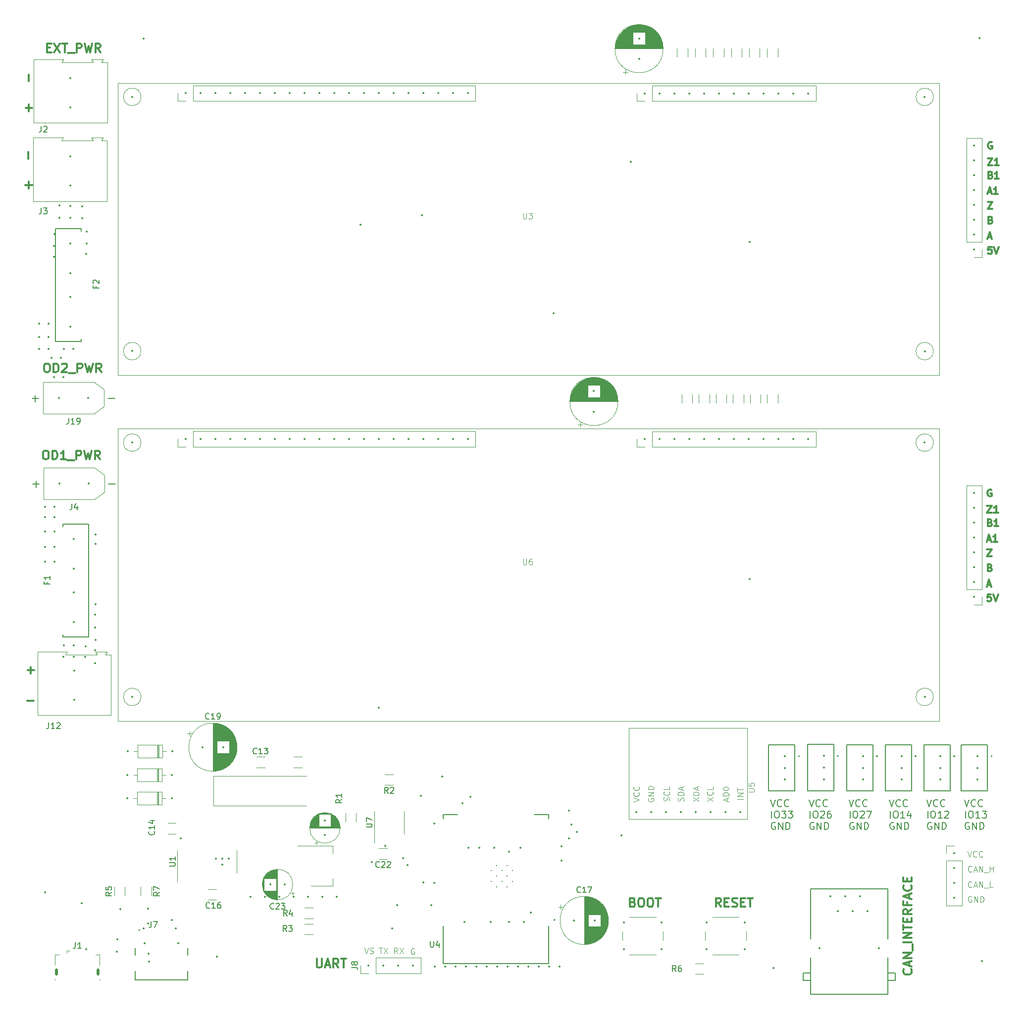
<source format=gto>
%TF.GenerationSoftware,KiCad,Pcbnew,7.0.1*%
%TF.CreationDate,2024-06-25T12:01:32+02:00*%
%TF.ProjectId,ODRIVE_V1.0,4f445249-5645-45f5-9631-2e302e6b6963,rev?*%
%TF.SameCoordinates,Original*%
%TF.FileFunction,Legend,Top*%
%TF.FilePolarity,Positive*%
%FSLAX46Y46*%
G04 Gerber Fmt 4.6, Leading zero omitted, Abs format (unit mm)*
G04 Created by KiCad (PCBNEW 7.0.1) date 2024-06-25 12:01:32*
%MOMM*%
%LPD*%
G01*
G04 APERTURE LIST*
%ADD10C,0.300000*%
%ADD11C,0.150000*%
%ADD12C,0.125000*%
%ADD13C,0.100000*%
%ADD14C,0.120000*%
%ADD15C,0.127000*%
%ADD16C,0.200000*%
%ADD17C,0.350000*%
%ADD18C,0.200000*%
%ADD19O,0.450000X1.250000*%
G04 APERTURE END LIST*
D10*
X174578571Y-53360285D02*
X175150000Y-53360285D01*
X174464285Y-53703142D02*
X174864285Y-52503142D01*
X174864285Y-52503142D02*
X175264285Y-53703142D01*
X175264285Y-37110285D02*
X175150000Y-37053142D01*
X175150000Y-37053142D02*
X174978571Y-37053142D01*
X174978571Y-37053142D02*
X174807142Y-37110285D01*
X174807142Y-37110285D02*
X174692857Y-37224571D01*
X174692857Y-37224571D02*
X174635714Y-37338857D01*
X174635714Y-37338857D02*
X174578571Y-37567428D01*
X174578571Y-37567428D02*
X174578571Y-37738857D01*
X174578571Y-37738857D02*
X174635714Y-37967428D01*
X174635714Y-37967428D02*
X174692857Y-38081714D01*
X174692857Y-38081714D02*
X174807142Y-38196000D01*
X174807142Y-38196000D02*
X174978571Y-38253142D01*
X174978571Y-38253142D02*
X175092857Y-38253142D01*
X175092857Y-38253142D02*
X175264285Y-38196000D01*
X175264285Y-38196000D02*
X175321428Y-38138857D01*
X175321428Y-38138857D02*
X175321428Y-37738857D01*
X175321428Y-37738857D02*
X175092857Y-37738857D01*
D11*
X170564285Y-149565142D02*
X170964285Y-150765142D01*
X170964285Y-150765142D02*
X171364285Y-149565142D01*
X172449999Y-150650857D02*
X172392856Y-150708000D01*
X172392856Y-150708000D02*
X172221428Y-150765142D01*
X172221428Y-150765142D02*
X172107142Y-150765142D01*
X172107142Y-150765142D02*
X171935713Y-150708000D01*
X171935713Y-150708000D02*
X171821428Y-150593714D01*
X171821428Y-150593714D02*
X171764285Y-150479428D01*
X171764285Y-150479428D02*
X171707142Y-150250857D01*
X171707142Y-150250857D02*
X171707142Y-150079428D01*
X171707142Y-150079428D02*
X171764285Y-149850857D01*
X171764285Y-149850857D02*
X171821428Y-149736571D01*
X171821428Y-149736571D02*
X171935713Y-149622285D01*
X171935713Y-149622285D02*
X172107142Y-149565142D01*
X172107142Y-149565142D02*
X172221428Y-149565142D01*
X172221428Y-149565142D02*
X172392856Y-149622285D01*
X172392856Y-149622285D02*
X172449999Y-149679428D01*
X173649999Y-150650857D02*
X173592856Y-150708000D01*
X173592856Y-150708000D02*
X173421428Y-150765142D01*
X173421428Y-150765142D02*
X173307142Y-150765142D01*
X173307142Y-150765142D02*
X173135713Y-150708000D01*
X173135713Y-150708000D02*
X173021428Y-150593714D01*
X173021428Y-150593714D02*
X172964285Y-150479428D01*
X172964285Y-150479428D02*
X172907142Y-150250857D01*
X172907142Y-150250857D02*
X172907142Y-150079428D01*
X172907142Y-150079428D02*
X172964285Y-149850857D01*
X172964285Y-149850857D02*
X173021428Y-149736571D01*
X173021428Y-149736571D02*
X173135713Y-149622285D01*
X173135713Y-149622285D02*
X173307142Y-149565142D01*
X173307142Y-149565142D02*
X173421428Y-149565142D01*
X173421428Y-149565142D02*
X173592856Y-149622285D01*
X173592856Y-149622285D02*
X173649999Y-149679428D01*
X170735714Y-152709142D02*
X170735714Y-151509142D01*
X171535714Y-151509142D02*
X171764286Y-151509142D01*
X171764286Y-151509142D02*
X171878571Y-151566285D01*
X171878571Y-151566285D02*
X171992857Y-151680571D01*
X171992857Y-151680571D02*
X172050000Y-151909142D01*
X172050000Y-151909142D02*
X172050000Y-152309142D01*
X172050000Y-152309142D02*
X171992857Y-152537714D01*
X171992857Y-152537714D02*
X171878571Y-152652000D01*
X171878571Y-152652000D02*
X171764286Y-152709142D01*
X171764286Y-152709142D02*
X171535714Y-152709142D01*
X171535714Y-152709142D02*
X171421429Y-152652000D01*
X171421429Y-152652000D02*
X171307143Y-152537714D01*
X171307143Y-152537714D02*
X171250000Y-152309142D01*
X171250000Y-152309142D02*
X171250000Y-151909142D01*
X171250000Y-151909142D02*
X171307143Y-151680571D01*
X171307143Y-151680571D02*
X171421429Y-151566285D01*
X171421429Y-151566285D02*
X171535714Y-151509142D01*
X173192857Y-152709142D02*
X172507143Y-152709142D01*
X172850000Y-152709142D02*
X172850000Y-151509142D01*
X172850000Y-151509142D02*
X172735714Y-151680571D01*
X172735714Y-151680571D02*
X172621429Y-151794857D01*
X172621429Y-151794857D02*
X172507143Y-151852000D01*
X173592857Y-151509142D02*
X174335714Y-151509142D01*
X174335714Y-151509142D02*
X173935714Y-151966285D01*
X173935714Y-151966285D02*
X174107143Y-151966285D01*
X174107143Y-151966285D02*
X174221429Y-152023428D01*
X174221429Y-152023428D02*
X174278571Y-152080571D01*
X174278571Y-152080571D02*
X174335714Y-152194857D01*
X174335714Y-152194857D02*
X174335714Y-152480571D01*
X174335714Y-152480571D02*
X174278571Y-152594857D01*
X174278571Y-152594857D02*
X174221429Y-152652000D01*
X174221429Y-152652000D02*
X174107143Y-152709142D01*
X174107143Y-152709142D02*
X173764286Y-152709142D01*
X173764286Y-152709142D02*
X173650000Y-152652000D01*
X173650000Y-152652000D02*
X173592857Y-152594857D01*
X171364285Y-153510285D02*
X171250000Y-153453142D01*
X171250000Y-153453142D02*
X171078571Y-153453142D01*
X171078571Y-153453142D02*
X170907142Y-153510285D01*
X170907142Y-153510285D02*
X170792857Y-153624571D01*
X170792857Y-153624571D02*
X170735714Y-153738857D01*
X170735714Y-153738857D02*
X170678571Y-153967428D01*
X170678571Y-153967428D02*
X170678571Y-154138857D01*
X170678571Y-154138857D02*
X170735714Y-154367428D01*
X170735714Y-154367428D02*
X170792857Y-154481714D01*
X170792857Y-154481714D02*
X170907142Y-154596000D01*
X170907142Y-154596000D02*
X171078571Y-154653142D01*
X171078571Y-154653142D02*
X171192857Y-154653142D01*
X171192857Y-154653142D02*
X171364285Y-154596000D01*
X171364285Y-154596000D02*
X171421428Y-154538857D01*
X171421428Y-154538857D02*
X171421428Y-154138857D01*
X171421428Y-154138857D02*
X171192857Y-154138857D01*
X171935714Y-154653142D02*
X171935714Y-153453142D01*
X171935714Y-153453142D02*
X172621428Y-154653142D01*
X172621428Y-154653142D02*
X172621428Y-153453142D01*
X173192857Y-154653142D02*
X173192857Y-153453142D01*
X173192857Y-153453142D02*
X173478571Y-153453142D01*
X173478571Y-153453142D02*
X173650000Y-153510285D01*
X173650000Y-153510285D02*
X173764285Y-153624571D01*
X173764285Y-153624571D02*
X173821428Y-153738857D01*
X173821428Y-153738857D02*
X173878571Y-153967428D01*
X173878571Y-153967428D02*
X173878571Y-154138857D01*
X173878571Y-154138857D02*
X173821428Y-154367428D01*
X173821428Y-154367428D02*
X173764285Y-154481714D01*
X173764285Y-154481714D02*
X173650000Y-154596000D01*
X173650000Y-154596000D02*
X173478571Y-154653142D01*
X173478571Y-154653142D02*
X173192857Y-154653142D01*
D12*
X67945238Y-174927619D02*
X68278571Y-175927619D01*
X68278571Y-175927619D02*
X68611904Y-174927619D01*
X68897619Y-175880000D02*
X69040476Y-175927619D01*
X69040476Y-175927619D02*
X69278571Y-175927619D01*
X69278571Y-175927619D02*
X69373809Y-175880000D01*
X69373809Y-175880000D02*
X69421428Y-175832380D01*
X69421428Y-175832380D02*
X69469047Y-175737142D01*
X69469047Y-175737142D02*
X69469047Y-175641904D01*
X69469047Y-175641904D02*
X69421428Y-175546666D01*
X69421428Y-175546666D02*
X69373809Y-175499047D01*
X69373809Y-175499047D02*
X69278571Y-175451428D01*
X69278571Y-175451428D02*
X69088095Y-175403809D01*
X69088095Y-175403809D02*
X68992857Y-175356190D01*
X68992857Y-175356190D02*
X68945238Y-175308571D01*
X68945238Y-175308571D02*
X68897619Y-175213333D01*
X68897619Y-175213333D02*
X68897619Y-175118095D01*
X68897619Y-175118095D02*
X68945238Y-175022857D01*
X68945238Y-175022857D02*
X68992857Y-174975238D01*
X68992857Y-174975238D02*
X69088095Y-174927619D01*
X69088095Y-174927619D02*
X69326190Y-174927619D01*
X69326190Y-174927619D02*
X69469047Y-174975238D01*
X171095238Y-158377619D02*
X171428571Y-159377619D01*
X171428571Y-159377619D02*
X171761904Y-158377619D01*
X172666666Y-159282380D02*
X172619047Y-159330000D01*
X172619047Y-159330000D02*
X172476190Y-159377619D01*
X172476190Y-159377619D02*
X172380952Y-159377619D01*
X172380952Y-159377619D02*
X172238095Y-159330000D01*
X172238095Y-159330000D02*
X172142857Y-159234761D01*
X172142857Y-159234761D02*
X172095238Y-159139523D01*
X172095238Y-159139523D02*
X172047619Y-158949047D01*
X172047619Y-158949047D02*
X172047619Y-158806190D01*
X172047619Y-158806190D02*
X172095238Y-158615714D01*
X172095238Y-158615714D02*
X172142857Y-158520476D01*
X172142857Y-158520476D02*
X172238095Y-158425238D01*
X172238095Y-158425238D02*
X172380952Y-158377619D01*
X172380952Y-158377619D02*
X172476190Y-158377619D01*
X172476190Y-158377619D02*
X172619047Y-158425238D01*
X172619047Y-158425238D02*
X172666666Y-158472857D01*
X173666666Y-159282380D02*
X173619047Y-159330000D01*
X173619047Y-159330000D02*
X173476190Y-159377619D01*
X173476190Y-159377619D02*
X173380952Y-159377619D01*
X173380952Y-159377619D02*
X173238095Y-159330000D01*
X173238095Y-159330000D02*
X173142857Y-159234761D01*
X173142857Y-159234761D02*
X173095238Y-159139523D01*
X173095238Y-159139523D02*
X173047619Y-158949047D01*
X173047619Y-158949047D02*
X173047619Y-158806190D01*
X173047619Y-158806190D02*
X173095238Y-158615714D01*
X173095238Y-158615714D02*
X173142857Y-158520476D01*
X173142857Y-158520476D02*
X173238095Y-158425238D01*
X173238095Y-158425238D02*
X173380952Y-158377619D01*
X173380952Y-158377619D02*
X173476190Y-158377619D01*
X173476190Y-158377619D02*
X173619047Y-158425238D01*
X173619047Y-158425238D02*
X173666666Y-158472857D01*
D10*
X10595000Y-31792857D02*
X10595000Y-30650000D01*
X11166428Y-31221428D02*
X10023571Y-31221428D01*
X128914285Y-167916428D02*
X128414285Y-167202142D01*
X128057142Y-167916428D02*
X128057142Y-166416428D01*
X128057142Y-166416428D02*
X128628571Y-166416428D01*
X128628571Y-166416428D02*
X128771428Y-166487857D01*
X128771428Y-166487857D02*
X128842857Y-166559285D01*
X128842857Y-166559285D02*
X128914285Y-166702142D01*
X128914285Y-166702142D02*
X128914285Y-166916428D01*
X128914285Y-166916428D02*
X128842857Y-167059285D01*
X128842857Y-167059285D02*
X128771428Y-167130714D01*
X128771428Y-167130714D02*
X128628571Y-167202142D01*
X128628571Y-167202142D02*
X128057142Y-167202142D01*
X129557142Y-167130714D02*
X130057142Y-167130714D01*
X130271428Y-167916428D02*
X129557142Y-167916428D01*
X129557142Y-167916428D02*
X129557142Y-166416428D01*
X129557142Y-166416428D02*
X130271428Y-166416428D01*
X130842857Y-167845000D02*
X131057143Y-167916428D01*
X131057143Y-167916428D02*
X131414285Y-167916428D01*
X131414285Y-167916428D02*
X131557143Y-167845000D01*
X131557143Y-167845000D02*
X131628571Y-167773571D01*
X131628571Y-167773571D02*
X131700000Y-167630714D01*
X131700000Y-167630714D02*
X131700000Y-167487857D01*
X131700000Y-167487857D02*
X131628571Y-167345000D01*
X131628571Y-167345000D02*
X131557143Y-167273571D01*
X131557143Y-167273571D02*
X131414285Y-167202142D01*
X131414285Y-167202142D02*
X131128571Y-167130714D01*
X131128571Y-167130714D02*
X130985714Y-167059285D01*
X130985714Y-167059285D02*
X130914285Y-166987857D01*
X130914285Y-166987857D02*
X130842857Y-166845000D01*
X130842857Y-166845000D02*
X130842857Y-166702142D01*
X130842857Y-166702142D02*
X130914285Y-166559285D01*
X130914285Y-166559285D02*
X130985714Y-166487857D01*
X130985714Y-166487857D02*
X131128571Y-166416428D01*
X131128571Y-166416428D02*
X131485714Y-166416428D01*
X131485714Y-166416428D02*
X131700000Y-166487857D01*
X132342856Y-167130714D02*
X132842856Y-167130714D01*
X133057142Y-167916428D02*
X132342856Y-167916428D01*
X132342856Y-167916428D02*
X132342856Y-166416428D01*
X132342856Y-166416428D02*
X133057142Y-166416428D01*
X133485714Y-166416428D02*
X134342857Y-166416428D01*
X133914285Y-167916428D02*
X133914285Y-166416428D01*
X161423571Y-178585714D02*
X161495000Y-178657142D01*
X161495000Y-178657142D02*
X161566428Y-178871428D01*
X161566428Y-178871428D02*
X161566428Y-179014285D01*
X161566428Y-179014285D02*
X161495000Y-179228571D01*
X161495000Y-179228571D02*
X161352142Y-179371428D01*
X161352142Y-179371428D02*
X161209285Y-179442857D01*
X161209285Y-179442857D02*
X160923571Y-179514285D01*
X160923571Y-179514285D02*
X160709285Y-179514285D01*
X160709285Y-179514285D02*
X160423571Y-179442857D01*
X160423571Y-179442857D02*
X160280714Y-179371428D01*
X160280714Y-179371428D02*
X160137857Y-179228571D01*
X160137857Y-179228571D02*
X160066428Y-179014285D01*
X160066428Y-179014285D02*
X160066428Y-178871428D01*
X160066428Y-178871428D02*
X160137857Y-178657142D01*
X160137857Y-178657142D02*
X160209285Y-178585714D01*
X161137857Y-178014285D02*
X161137857Y-177300000D01*
X161566428Y-178157142D02*
X160066428Y-177657142D01*
X160066428Y-177657142D02*
X161566428Y-177157142D01*
X161566428Y-176657143D02*
X160066428Y-176657143D01*
X160066428Y-176657143D02*
X161566428Y-175800000D01*
X161566428Y-175800000D02*
X160066428Y-175800000D01*
X161709285Y-175442857D02*
X161709285Y-174299999D01*
X161566428Y-173942857D02*
X160066428Y-173942857D01*
X161566428Y-173228571D02*
X160066428Y-173228571D01*
X160066428Y-173228571D02*
X161566428Y-172371428D01*
X161566428Y-172371428D02*
X160066428Y-172371428D01*
X160066428Y-171871427D02*
X160066428Y-171014285D01*
X161566428Y-171442856D02*
X160066428Y-171442856D01*
X160780714Y-170514285D02*
X160780714Y-170014285D01*
X161566428Y-169799999D02*
X161566428Y-170514285D01*
X161566428Y-170514285D02*
X160066428Y-170514285D01*
X160066428Y-170514285D02*
X160066428Y-169799999D01*
X161566428Y-168299999D02*
X160852142Y-168799999D01*
X161566428Y-169157142D02*
X160066428Y-169157142D01*
X160066428Y-169157142D02*
X160066428Y-168585713D01*
X160066428Y-168585713D02*
X160137857Y-168442856D01*
X160137857Y-168442856D02*
X160209285Y-168371427D01*
X160209285Y-168371427D02*
X160352142Y-168299999D01*
X160352142Y-168299999D02*
X160566428Y-168299999D01*
X160566428Y-168299999D02*
X160709285Y-168371427D01*
X160709285Y-168371427D02*
X160780714Y-168442856D01*
X160780714Y-168442856D02*
X160852142Y-168585713D01*
X160852142Y-168585713D02*
X160852142Y-169157142D01*
X160780714Y-167157142D02*
X160780714Y-167657142D01*
X161566428Y-167657142D02*
X160066428Y-167657142D01*
X160066428Y-167657142D02*
X160066428Y-166942856D01*
X161137857Y-166442856D02*
X161137857Y-165728571D01*
X161566428Y-166585713D02*
X160066428Y-166085713D01*
X160066428Y-166085713D02*
X161566428Y-165585713D01*
X161423571Y-164228571D02*
X161495000Y-164299999D01*
X161495000Y-164299999D02*
X161566428Y-164514285D01*
X161566428Y-164514285D02*
X161566428Y-164657142D01*
X161566428Y-164657142D02*
X161495000Y-164871428D01*
X161495000Y-164871428D02*
X161352142Y-165014285D01*
X161352142Y-165014285D02*
X161209285Y-165085714D01*
X161209285Y-165085714D02*
X160923571Y-165157142D01*
X160923571Y-165157142D02*
X160709285Y-165157142D01*
X160709285Y-165157142D02*
X160423571Y-165085714D01*
X160423571Y-165085714D02*
X160280714Y-165014285D01*
X160280714Y-165014285D02*
X160137857Y-164871428D01*
X160137857Y-164871428D02*
X160066428Y-164657142D01*
X160066428Y-164657142D02*
X160066428Y-164514285D01*
X160066428Y-164514285D02*
X160137857Y-164299999D01*
X160137857Y-164299999D02*
X160209285Y-164228571D01*
X160780714Y-163585714D02*
X160780714Y-163085714D01*
X161566428Y-162871428D02*
X161566428Y-163585714D01*
X161566428Y-163585714D02*
X160066428Y-163585714D01*
X160066428Y-163585714D02*
X160066428Y-162871428D01*
D12*
X171809523Y-164482380D02*
X171761904Y-164530000D01*
X171761904Y-164530000D02*
X171619047Y-164577619D01*
X171619047Y-164577619D02*
X171523809Y-164577619D01*
X171523809Y-164577619D02*
X171380952Y-164530000D01*
X171380952Y-164530000D02*
X171285714Y-164434761D01*
X171285714Y-164434761D02*
X171238095Y-164339523D01*
X171238095Y-164339523D02*
X171190476Y-164149047D01*
X171190476Y-164149047D02*
X171190476Y-164006190D01*
X171190476Y-164006190D02*
X171238095Y-163815714D01*
X171238095Y-163815714D02*
X171285714Y-163720476D01*
X171285714Y-163720476D02*
X171380952Y-163625238D01*
X171380952Y-163625238D02*
X171523809Y-163577619D01*
X171523809Y-163577619D02*
X171619047Y-163577619D01*
X171619047Y-163577619D02*
X171761904Y-163625238D01*
X171761904Y-163625238D02*
X171809523Y-163672857D01*
X172190476Y-164291904D02*
X172666666Y-164291904D01*
X172095238Y-164577619D02*
X172428571Y-163577619D01*
X172428571Y-163577619D02*
X172761904Y-164577619D01*
X173095238Y-164577619D02*
X173095238Y-163577619D01*
X173095238Y-163577619D02*
X173666666Y-164577619D01*
X173666666Y-164577619D02*
X173666666Y-163577619D01*
X173904762Y-164672857D02*
X174666666Y-164672857D01*
X175380952Y-164577619D02*
X174904762Y-164577619D01*
X174904762Y-164577619D02*
X174904762Y-163577619D01*
D11*
X150814285Y-149565142D02*
X151214285Y-150765142D01*
X151214285Y-150765142D02*
X151614285Y-149565142D01*
X152699999Y-150650857D02*
X152642856Y-150708000D01*
X152642856Y-150708000D02*
X152471428Y-150765142D01*
X152471428Y-150765142D02*
X152357142Y-150765142D01*
X152357142Y-150765142D02*
X152185713Y-150708000D01*
X152185713Y-150708000D02*
X152071428Y-150593714D01*
X152071428Y-150593714D02*
X152014285Y-150479428D01*
X152014285Y-150479428D02*
X151957142Y-150250857D01*
X151957142Y-150250857D02*
X151957142Y-150079428D01*
X151957142Y-150079428D02*
X152014285Y-149850857D01*
X152014285Y-149850857D02*
X152071428Y-149736571D01*
X152071428Y-149736571D02*
X152185713Y-149622285D01*
X152185713Y-149622285D02*
X152357142Y-149565142D01*
X152357142Y-149565142D02*
X152471428Y-149565142D01*
X152471428Y-149565142D02*
X152642856Y-149622285D01*
X152642856Y-149622285D02*
X152699999Y-149679428D01*
X153899999Y-150650857D02*
X153842856Y-150708000D01*
X153842856Y-150708000D02*
X153671428Y-150765142D01*
X153671428Y-150765142D02*
X153557142Y-150765142D01*
X153557142Y-150765142D02*
X153385713Y-150708000D01*
X153385713Y-150708000D02*
X153271428Y-150593714D01*
X153271428Y-150593714D02*
X153214285Y-150479428D01*
X153214285Y-150479428D02*
X153157142Y-150250857D01*
X153157142Y-150250857D02*
X153157142Y-150079428D01*
X153157142Y-150079428D02*
X153214285Y-149850857D01*
X153214285Y-149850857D02*
X153271428Y-149736571D01*
X153271428Y-149736571D02*
X153385713Y-149622285D01*
X153385713Y-149622285D02*
X153557142Y-149565142D01*
X153557142Y-149565142D02*
X153671428Y-149565142D01*
X153671428Y-149565142D02*
X153842856Y-149622285D01*
X153842856Y-149622285D02*
X153899999Y-149679428D01*
X150985714Y-152709142D02*
X150985714Y-151509142D01*
X151785714Y-151509142D02*
X152014286Y-151509142D01*
X152014286Y-151509142D02*
X152128571Y-151566285D01*
X152128571Y-151566285D02*
X152242857Y-151680571D01*
X152242857Y-151680571D02*
X152300000Y-151909142D01*
X152300000Y-151909142D02*
X152300000Y-152309142D01*
X152300000Y-152309142D02*
X152242857Y-152537714D01*
X152242857Y-152537714D02*
X152128571Y-152652000D01*
X152128571Y-152652000D02*
X152014286Y-152709142D01*
X152014286Y-152709142D02*
X151785714Y-152709142D01*
X151785714Y-152709142D02*
X151671429Y-152652000D01*
X151671429Y-152652000D02*
X151557143Y-152537714D01*
X151557143Y-152537714D02*
X151500000Y-152309142D01*
X151500000Y-152309142D02*
X151500000Y-151909142D01*
X151500000Y-151909142D02*
X151557143Y-151680571D01*
X151557143Y-151680571D02*
X151671429Y-151566285D01*
X151671429Y-151566285D02*
X151785714Y-151509142D01*
X152757143Y-151623428D02*
X152814286Y-151566285D01*
X152814286Y-151566285D02*
X152928572Y-151509142D01*
X152928572Y-151509142D02*
X153214286Y-151509142D01*
X153214286Y-151509142D02*
X153328572Y-151566285D01*
X153328572Y-151566285D02*
X153385714Y-151623428D01*
X153385714Y-151623428D02*
X153442857Y-151737714D01*
X153442857Y-151737714D02*
X153442857Y-151852000D01*
X153442857Y-151852000D02*
X153385714Y-152023428D01*
X153385714Y-152023428D02*
X152700000Y-152709142D01*
X152700000Y-152709142D02*
X153442857Y-152709142D01*
X153842857Y-151509142D02*
X154642857Y-151509142D01*
X154642857Y-151509142D02*
X154128571Y-152709142D01*
X151614285Y-153510285D02*
X151500000Y-153453142D01*
X151500000Y-153453142D02*
X151328571Y-153453142D01*
X151328571Y-153453142D02*
X151157142Y-153510285D01*
X151157142Y-153510285D02*
X151042857Y-153624571D01*
X151042857Y-153624571D02*
X150985714Y-153738857D01*
X150985714Y-153738857D02*
X150928571Y-153967428D01*
X150928571Y-153967428D02*
X150928571Y-154138857D01*
X150928571Y-154138857D02*
X150985714Y-154367428D01*
X150985714Y-154367428D02*
X151042857Y-154481714D01*
X151042857Y-154481714D02*
X151157142Y-154596000D01*
X151157142Y-154596000D02*
X151328571Y-154653142D01*
X151328571Y-154653142D02*
X151442857Y-154653142D01*
X151442857Y-154653142D02*
X151614285Y-154596000D01*
X151614285Y-154596000D02*
X151671428Y-154538857D01*
X151671428Y-154538857D02*
X151671428Y-154138857D01*
X151671428Y-154138857D02*
X151442857Y-154138857D01*
X152185714Y-154653142D02*
X152185714Y-153453142D01*
X152185714Y-153453142D02*
X152871428Y-154653142D01*
X152871428Y-154653142D02*
X152871428Y-153453142D01*
X153442857Y-154653142D02*
X153442857Y-153453142D01*
X153442857Y-153453142D02*
X153728571Y-153453142D01*
X153728571Y-153453142D02*
X153900000Y-153510285D01*
X153900000Y-153510285D02*
X154014285Y-153624571D01*
X154014285Y-153624571D02*
X154071428Y-153738857D01*
X154071428Y-153738857D02*
X154128571Y-153967428D01*
X154128571Y-153967428D02*
X154128571Y-154138857D01*
X154128571Y-154138857D02*
X154071428Y-154367428D01*
X154071428Y-154367428D02*
X154014285Y-154481714D01*
X154014285Y-154481714D02*
X153900000Y-154596000D01*
X153900000Y-154596000D02*
X153728571Y-154653142D01*
X153728571Y-154653142D02*
X153442857Y-154653142D01*
X137414285Y-149565142D02*
X137814285Y-150765142D01*
X137814285Y-150765142D02*
X138214285Y-149565142D01*
X139299999Y-150650857D02*
X139242856Y-150708000D01*
X139242856Y-150708000D02*
X139071428Y-150765142D01*
X139071428Y-150765142D02*
X138957142Y-150765142D01*
X138957142Y-150765142D02*
X138785713Y-150708000D01*
X138785713Y-150708000D02*
X138671428Y-150593714D01*
X138671428Y-150593714D02*
X138614285Y-150479428D01*
X138614285Y-150479428D02*
X138557142Y-150250857D01*
X138557142Y-150250857D02*
X138557142Y-150079428D01*
X138557142Y-150079428D02*
X138614285Y-149850857D01*
X138614285Y-149850857D02*
X138671428Y-149736571D01*
X138671428Y-149736571D02*
X138785713Y-149622285D01*
X138785713Y-149622285D02*
X138957142Y-149565142D01*
X138957142Y-149565142D02*
X139071428Y-149565142D01*
X139071428Y-149565142D02*
X139242856Y-149622285D01*
X139242856Y-149622285D02*
X139299999Y-149679428D01*
X140499999Y-150650857D02*
X140442856Y-150708000D01*
X140442856Y-150708000D02*
X140271428Y-150765142D01*
X140271428Y-150765142D02*
X140157142Y-150765142D01*
X140157142Y-150765142D02*
X139985713Y-150708000D01*
X139985713Y-150708000D02*
X139871428Y-150593714D01*
X139871428Y-150593714D02*
X139814285Y-150479428D01*
X139814285Y-150479428D02*
X139757142Y-150250857D01*
X139757142Y-150250857D02*
X139757142Y-150079428D01*
X139757142Y-150079428D02*
X139814285Y-149850857D01*
X139814285Y-149850857D02*
X139871428Y-149736571D01*
X139871428Y-149736571D02*
X139985713Y-149622285D01*
X139985713Y-149622285D02*
X140157142Y-149565142D01*
X140157142Y-149565142D02*
X140271428Y-149565142D01*
X140271428Y-149565142D02*
X140442856Y-149622285D01*
X140442856Y-149622285D02*
X140499999Y-149679428D01*
X137585714Y-152709142D02*
X137585714Y-151509142D01*
X138385714Y-151509142D02*
X138614286Y-151509142D01*
X138614286Y-151509142D02*
X138728571Y-151566285D01*
X138728571Y-151566285D02*
X138842857Y-151680571D01*
X138842857Y-151680571D02*
X138900000Y-151909142D01*
X138900000Y-151909142D02*
X138900000Y-152309142D01*
X138900000Y-152309142D02*
X138842857Y-152537714D01*
X138842857Y-152537714D02*
X138728571Y-152652000D01*
X138728571Y-152652000D02*
X138614286Y-152709142D01*
X138614286Y-152709142D02*
X138385714Y-152709142D01*
X138385714Y-152709142D02*
X138271429Y-152652000D01*
X138271429Y-152652000D02*
X138157143Y-152537714D01*
X138157143Y-152537714D02*
X138100000Y-152309142D01*
X138100000Y-152309142D02*
X138100000Y-151909142D01*
X138100000Y-151909142D02*
X138157143Y-151680571D01*
X138157143Y-151680571D02*
X138271429Y-151566285D01*
X138271429Y-151566285D02*
X138385714Y-151509142D01*
X139300000Y-151509142D02*
X140042857Y-151509142D01*
X140042857Y-151509142D02*
X139642857Y-151966285D01*
X139642857Y-151966285D02*
X139814286Y-151966285D01*
X139814286Y-151966285D02*
X139928572Y-152023428D01*
X139928572Y-152023428D02*
X139985714Y-152080571D01*
X139985714Y-152080571D02*
X140042857Y-152194857D01*
X140042857Y-152194857D02*
X140042857Y-152480571D01*
X140042857Y-152480571D02*
X139985714Y-152594857D01*
X139985714Y-152594857D02*
X139928572Y-152652000D01*
X139928572Y-152652000D02*
X139814286Y-152709142D01*
X139814286Y-152709142D02*
X139471429Y-152709142D01*
X139471429Y-152709142D02*
X139357143Y-152652000D01*
X139357143Y-152652000D02*
X139300000Y-152594857D01*
X140442857Y-151509142D02*
X141185714Y-151509142D01*
X141185714Y-151509142D02*
X140785714Y-151966285D01*
X140785714Y-151966285D02*
X140957143Y-151966285D01*
X140957143Y-151966285D02*
X141071429Y-152023428D01*
X141071429Y-152023428D02*
X141128571Y-152080571D01*
X141128571Y-152080571D02*
X141185714Y-152194857D01*
X141185714Y-152194857D02*
X141185714Y-152480571D01*
X141185714Y-152480571D02*
X141128571Y-152594857D01*
X141128571Y-152594857D02*
X141071429Y-152652000D01*
X141071429Y-152652000D02*
X140957143Y-152709142D01*
X140957143Y-152709142D02*
X140614286Y-152709142D01*
X140614286Y-152709142D02*
X140500000Y-152652000D01*
X140500000Y-152652000D02*
X140442857Y-152594857D01*
X138214285Y-153510285D02*
X138100000Y-153453142D01*
X138100000Y-153453142D02*
X137928571Y-153453142D01*
X137928571Y-153453142D02*
X137757142Y-153510285D01*
X137757142Y-153510285D02*
X137642857Y-153624571D01*
X137642857Y-153624571D02*
X137585714Y-153738857D01*
X137585714Y-153738857D02*
X137528571Y-153967428D01*
X137528571Y-153967428D02*
X137528571Y-154138857D01*
X137528571Y-154138857D02*
X137585714Y-154367428D01*
X137585714Y-154367428D02*
X137642857Y-154481714D01*
X137642857Y-154481714D02*
X137757142Y-154596000D01*
X137757142Y-154596000D02*
X137928571Y-154653142D01*
X137928571Y-154653142D02*
X138042857Y-154653142D01*
X138042857Y-154653142D02*
X138214285Y-154596000D01*
X138214285Y-154596000D02*
X138271428Y-154538857D01*
X138271428Y-154538857D02*
X138271428Y-154138857D01*
X138271428Y-154138857D02*
X138042857Y-154138857D01*
X138785714Y-154653142D02*
X138785714Y-153453142D01*
X138785714Y-153453142D02*
X139471428Y-154653142D01*
X139471428Y-154653142D02*
X139471428Y-153453142D01*
X140042857Y-154653142D02*
X140042857Y-153453142D01*
X140042857Y-153453142D02*
X140328571Y-153453142D01*
X140328571Y-153453142D02*
X140500000Y-153510285D01*
X140500000Y-153510285D02*
X140614285Y-153624571D01*
X140614285Y-153624571D02*
X140671428Y-153738857D01*
X140671428Y-153738857D02*
X140728571Y-153967428D01*
X140728571Y-153967428D02*
X140728571Y-154138857D01*
X140728571Y-154138857D02*
X140671428Y-154367428D01*
X140671428Y-154367428D02*
X140614285Y-154481714D01*
X140614285Y-154481714D02*
X140500000Y-154596000D01*
X140500000Y-154596000D02*
X140328571Y-154653142D01*
X140328571Y-154653142D02*
X140042857Y-154653142D01*
D10*
X174521428Y-39853142D02*
X175321428Y-39853142D01*
X175321428Y-39853142D02*
X174521428Y-41053142D01*
X174521428Y-41053142D02*
X175321428Y-41053142D01*
X176407142Y-41053142D02*
X175721428Y-41053142D01*
X176064285Y-41053142D02*
X176064285Y-39853142D01*
X176064285Y-39853142D02*
X175949999Y-40024571D01*
X175949999Y-40024571D02*
X175835714Y-40138857D01*
X175835714Y-40138857D02*
X175721428Y-40196000D01*
D11*
X164114285Y-149565142D02*
X164514285Y-150765142D01*
X164514285Y-150765142D02*
X164914285Y-149565142D01*
X165999999Y-150650857D02*
X165942856Y-150708000D01*
X165942856Y-150708000D02*
X165771428Y-150765142D01*
X165771428Y-150765142D02*
X165657142Y-150765142D01*
X165657142Y-150765142D02*
X165485713Y-150708000D01*
X165485713Y-150708000D02*
X165371428Y-150593714D01*
X165371428Y-150593714D02*
X165314285Y-150479428D01*
X165314285Y-150479428D02*
X165257142Y-150250857D01*
X165257142Y-150250857D02*
X165257142Y-150079428D01*
X165257142Y-150079428D02*
X165314285Y-149850857D01*
X165314285Y-149850857D02*
X165371428Y-149736571D01*
X165371428Y-149736571D02*
X165485713Y-149622285D01*
X165485713Y-149622285D02*
X165657142Y-149565142D01*
X165657142Y-149565142D02*
X165771428Y-149565142D01*
X165771428Y-149565142D02*
X165942856Y-149622285D01*
X165942856Y-149622285D02*
X165999999Y-149679428D01*
X167199999Y-150650857D02*
X167142856Y-150708000D01*
X167142856Y-150708000D02*
X166971428Y-150765142D01*
X166971428Y-150765142D02*
X166857142Y-150765142D01*
X166857142Y-150765142D02*
X166685713Y-150708000D01*
X166685713Y-150708000D02*
X166571428Y-150593714D01*
X166571428Y-150593714D02*
X166514285Y-150479428D01*
X166514285Y-150479428D02*
X166457142Y-150250857D01*
X166457142Y-150250857D02*
X166457142Y-150079428D01*
X166457142Y-150079428D02*
X166514285Y-149850857D01*
X166514285Y-149850857D02*
X166571428Y-149736571D01*
X166571428Y-149736571D02*
X166685713Y-149622285D01*
X166685713Y-149622285D02*
X166857142Y-149565142D01*
X166857142Y-149565142D02*
X166971428Y-149565142D01*
X166971428Y-149565142D02*
X167142856Y-149622285D01*
X167142856Y-149622285D02*
X167199999Y-149679428D01*
X164285714Y-152709142D02*
X164285714Y-151509142D01*
X165085714Y-151509142D02*
X165314286Y-151509142D01*
X165314286Y-151509142D02*
X165428571Y-151566285D01*
X165428571Y-151566285D02*
X165542857Y-151680571D01*
X165542857Y-151680571D02*
X165600000Y-151909142D01*
X165600000Y-151909142D02*
X165600000Y-152309142D01*
X165600000Y-152309142D02*
X165542857Y-152537714D01*
X165542857Y-152537714D02*
X165428571Y-152652000D01*
X165428571Y-152652000D02*
X165314286Y-152709142D01*
X165314286Y-152709142D02*
X165085714Y-152709142D01*
X165085714Y-152709142D02*
X164971429Y-152652000D01*
X164971429Y-152652000D02*
X164857143Y-152537714D01*
X164857143Y-152537714D02*
X164800000Y-152309142D01*
X164800000Y-152309142D02*
X164800000Y-151909142D01*
X164800000Y-151909142D02*
X164857143Y-151680571D01*
X164857143Y-151680571D02*
X164971429Y-151566285D01*
X164971429Y-151566285D02*
X165085714Y-151509142D01*
X166742857Y-152709142D02*
X166057143Y-152709142D01*
X166400000Y-152709142D02*
X166400000Y-151509142D01*
X166400000Y-151509142D02*
X166285714Y-151680571D01*
X166285714Y-151680571D02*
X166171429Y-151794857D01*
X166171429Y-151794857D02*
X166057143Y-151852000D01*
X167200000Y-151623428D02*
X167257143Y-151566285D01*
X167257143Y-151566285D02*
X167371429Y-151509142D01*
X167371429Y-151509142D02*
X167657143Y-151509142D01*
X167657143Y-151509142D02*
X167771429Y-151566285D01*
X167771429Y-151566285D02*
X167828571Y-151623428D01*
X167828571Y-151623428D02*
X167885714Y-151737714D01*
X167885714Y-151737714D02*
X167885714Y-151852000D01*
X167885714Y-151852000D02*
X167828571Y-152023428D01*
X167828571Y-152023428D02*
X167142857Y-152709142D01*
X167142857Y-152709142D02*
X167885714Y-152709142D01*
X164914285Y-153510285D02*
X164800000Y-153453142D01*
X164800000Y-153453142D02*
X164628571Y-153453142D01*
X164628571Y-153453142D02*
X164457142Y-153510285D01*
X164457142Y-153510285D02*
X164342857Y-153624571D01*
X164342857Y-153624571D02*
X164285714Y-153738857D01*
X164285714Y-153738857D02*
X164228571Y-153967428D01*
X164228571Y-153967428D02*
X164228571Y-154138857D01*
X164228571Y-154138857D02*
X164285714Y-154367428D01*
X164285714Y-154367428D02*
X164342857Y-154481714D01*
X164342857Y-154481714D02*
X164457142Y-154596000D01*
X164457142Y-154596000D02*
X164628571Y-154653142D01*
X164628571Y-154653142D02*
X164742857Y-154653142D01*
X164742857Y-154653142D02*
X164914285Y-154596000D01*
X164914285Y-154596000D02*
X164971428Y-154538857D01*
X164971428Y-154538857D02*
X164971428Y-154138857D01*
X164971428Y-154138857D02*
X164742857Y-154138857D01*
X165485714Y-154653142D02*
X165485714Y-153453142D01*
X165485714Y-153453142D02*
X166171428Y-154653142D01*
X166171428Y-154653142D02*
X166171428Y-153453142D01*
X166742857Y-154653142D02*
X166742857Y-153453142D01*
X166742857Y-153453142D02*
X167028571Y-153453142D01*
X167028571Y-153453142D02*
X167200000Y-153510285D01*
X167200000Y-153510285D02*
X167314285Y-153624571D01*
X167314285Y-153624571D02*
X167371428Y-153738857D01*
X167371428Y-153738857D02*
X167428571Y-153967428D01*
X167428571Y-153967428D02*
X167428571Y-154138857D01*
X167428571Y-154138857D02*
X167371428Y-154367428D01*
X167371428Y-154367428D02*
X167314285Y-154481714D01*
X167314285Y-154481714D02*
X167200000Y-154596000D01*
X167200000Y-154596000D02*
X167028571Y-154653142D01*
X167028571Y-154653142D02*
X166742857Y-154653142D01*
D10*
X10595000Y-26692857D02*
X10595000Y-25550000D01*
X10357142Y-127445000D02*
X11500000Y-127445000D01*
X10928571Y-128016428D02*
X10928571Y-126873571D01*
D12*
X76511904Y-175075238D02*
X76416666Y-175027619D01*
X76416666Y-175027619D02*
X76273809Y-175027619D01*
X76273809Y-175027619D02*
X76130952Y-175075238D01*
X76130952Y-175075238D02*
X76035714Y-175170476D01*
X76035714Y-175170476D02*
X75988095Y-175265714D01*
X75988095Y-175265714D02*
X75940476Y-175456190D01*
X75940476Y-175456190D02*
X75940476Y-175599047D01*
X75940476Y-175599047D02*
X75988095Y-175789523D01*
X75988095Y-175789523D02*
X76035714Y-175884761D01*
X76035714Y-175884761D02*
X76130952Y-175980000D01*
X76130952Y-175980000D02*
X76273809Y-176027619D01*
X76273809Y-176027619D02*
X76369047Y-176027619D01*
X76369047Y-176027619D02*
X76511904Y-175980000D01*
X76511904Y-175980000D02*
X76559523Y-175932380D01*
X76559523Y-175932380D02*
X76559523Y-175599047D01*
X76559523Y-175599047D02*
X76369047Y-175599047D01*
D10*
X59807142Y-176816428D02*
X59807142Y-178030714D01*
X59807142Y-178030714D02*
X59878571Y-178173571D01*
X59878571Y-178173571D02*
X59950000Y-178245000D01*
X59950000Y-178245000D02*
X60092857Y-178316428D01*
X60092857Y-178316428D02*
X60378571Y-178316428D01*
X60378571Y-178316428D02*
X60521428Y-178245000D01*
X60521428Y-178245000D02*
X60592857Y-178173571D01*
X60592857Y-178173571D02*
X60664285Y-178030714D01*
X60664285Y-178030714D02*
X60664285Y-176816428D01*
X61307143Y-177887857D02*
X62021429Y-177887857D01*
X61164286Y-178316428D02*
X61664286Y-176816428D01*
X61664286Y-176816428D02*
X62164286Y-178316428D01*
X63521428Y-178316428D02*
X63021428Y-177602142D01*
X62664285Y-178316428D02*
X62664285Y-176816428D01*
X62664285Y-176816428D02*
X63235714Y-176816428D01*
X63235714Y-176816428D02*
X63378571Y-176887857D01*
X63378571Y-176887857D02*
X63450000Y-176959285D01*
X63450000Y-176959285D02*
X63521428Y-177102142D01*
X63521428Y-177102142D02*
X63521428Y-177316428D01*
X63521428Y-177316428D02*
X63450000Y-177459285D01*
X63450000Y-177459285D02*
X63378571Y-177530714D01*
X63378571Y-177530714D02*
X63235714Y-177602142D01*
X63235714Y-177602142D02*
X62664285Y-177602142D01*
X63950000Y-176816428D02*
X64807143Y-176816428D01*
X64378571Y-178316428D02*
X64378571Y-176816428D01*
X174478571Y-105110285D02*
X175050000Y-105110285D01*
X174364285Y-105453142D02*
X174764285Y-104253142D01*
X174764285Y-104253142D02*
X175164285Y-105453142D01*
X176192856Y-105453142D02*
X175507142Y-105453142D01*
X175849999Y-105453142D02*
X175849999Y-104253142D01*
X175849999Y-104253142D02*
X175735713Y-104424571D01*
X175735713Y-104424571D02*
X175621428Y-104538857D01*
X175621428Y-104538857D02*
X175507142Y-104596000D01*
X175107142Y-114453142D02*
X174535714Y-114453142D01*
X174535714Y-114453142D02*
X174478571Y-115024571D01*
X174478571Y-115024571D02*
X174535714Y-114967428D01*
X174535714Y-114967428D02*
X174650000Y-114910285D01*
X174650000Y-114910285D02*
X174935714Y-114910285D01*
X174935714Y-114910285D02*
X175050000Y-114967428D01*
X175050000Y-114967428D02*
X175107142Y-115024571D01*
X175107142Y-115024571D02*
X175164285Y-115138857D01*
X175164285Y-115138857D02*
X175164285Y-115424571D01*
X175164285Y-115424571D02*
X175107142Y-115538857D01*
X175107142Y-115538857D02*
X175050000Y-115596000D01*
X175050000Y-115596000D02*
X174935714Y-115653142D01*
X174935714Y-115653142D02*
X174650000Y-115653142D01*
X174650000Y-115653142D02*
X174535714Y-115596000D01*
X174535714Y-115596000D02*
X174478571Y-115538857D01*
X175507142Y-114453142D02*
X175907142Y-115653142D01*
X175907142Y-115653142D02*
X176307142Y-114453142D01*
X10495000Y-39942857D02*
X10495000Y-38800000D01*
D12*
X73659523Y-175927619D02*
X73326190Y-175451428D01*
X73088095Y-175927619D02*
X73088095Y-174927619D01*
X73088095Y-174927619D02*
X73469047Y-174927619D01*
X73469047Y-174927619D02*
X73564285Y-174975238D01*
X73564285Y-174975238D02*
X73611904Y-175022857D01*
X73611904Y-175022857D02*
X73659523Y-175118095D01*
X73659523Y-175118095D02*
X73659523Y-175260952D01*
X73659523Y-175260952D02*
X73611904Y-175356190D01*
X73611904Y-175356190D02*
X73564285Y-175403809D01*
X73564285Y-175403809D02*
X73469047Y-175451428D01*
X73469047Y-175451428D02*
X73088095Y-175451428D01*
X73992857Y-174927619D02*
X74659523Y-175927619D01*
X74659523Y-174927619D02*
X73992857Y-175927619D01*
D10*
X13542857Y-74966428D02*
X13828571Y-74966428D01*
X13828571Y-74966428D02*
X13971428Y-75037857D01*
X13971428Y-75037857D02*
X14114285Y-75180714D01*
X14114285Y-75180714D02*
X14185714Y-75466428D01*
X14185714Y-75466428D02*
X14185714Y-75966428D01*
X14185714Y-75966428D02*
X14114285Y-76252142D01*
X14114285Y-76252142D02*
X13971428Y-76395000D01*
X13971428Y-76395000D02*
X13828571Y-76466428D01*
X13828571Y-76466428D02*
X13542857Y-76466428D01*
X13542857Y-76466428D02*
X13400000Y-76395000D01*
X13400000Y-76395000D02*
X13257142Y-76252142D01*
X13257142Y-76252142D02*
X13185714Y-75966428D01*
X13185714Y-75966428D02*
X13185714Y-75466428D01*
X13185714Y-75466428D02*
X13257142Y-75180714D01*
X13257142Y-75180714D02*
X13400000Y-75037857D01*
X13400000Y-75037857D02*
X13542857Y-74966428D01*
X14828571Y-76466428D02*
X14828571Y-74966428D01*
X14828571Y-74966428D02*
X15185714Y-74966428D01*
X15185714Y-74966428D02*
X15400000Y-75037857D01*
X15400000Y-75037857D02*
X15542857Y-75180714D01*
X15542857Y-75180714D02*
X15614286Y-75323571D01*
X15614286Y-75323571D02*
X15685714Y-75609285D01*
X15685714Y-75609285D02*
X15685714Y-75823571D01*
X15685714Y-75823571D02*
X15614286Y-76109285D01*
X15614286Y-76109285D02*
X15542857Y-76252142D01*
X15542857Y-76252142D02*
X15400000Y-76395000D01*
X15400000Y-76395000D02*
X15185714Y-76466428D01*
X15185714Y-76466428D02*
X14828571Y-76466428D01*
X16257143Y-75109285D02*
X16328571Y-75037857D01*
X16328571Y-75037857D02*
X16471429Y-74966428D01*
X16471429Y-74966428D02*
X16828571Y-74966428D01*
X16828571Y-74966428D02*
X16971429Y-75037857D01*
X16971429Y-75037857D02*
X17042857Y-75109285D01*
X17042857Y-75109285D02*
X17114286Y-75252142D01*
X17114286Y-75252142D02*
X17114286Y-75395000D01*
X17114286Y-75395000D02*
X17042857Y-75609285D01*
X17042857Y-75609285D02*
X16185714Y-76466428D01*
X16185714Y-76466428D02*
X17114286Y-76466428D01*
X17400000Y-76609285D02*
X18542857Y-76609285D01*
X18899999Y-76466428D02*
X18899999Y-74966428D01*
X18899999Y-74966428D02*
X19471428Y-74966428D01*
X19471428Y-74966428D02*
X19614285Y-75037857D01*
X19614285Y-75037857D02*
X19685714Y-75109285D01*
X19685714Y-75109285D02*
X19757142Y-75252142D01*
X19757142Y-75252142D02*
X19757142Y-75466428D01*
X19757142Y-75466428D02*
X19685714Y-75609285D01*
X19685714Y-75609285D02*
X19614285Y-75680714D01*
X19614285Y-75680714D02*
X19471428Y-75752142D01*
X19471428Y-75752142D02*
X18899999Y-75752142D01*
X20257142Y-74966428D02*
X20614285Y-76466428D01*
X20614285Y-76466428D02*
X20899999Y-75395000D01*
X20899999Y-75395000D02*
X21185714Y-76466428D01*
X21185714Y-76466428D02*
X21542857Y-74966428D01*
X22971428Y-76466428D02*
X22471428Y-75752142D01*
X22114285Y-76466428D02*
X22114285Y-74966428D01*
X22114285Y-74966428D02*
X22685714Y-74966428D01*
X22685714Y-74966428D02*
X22828571Y-75037857D01*
X22828571Y-75037857D02*
X22900000Y-75109285D01*
X22900000Y-75109285D02*
X22971428Y-75252142D01*
X22971428Y-75252142D02*
X22971428Y-75466428D01*
X22971428Y-75466428D02*
X22900000Y-75609285D01*
X22900000Y-75609285D02*
X22828571Y-75680714D01*
X22828571Y-75680714D02*
X22685714Y-75752142D01*
X22685714Y-75752142D02*
X22114285Y-75752142D01*
X10307142Y-132645000D02*
X11450000Y-132645000D01*
X174478571Y-112810285D02*
X175050000Y-112810285D01*
X174364285Y-113153142D02*
X174764285Y-111953142D01*
X174764285Y-111953142D02*
X175164285Y-113153142D01*
X175035714Y-50424571D02*
X175207142Y-50481714D01*
X175207142Y-50481714D02*
X175264285Y-50538857D01*
X175264285Y-50538857D02*
X175321428Y-50653142D01*
X175321428Y-50653142D02*
X175321428Y-50824571D01*
X175321428Y-50824571D02*
X175264285Y-50938857D01*
X175264285Y-50938857D02*
X175207142Y-50996000D01*
X175207142Y-50996000D02*
X175092857Y-51053142D01*
X175092857Y-51053142D02*
X174635714Y-51053142D01*
X174635714Y-51053142D02*
X174635714Y-49853142D01*
X174635714Y-49853142D02*
X175035714Y-49853142D01*
X175035714Y-49853142D02*
X175150000Y-49910285D01*
X175150000Y-49910285D02*
X175207142Y-49967428D01*
X175207142Y-49967428D02*
X175264285Y-50081714D01*
X175264285Y-50081714D02*
X175264285Y-50196000D01*
X175264285Y-50196000D02*
X175207142Y-50310285D01*
X175207142Y-50310285D02*
X175150000Y-50367428D01*
X175150000Y-50367428D02*
X175035714Y-50424571D01*
X175035714Y-50424571D02*
X174635714Y-50424571D01*
D12*
X171809523Y-161832380D02*
X171761904Y-161880000D01*
X171761904Y-161880000D02*
X171619047Y-161927619D01*
X171619047Y-161927619D02*
X171523809Y-161927619D01*
X171523809Y-161927619D02*
X171380952Y-161880000D01*
X171380952Y-161880000D02*
X171285714Y-161784761D01*
X171285714Y-161784761D02*
X171238095Y-161689523D01*
X171238095Y-161689523D02*
X171190476Y-161499047D01*
X171190476Y-161499047D02*
X171190476Y-161356190D01*
X171190476Y-161356190D02*
X171238095Y-161165714D01*
X171238095Y-161165714D02*
X171285714Y-161070476D01*
X171285714Y-161070476D02*
X171380952Y-160975238D01*
X171380952Y-160975238D02*
X171523809Y-160927619D01*
X171523809Y-160927619D02*
X171619047Y-160927619D01*
X171619047Y-160927619D02*
X171761904Y-160975238D01*
X171761904Y-160975238D02*
X171809523Y-161022857D01*
X172190476Y-161641904D02*
X172666666Y-161641904D01*
X172095238Y-161927619D02*
X172428571Y-160927619D01*
X172428571Y-160927619D02*
X172761904Y-161927619D01*
X173095238Y-161927619D02*
X173095238Y-160927619D01*
X173095238Y-160927619D02*
X173666666Y-161927619D01*
X173666666Y-161927619D02*
X173666666Y-160927619D01*
X173904762Y-162022857D02*
X174666666Y-162022857D01*
X174904762Y-161927619D02*
X174904762Y-160927619D01*
X174904762Y-161403809D02*
X175476190Y-161403809D01*
X175476190Y-161927619D02*
X175476190Y-160927619D01*
D10*
X175164285Y-96560285D02*
X175050000Y-96503142D01*
X175050000Y-96503142D02*
X174878571Y-96503142D01*
X174878571Y-96503142D02*
X174707142Y-96560285D01*
X174707142Y-96560285D02*
X174592857Y-96674571D01*
X174592857Y-96674571D02*
X174535714Y-96788857D01*
X174535714Y-96788857D02*
X174478571Y-97017428D01*
X174478571Y-97017428D02*
X174478571Y-97188857D01*
X174478571Y-97188857D02*
X174535714Y-97417428D01*
X174535714Y-97417428D02*
X174592857Y-97531714D01*
X174592857Y-97531714D02*
X174707142Y-97646000D01*
X174707142Y-97646000D02*
X174878571Y-97703142D01*
X174878571Y-97703142D02*
X174992857Y-97703142D01*
X174992857Y-97703142D02*
X175164285Y-97646000D01*
X175164285Y-97646000D02*
X175221428Y-97588857D01*
X175221428Y-97588857D02*
X175221428Y-97188857D01*
X175221428Y-97188857D02*
X174992857Y-97188857D01*
X174421428Y-99303142D02*
X175221428Y-99303142D01*
X175221428Y-99303142D02*
X174421428Y-100503142D01*
X174421428Y-100503142D02*
X175221428Y-100503142D01*
X176307142Y-100503142D02*
X175621428Y-100503142D01*
X175964285Y-100503142D02*
X175964285Y-99303142D01*
X175964285Y-99303142D02*
X175849999Y-99474571D01*
X175849999Y-99474571D02*
X175735714Y-99588857D01*
X175735714Y-99588857D02*
X175621428Y-99646000D01*
D11*
X144014285Y-149565142D02*
X144414285Y-150765142D01*
X144414285Y-150765142D02*
X144814285Y-149565142D01*
X145899999Y-150650857D02*
X145842856Y-150708000D01*
X145842856Y-150708000D02*
X145671428Y-150765142D01*
X145671428Y-150765142D02*
X145557142Y-150765142D01*
X145557142Y-150765142D02*
X145385713Y-150708000D01*
X145385713Y-150708000D02*
X145271428Y-150593714D01*
X145271428Y-150593714D02*
X145214285Y-150479428D01*
X145214285Y-150479428D02*
X145157142Y-150250857D01*
X145157142Y-150250857D02*
X145157142Y-150079428D01*
X145157142Y-150079428D02*
X145214285Y-149850857D01*
X145214285Y-149850857D02*
X145271428Y-149736571D01*
X145271428Y-149736571D02*
X145385713Y-149622285D01*
X145385713Y-149622285D02*
X145557142Y-149565142D01*
X145557142Y-149565142D02*
X145671428Y-149565142D01*
X145671428Y-149565142D02*
X145842856Y-149622285D01*
X145842856Y-149622285D02*
X145899999Y-149679428D01*
X147099999Y-150650857D02*
X147042856Y-150708000D01*
X147042856Y-150708000D02*
X146871428Y-150765142D01*
X146871428Y-150765142D02*
X146757142Y-150765142D01*
X146757142Y-150765142D02*
X146585713Y-150708000D01*
X146585713Y-150708000D02*
X146471428Y-150593714D01*
X146471428Y-150593714D02*
X146414285Y-150479428D01*
X146414285Y-150479428D02*
X146357142Y-150250857D01*
X146357142Y-150250857D02*
X146357142Y-150079428D01*
X146357142Y-150079428D02*
X146414285Y-149850857D01*
X146414285Y-149850857D02*
X146471428Y-149736571D01*
X146471428Y-149736571D02*
X146585713Y-149622285D01*
X146585713Y-149622285D02*
X146757142Y-149565142D01*
X146757142Y-149565142D02*
X146871428Y-149565142D01*
X146871428Y-149565142D02*
X147042856Y-149622285D01*
X147042856Y-149622285D02*
X147099999Y-149679428D01*
X144185714Y-152709142D02*
X144185714Y-151509142D01*
X144985714Y-151509142D02*
X145214286Y-151509142D01*
X145214286Y-151509142D02*
X145328571Y-151566285D01*
X145328571Y-151566285D02*
X145442857Y-151680571D01*
X145442857Y-151680571D02*
X145500000Y-151909142D01*
X145500000Y-151909142D02*
X145500000Y-152309142D01*
X145500000Y-152309142D02*
X145442857Y-152537714D01*
X145442857Y-152537714D02*
X145328571Y-152652000D01*
X145328571Y-152652000D02*
X145214286Y-152709142D01*
X145214286Y-152709142D02*
X144985714Y-152709142D01*
X144985714Y-152709142D02*
X144871429Y-152652000D01*
X144871429Y-152652000D02*
X144757143Y-152537714D01*
X144757143Y-152537714D02*
X144700000Y-152309142D01*
X144700000Y-152309142D02*
X144700000Y-151909142D01*
X144700000Y-151909142D02*
X144757143Y-151680571D01*
X144757143Y-151680571D02*
X144871429Y-151566285D01*
X144871429Y-151566285D02*
X144985714Y-151509142D01*
X145957143Y-151623428D02*
X146014286Y-151566285D01*
X146014286Y-151566285D02*
X146128572Y-151509142D01*
X146128572Y-151509142D02*
X146414286Y-151509142D01*
X146414286Y-151509142D02*
X146528572Y-151566285D01*
X146528572Y-151566285D02*
X146585714Y-151623428D01*
X146585714Y-151623428D02*
X146642857Y-151737714D01*
X146642857Y-151737714D02*
X146642857Y-151852000D01*
X146642857Y-151852000D02*
X146585714Y-152023428D01*
X146585714Y-152023428D02*
X145900000Y-152709142D01*
X145900000Y-152709142D02*
X146642857Y-152709142D01*
X147671429Y-151509142D02*
X147442857Y-151509142D01*
X147442857Y-151509142D02*
X147328571Y-151566285D01*
X147328571Y-151566285D02*
X147271429Y-151623428D01*
X147271429Y-151623428D02*
X147157143Y-151794857D01*
X147157143Y-151794857D02*
X147100000Y-152023428D01*
X147100000Y-152023428D02*
X147100000Y-152480571D01*
X147100000Y-152480571D02*
X147157143Y-152594857D01*
X147157143Y-152594857D02*
X147214286Y-152652000D01*
X147214286Y-152652000D02*
X147328571Y-152709142D01*
X147328571Y-152709142D02*
X147557143Y-152709142D01*
X147557143Y-152709142D02*
X147671429Y-152652000D01*
X147671429Y-152652000D02*
X147728571Y-152594857D01*
X147728571Y-152594857D02*
X147785714Y-152480571D01*
X147785714Y-152480571D02*
X147785714Y-152194857D01*
X147785714Y-152194857D02*
X147728571Y-152080571D01*
X147728571Y-152080571D02*
X147671429Y-152023428D01*
X147671429Y-152023428D02*
X147557143Y-151966285D01*
X147557143Y-151966285D02*
X147328571Y-151966285D01*
X147328571Y-151966285D02*
X147214286Y-152023428D01*
X147214286Y-152023428D02*
X147157143Y-152080571D01*
X147157143Y-152080571D02*
X147100000Y-152194857D01*
X144814285Y-153510285D02*
X144700000Y-153453142D01*
X144700000Y-153453142D02*
X144528571Y-153453142D01*
X144528571Y-153453142D02*
X144357142Y-153510285D01*
X144357142Y-153510285D02*
X144242857Y-153624571D01*
X144242857Y-153624571D02*
X144185714Y-153738857D01*
X144185714Y-153738857D02*
X144128571Y-153967428D01*
X144128571Y-153967428D02*
X144128571Y-154138857D01*
X144128571Y-154138857D02*
X144185714Y-154367428D01*
X144185714Y-154367428D02*
X144242857Y-154481714D01*
X144242857Y-154481714D02*
X144357142Y-154596000D01*
X144357142Y-154596000D02*
X144528571Y-154653142D01*
X144528571Y-154653142D02*
X144642857Y-154653142D01*
X144642857Y-154653142D02*
X144814285Y-154596000D01*
X144814285Y-154596000D02*
X144871428Y-154538857D01*
X144871428Y-154538857D02*
X144871428Y-154138857D01*
X144871428Y-154138857D02*
X144642857Y-154138857D01*
X145385714Y-154653142D02*
X145385714Y-153453142D01*
X145385714Y-153453142D02*
X146071428Y-154653142D01*
X146071428Y-154653142D02*
X146071428Y-153453142D01*
X146642857Y-154653142D02*
X146642857Y-153453142D01*
X146642857Y-153453142D02*
X146928571Y-153453142D01*
X146928571Y-153453142D02*
X147100000Y-153510285D01*
X147100000Y-153510285D02*
X147214285Y-153624571D01*
X147214285Y-153624571D02*
X147271428Y-153738857D01*
X147271428Y-153738857D02*
X147328571Y-153967428D01*
X147328571Y-153967428D02*
X147328571Y-154138857D01*
X147328571Y-154138857D02*
X147271428Y-154367428D01*
X147271428Y-154367428D02*
X147214285Y-154481714D01*
X147214285Y-154481714D02*
X147100000Y-154596000D01*
X147100000Y-154596000D02*
X146928571Y-154653142D01*
X146928571Y-154653142D02*
X146642857Y-154653142D01*
D10*
X113857142Y-167130714D02*
X114071428Y-167202142D01*
X114071428Y-167202142D02*
X114142857Y-167273571D01*
X114142857Y-167273571D02*
X114214285Y-167416428D01*
X114214285Y-167416428D02*
X114214285Y-167630714D01*
X114214285Y-167630714D02*
X114142857Y-167773571D01*
X114142857Y-167773571D02*
X114071428Y-167845000D01*
X114071428Y-167845000D02*
X113928571Y-167916428D01*
X113928571Y-167916428D02*
X113357142Y-167916428D01*
X113357142Y-167916428D02*
X113357142Y-166416428D01*
X113357142Y-166416428D02*
X113857142Y-166416428D01*
X113857142Y-166416428D02*
X114000000Y-166487857D01*
X114000000Y-166487857D02*
X114071428Y-166559285D01*
X114071428Y-166559285D02*
X114142857Y-166702142D01*
X114142857Y-166702142D02*
X114142857Y-166845000D01*
X114142857Y-166845000D02*
X114071428Y-166987857D01*
X114071428Y-166987857D02*
X114000000Y-167059285D01*
X114000000Y-167059285D02*
X113857142Y-167130714D01*
X113857142Y-167130714D02*
X113357142Y-167130714D01*
X115142857Y-166416428D02*
X115428571Y-166416428D01*
X115428571Y-166416428D02*
X115571428Y-166487857D01*
X115571428Y-166487857D02*
X115714285Y-166630714D01*
X115714285Y-166630714D02*
X115785714Y-166916428D01*
X115785714Y-166916428D02*
X115785714Y-167416428D01*
X115785714Y-167416428D02*
X115714285Y-167702142D01*
X115714285Y-167702142D02*
X115571428Y-167845000D01*
X115571428Y-167845000D02*
X115428571Y-167916428D01*
X115428571Y-167916428D02*
X115142857Y-167916428D01*
X115142857Y-167916428D02*
X115000000Y-167845000D01*
X115000000Y-167845000D02*
X114857142Y-167702142D01*
X114857142Y-167702142D02*
X114785714Y-167416428D01*
X114785714Y-167416428D02*
X114785714Y-166916428D01*
X114785714Y-166916428D02*
X114857142Y-166630714D01*
X114857142Y-166630714D02*
X115000000Y-166487857D01*
X115000000Y-166487857D02*
X115142857Y-166416428D01*
X116714286Y-166416428D02*
X117000000Y-166416428D01*
X117000000Y-166416428D02*
X117142857Y-166487857D01*
X117142857Y-166487857D02*
X117285714Y-166630714D01*
X117285714Y-166630714D02*
X117357143Y-166916428D01*
X117357143Y-166916428D02*
X117357143Y-167416428D01*
X117357143Y-167416428D02*
X117285714Y-167702142D01*
X117285714Y-167702142D02*
X117142857Y-167845000D01*
X117142857Y-167845000D02*
X117000000Y-167916428D01*
X117000000Y-167916428D02*
X116714286Y-167916428D01*
X116714286Y-167916428D02*
X116571429Y-167845000D01*
X116571429Y-167845000D02*
X116428571Y-167702142D01*
X116428571Y-167702142D02*
X116357143Y-167416428D01*
X116357143Y-167416428D02*
X116357143Y-166916428D01*
X116357143Y-166916428D02*
X116428571Y-166630714D01*
X116428571Y-166630714D02*
X116571429Y-166487857D01*
X116571429Y-166487857D02*
X116714286Y-166416428D01*
X117785715Y-166416428D02*
X118642858Y-166416428D01*
X118214286Y-167916428D02*
X118214286Y-166416428D01*
X13707142Y-20930714D02*
X14207142Y-20930714D01*
X14421428Y-21716428D02*
X13707142Y-21716428D01*
X13707142Y-21716428D02*
X13707142Y-20216428D01*
X13707142Y-20216428D02*
X14421428Y-20216428D01*
X14921428Y-20216428D02*
X15921428Y-21716428D01*
X15921428Y-20216428D02*
X14921428Y-21716428D01*
X16278571Y-20216428D02*
X17135714Y-20216428D01*
X16707142Y-21716428D02*
X16707142Y-20216428D01*
X17278571Y-21859285D02*
X18421428Y-21859285D01*
X18778570Y-21716428D02*
X18778570Y-20216428D01*
X18778570Y-20216428D02*
X19349999Y-20216428D01*
X19349999Y-20216428D02*
X19492856Y-20287857D01*
X19492856Y-20287857D02*
X19564285Y-20359285D01*
X19564285Y-20359285D02*
X19635713Y-20502142D01*
X19635713Y-20502142D02*
X19635713Y-20716428D01*
X19635713Y-20716428D02*
X19564285Y-20859285D01*
X19564285Y-20859285D02*
X19492856Y-20930714D01*
X19492856Y-20930714D02*
X19349999Y-21002142D01*
X19349999Y-21002142D02*
X18778570Y-21002142D01*
X20135713Y-20216428D02*
X20492856Y-21716428D01*
X20492856Y-21716428D02*
X20778570Y-20645000D01*
X20778570Y-20645000D02*
X21064285Y-21716428D01*
X21064285Y-21716428D02*
X21421428Y-20216428D01*
X22849999Y-21716428D02*
X22349999Y-21002142D01*
X21992856Y-21716428D02*
X21992856Y-20216428D01*
X21992856Y-20216428D02*
X22564285Y-20216428D01*
X22564285Y-20216428D02*
X22707142Y-20287857D01*
X22707142Y-20287857D02*
X22778571Y-20359285D01*
X22778571Y-20359285D02*
X22849999Y-20502142D01*
X22849999Y-20502142D02*
X22849999Y-20716428D01*
X22849999Y-20716428D02*
X22778571Y-20859285D01*
X22778571Y-20859285D02*
X22707142Y-20930714D01*
X22707142Y-20930714D02*
X22564285Y-21002142D01*
X22564285Y-21002142D02*
X21992856Y-21002142D01*
X174935714Y-109874571D02*
X175107142Y-109931714D01*
X175107142Y-109931714D02*
X175164285Y-109988857D01*
X175164285Y-109988857D02*
X175221428Y-110103142D01*
X175221428Y-110103142D02*
X175221428Y-110274571D01*
X175221428Y-110274571D02*
X175164285Y-110388857D01*
X175164285Y-110388857D02*
X175107142Y-110446000D01*
X175107142Y-110446000D02*
X174992857Y-110503142D01*
X174992857Y-110503142D02*
X174535714Y-110503142D01*
X174535714Y-110503142D02*
X174535714Y-109303142D01*
X174535714Y-109303142D02*
X174935714Y-109303142D01*
X174935714Y-109303142D02*
X175050000Y-109360285D01*
X175050000Y-109360285D02*
X175107142Y-109417428D01*
X175107142Y-109417428D02*
X175164285Y-109531714D01*
X175164285Y-109531714D02*
X175164285Y-109646000D01*
X175164285Y-109646000D02*
X175107142Y-109760285D01*
X175107142Y-109760285D02*
X175050000Y-109817428D01*
X175050000Y-109817428D02*
X174935714Y-109874571D01*
X174935714Y-109874571D02*
X174535714Y-109874571D01*
X174521428Y-47303142D02*
X175321428Y-47303142D01*
X175321428Y-47303142D02*
X174521428Y-48503142D01*
X174521428Y-48503142D02*
X175321428Y-48503142D01*
D11*
X157714285Y-149565142D02*
X158114285Y-150765142D01*
X158114285Y-150765142D02*
X158514285Y-149565142D01*
X159599999Y-150650857D02*
X159542856Y-150708000D01*
X159542856Y-150708000D02*
X159371428Y-150765142D01*
X159371428Y-150765142D02*
X159257142Y-150765142D01*
X159257142Y-150765142D02*
X159085713Y-150708000D01*
X159085713Y-150708000D02*
X158971428Y-150593714D01*
X158971428Y-150593714D02*
X158914285Y-150479428D01*
X158914285Y-150479428D02*
X158857142Y-150250857D01*
X158857142Y-150250857D02*
X158857142Y-150079428D01*
X158857142Y-150079428D02*
X158914285Y-149850857D01*
X158914285Y-149850857D02*
X158971428Y-149736571D01*
X158971428Y-149736571D02*
X159085713Y-149622285D01*
X159085713Y-149622285D02*
X159257142Y-149565142D01*
X159257142Y-149565142D02*
X159371428Y-149565142D01*
X159371428Y-149565142D02*
X159542856Y-149622285D01*
X159542856Y-149622285D02*
X159599999Y-149679428D01*
X160799999Y-150650857D02*
X160742856Y-150708000D01*
X160742856Y-150708000D02*
X160571428Y-150765142D01*
X160571428Y-150765142D02*
X160457142Y-150765142D01*
X160457142Y-150765142D02*
X160285713Y-150708000D01*
X160285713Y-150708000D02*
X160171428Y-150593714D01*
X160171428Y-150593714D02*
X160114285Y-150479428D01*
X160114285Y-150479428D02*
X160057142Y-150250857D01*
X160057142Y-150250857D02*
X160057142Y-150079428D01*
X160057142Y-150079428D02*
X160114285Y-149850857D01*
X160114285Y-149850857D02*
X160171428Y-149736571D01*
X160171428Y-149736571D02*
X160285713Y-149622285D01*
X160285713Y-149622285D02*
X160457142Y-149565142D01*
X160457142Y-149565142D02*
X160571428Y-149565142D01*
X160571428Y-149565142D02*
X160742856Y-149622285D01*
X160742856Y-149622285D02*
X160799999Y-149679428D01*
X157885714Y-152709142D02*
X157885714Y-151509142D01*
X158685714Y-151509142D02*
X158914286Y-151509142D01*
X158914286Y-151509142D02*
X159028571Y-151566285D01*
X159028571Y-151566285D02*
X159142857Y-151680571D01*
X159142857Y-151680571D02*
X159200000Y-151909142D01*
X159200000Y-151909142D02*
X159200000Y-152309142D01*
X159200000Y-152309142D02*
X159142857Y-152537714D01*
X159142857Y-152537714D02*
X159028571Y-152652000D01*
X159028571Y-152652000D02*
X158914286Y-152709142D01*
X158914286Y-152709142D02*
X158685714Y-152709142D01*
X158685714Y-152709142D02*
X158571429Y-152652000D01*
X158571429Y-152652000D02*
X158457143Y-152537714D01*
X158457143Y-152537714D02*
X158400000Y-152309142D01*
X158400000Y-152309142D02*
X158400000Y-151909142D01*
X158400000Y-151909142D02*
X158457143Y-151680571D01*
X158457143Y-151680571D02*
X158571429Y-151566285D01*
X158571429Y-151566285D02*
X158685714Y-151509142D01*
X160342857Y-152709142D02*
X159657143Y-152709142D01*
X160000000Y-152709142D02*
X160000000Y-151509142D01*
X160000000Y-151509142D02*
X159885714Y-151680571D01*
X159885714Y-151680571D02*
X159771429Y-151794857D01*
X159771429Y-151794857D02*
X159657143Y-151852000D01*
X161371429Y-151909142D02*
X161371429Y-152709142D01*
X161085714Y-151452000D02*
X160800000Y-152309142D01*
X160800000Y-152309142D02*
X161542857Y-152309142D01*
X158514285Y-153510285D02*
X158400000Y-153453142D01*
X158400000Y-153453142D02*
X158228571Y-153453142D01*
X158228571Y-153453142D02*
X158057142Y-153510285D01*
X158057142Y-153510285D02*
X157942857Y-153624571D01*
X157942857Y-153624571D02*
X157885714Y-153738857D01*
X157885714Y-153738857D02*
X157828571Y-153967428D01*
X157828571Y-153967428D02*
X157828571Y-154138857D01*
X157828571Y-154138857D02*
X157885714Y-154367428D01*
X157885714Y-154367428D02*
X157942857Y-154481714D01*
X157942857Y-154481714D02*
X158057142Y-154596000D01*
X158057142Y-154596000D02*
X158228571Y-154653142D01*
X158228571Y-154653142D02*
X158342857Y-154653142D01*
X158342857Y-154653142D02*
X158514285Y-154596000D01*
X158514285Y-154596000D02*
X158571428Y-154538857D01*
X158571428Y-154538857D02*
X158571428Y-154138857D01*
X158571428Y-154138857D02*
X158342857Y-154138857D01*
X159085714Y-154653142D02*
X159085714Y-153453142D01*
X159085714Y-153453142D02*
X159771428Y-154653142D01*
X159771428Y-154653142D02*
X159771428Y-153453142D01*
X160342857Y-154653142D02*
X160342857Y-153453142D01*
X160342857Y-153453142D02*
X160628571Y-153453142D01*
X160628571Y-153453142D02*
X160800000Y-153510285D01*
X160800000Y-153510285D02*
X160914285Y-153624571D01*
X160914285Y-153624571D02*
X160971428Y-153738857D01*
X160971428Y-153738857D02*
X161028571Y-153967428D01*
X161028571Y-153967428D02*
X161028571Y-154138857D01*
X161028571Y-154138857D02*
X160971428Y-154367428D01*
X160971428Y-154367428D02*
X160914285Y-154481714D01*
X160914285Y-154481714D02*
X160800000Y-154596000D01*
X160800000Y-154596000D02*
X160628571Y-154653142D01*
X160628571Y-154653142D02*
X160342857Y-154653142D01*
D10*
X175207142Y-55003142D02*
X174635714Y-55003142D01*
X174635714Y-55003142D02*
X174578571Y-55574571D01*
X174578571Y-55574571D02*
X174635714Y-55517428D01*
X174635714Y-55517428D02*
X174750000Y-55460285D01*
X174750000Y-55460285D02*
X175035714Y-55460285D01*
X175035714Y-55460285D02*
X175150000Y-55517428D01*
X175150000Y-55517428D02*
X175207142Y-55574571D01*
X175207142Y-55574571D02*
X175264285Y-55688857D01*
X175264285Y-55688857D02*
X175264285Y-55974571D01*
X175264285Y-55974571D02*
X175207142Y-56088857D01*
X175207142Y-56088857D02*
X175150000Y-56146000D01*
X175150000Y-56146000D02*
X175035714Y-56203142D01*
X175035714Y-56203142D02*
X174750000Y-56203142D01*
X174750000Y-56203142D02*
X174635714Y-56146000D01*
X174635714Y-56146000D02*
X174578571Y-56088857D01*
X175607142Y-55003142D02*
X176007142Y-56203142D01*
X176007142Y-56203142D02*
X176407142Y-55003142D01*
X174935714Y-102174571D02*
X175107142Y-102231714D01*
X175107142Y-102231714D02*
X175164285Y-102288857D01*
X175164285Y-102288857D02*
X175221428Y-102403142D01*
X175221428Y-102403142D02*
X175221428Y-102574571D01*
X175221428Y-102574571D02*
X175164285Y-102688857D01*
X175164285Y-102688857D02*
X175107142Y-102746000D01*
X175107142Y-102746000D02*
X174992857Y-102803142D01*
X174992857Y-102803142D02*
X174535714Y-102803142D01*
X174535714Y-102803142D02*
X174535714Y-101603142D01*
X174535714Y-101603142D02*
X174935714Y-101603142D01*
X174935714Y-101603142D02*
X175050000Y-101660285D01*
X175050000Y-101660285D02*
X175107142Y-101717428D01*
X175107142Y-101717428D02*
X175164285Y-101831714D01*
X175164285Y-101831714D02*
X175164285Y-101946000D01*
X175164285Y-101946000D02*
X175107142Y-102060285D01*
X175107142Y-102060285D02*
X175050000Y-102117428D01*
X175050000Y-102117428D02*
X174935714Y-102174571D01*
X174935714Y-102174571D02*
X174535714Y-102174571D01*
X176364285Y-102803142D02*
X175678571Y-102803142D01*
X176021428Y-102803142D02*
X176021428Y-101603142D01*
X176021428Y-101603142D02*
X175907142Y-101774571D01*
X175907142Y-101774571D02*
X175792857Y-101888857D01*
X175792857Y-101888857D02*
X175678571Y-101946000D01*
X175035714Y-42724571D02*
X175207142Y-42781714D01*
X175207142Y-42781714D02*
X175264285Y-42838857D01*
X175264285Y-42838857D02*
X175321428Y-42953142D01*
X175321428Y-42953142D02*
X175321428Y-43124571D01*
X175321428Y-43124571D02*
X175264285Y-43238857D01*
X175264285Y-43238857D02*
X175207142Y-43296000D01*
X175207142Y-43296000D02*
X175092857Y-43353142D01*
X175092857Y-43353142D02*
X174635714Y-43353142D01*
X174635714Y-43353142D02*
X174635714Y-42153142D01*
X174635714Y-42153142D02*
X175035714Y-42153142D01*
X175035714Y-42153142D02*
X175150000Y-42210285D01*
X175150000Y-42210285D02*
X175207142Y-42267428D01*
X175207142Y-42267428D02*
X175264285Y-42381714D01*
X175264285Y-42381714D02*
X175264285Y-42496000D01*
X175264285Y-42496000D02*
X175207142Y-42610285D01*
X175207142Y-42610285D02*
X175150000Y-42667428D01*
X175150000Y-42667428D02*
X175035714Y-42724571D01*
X175035714Y-42724571D02*
X174635714Y-42724571D01*
X176464285Y-43353142D02*
X175778571Y-43353142D01*
X176121428Y-43353142D02*
X176121428Y-42153142D01*
X176121428Y-42153142D02*
X176007142Y-42324571D01*
X176007142Y-42324571D02*
X175892857Y-42438857D01*
X175892857Y-42438857D02*
X175778571Y-42496000D01*
X10545000Y-44992857D02*
X10545000Y-43850000D01*
X11116428Y-44421428D02*
X9973571Y-44421428D01*
D12*
X171761904Y-166175238D02*
X171666666Y-166127619D01*
X171666666Y-166127619D02*
X171523809Y-166127619D01*
X171523809Y-166127619D02*
X171380952Y-166175238D01*
X171380952Y-166175238D02*
X171285714Y-166270476D01*
X171285714Y-166270476D02*
X171238095Y-166365714D01*
X171238095Y-166365714D02*
X171190476Y-166556190D01*
X171190476Y-166556190D02*
X171190476Y-166699047D01*
X171190476Y-166699047D02*
X171238095Y-166889523D01*
X171238095Y-166889523D02*
X171285714Y-166984761D01*
X171285714Y-166984761D02*
X171380952Y-167080000D01*
X171380952Y-167080000D02*
X171523809Y-167127619D01*
X171523809Y-167127619D02*
X171619047Y-167127619D01*
X171619047Y-167127619D02*
X171761904Y-167080000D01*
X171761904Y-167080000D02*
X171809523Y-167032380D01*
X171809523Y-167032380D02*
X171809523Y-166699047D01*
X171809523Y-166699047D02*
X171619047Y-166699047D01*
X172238095Y-167127619D02*
X172238095Y-166127619D01*
X172238095Y-166127619D02*
X172809523Y-167127619D01*
X172809523Y-167127619D02*
X172809523Y-166127619D01*
X173285714Y-167127619D02*
X173285714Y-166127619D01*
X173285714Y-166127619D02*
X173523809Y-166127619D01*
X173523809Y-166127619D02*
X173666666Y-166175238D01*
X173666666Y-166175238D02*
X173761904Y-166270476D01*
X173761904Y-166270476D02*
X173809523Y-166365714D01*
X173809523Y-166365714D02*
X173857142Y-166556190D01*
X173857142Y-166556190D02*
X173857142Y-166699047D01*
X173857142Y-166699047D02*
X173809523Y-166889523D01*
X173809523Y-166889523D02*
X173761904Y-166984761D01*
X173761904Y-166984761D02*
X173666666Y-167080000D01*
X173666666Y-167080000D02*
X173523809Y-167127619D01*
X173523809Y-167127619D02*
X173285714Y-167127619D01*
D10*
X174421428Y-106753142D02*
X175221428Y-106753142D01*
X175221428Y-106753142D02*
X174421428Y-107953142D01*
X174421428Y-107953142D02*
X175221428Y-107953142D01*
D12*
X70445238Y-174927619D02*
X71016666Y-174927619D01*
X70730952Y-175927619D02*
X70730952Y-174927619D01*
X71254762Y-174927619D02*
X71921428Y-175927619D01*
X71921428Y-174927619D02*
X71254762Y-175927619D01*
D10*
X13342857Y-89866428D02*
X13628571Y-89866428D01*
X13628571Y-89866428D02*
X13771428Y-89937857D01*
X13771428Y-89937857D02*
X13914285Y-90080714D01*
X13914285Y-90080714D02*
X13985714Y-90366428D01*
X13985714Y-90366428D02*
X13985714Y-90866428D01*
X13985714Y-90866428D02*
X13914285Y-91152142D01*
X13914285Y-91152142D02*
X13771428Y-91295000D01*
X13771428Y-91295000D02*
X13628571Y-91366428D01*
X13628571Y-91366428D02*
X13342857Y-91366428D01*
X13342857Y-91366428D02*
X13200000Y-91295000D01*
X13200000Y-91295000D02*
X13057142Y-91152142D01*
X13057142Y-91152142D02*
X12985714Y-90866428D01*
X12985714Y-90866428D02*
X12985714Y-90366428D01*
X12985714Y-90366428D02*
X13057142Y-90080714D01*
X13057142Y-90080714D02*
X13200000Y-89937857D01*
X13200000Y-89937857D02*
X13342857Y-89866428D01*
X14628571Y-91366428D02*
X14628571Y-89866428D01*
X14628571Y-89866428D02*
X14985714Y-89866428D01*
X14985714Y-89866428D02*
X15200000Y-89937857D01*
X15200000Y-89937857D02*
X15342857Y-90080714D01*
X15342857Y-90080714D02*
X15414286Y-90223571D01*
X15414286Y-90223571D02*
X15485714Y-90509285D01*
X15485714Y-90509285D02*
X15485714Y-90723571D01*
X15485714Y-90723571D02*
X15414286Y-91009285D01*
X15414286Y-91009285D02*
X15342857Y-91152142D01*
X15342857Y-91152142D02*
X15200000Y-91295000D01*
X15200000Y-91295000D02*
X14985714Y-91366428D01*
X14985714Y-91366428D02*
X14628571Y-91366428D01*
X16914286Y-91366428D02*
X16057143Y-91366428D01*
X16485714Y-91366428D02*
X16485714Y-89866428D01*
X16485714Y-89866428D02*
X16342857Y-90080714D01*
X16342857Y-90080714D02*
X16200000Y-90223571D01*
X16200000Y-90223571D02*
X16057143Y-90295000D01*
X17200000Y-91509285D02*
X18342857Y-91509285D01*
X18699999Y-91366428D02*
X18699999Y-89866428D01*
X18699999Y-89866428D02*
X19271428Y-89866428D01*
X19271428Y-89866428D02*
X19414285Y-89937857D01*
X19414285Y-89937857D02*
X19485714Y-90009285D01*
X19485714Y-90009285D02*
X19557142Y-90152142D01*
X19557142Y-90152142D02*
X19557142Y-90366428D01*
X19557142Y-90366428D02*
X19485714Y-90509285D01*
X19485714Y-90509285D02*
X19414285Y-90580714D01*
X19414285Y-90580714D02*
X19271428Y-90652142D01*
X19271428Y-90652142D02*
X18699999Y-90652142D01*
X20057142Y-89866428D02*
X20414285Y-91366428D01*
X20414285Y-91366428D02*
X20699999Y-90295000D01*
X20699999Y-90295000D02*
X20985714Y-91366428D01*
X20985714Y-91366428D02*
X21342857Y-89866428D01*
X22771428Y-91366428D02*
X22271428Y-90652142D01*
X21914285Y-91366428D02*
X21914285Y-89866428D01*
X21914285Y-89866428D02*
X22485714Y-89866428D01*
X22485714Y-89866428D02*
X22628571Y-89937857D01*
X22628571Y-89937857D02*
X22700000Y-90009285D01*
X22700000Y-90009285D02*
X22771428Y-90152142D01*
X22771428Y-90152142D02*
X22771428Y-90366428D01*
X22771428Y-90366428D02*
X22700000Y-90509285D01*
X22700000Y-90509285D02*
X22628571Y-90580714D01*
X22628571Y-90580714D02*
X22485714Y-90652142D01*
X22485714Y-90652142D02*
X21914285Y-90652142D01*
X174578571Y-45660285D02*
X175150000Y-45660285D01*
X174464285Y-46003142D02*
X174864285Y-44803142D01*
X174864285Y-44803142D02*
X175264285Y-46003142D01*
X176292856Y-46003142D02*
X175607142Y-46003142D01*
X175949999Y-46003142D02*
X175949999Y-44803142D01*
X175949999Y-44803142D02*
X175835713Y-44974571D01*
X175835713Y-44974571D02*
X175721428Y-45088857D01*
X175721428Y-45088857D02*
X175607142Y-45146000D01*
D11*
%TO.C,J4*%
X17966666Y-98962619D02*
X17966666Y-99676904D01*
X17966666Y-99676904D02*
X17919047Y-99819761D01*
X17919047Y-99819761D02*
X17823809Y-99915000D01*
X17823809Y-99915000D02*
X17680952Y-99962619D01*
X17680952Y-99962619D02*
X17585714Y-99962619D01*
X18871428Y-99295952D02*
X18871428Y-99962619D01*
X18633333Y-98915000D02*
X18395238Y-99629285D01*
X18395238Y-99629285D02*
X19014285Y-99629285D01*
X11228571Y-95622500D02*
X12371429Y-95622500D01*
X11800000Y-96193928D02*
X11800000Y-95051071D01*
X24228571Y-95622500D02*
X25371429Y-95622500D01*
%TO.C,R1*%
X64090119Y-149541666D02*
X63613928Y-149874999D01*
X64090119Y-150113094D02*
X63090119Y-150113094D01*
X63090119Y-150113094D02*
X63090119Y-149732142D01*
X63090119Y-149732142D02*
X63137738Y-149636904D01*
X63137738Y-149636904D02*
X63185357Y-149589285D01*
X63185357Y-149589285D02*
X63280595Y-149541666D01*
X63280595Y-149541666D02*
X63423452Y-149541666D01*
X63423452Y-149541666D02*
X63518690Y-149589285D01*
X63518690Y-149589285D02*
X63566309Y-149636904D01*
X63566309Y-149636904D02*
X63613928Y-149732142D01*
X63613928Y-149732142D02*
X63613928Y-150113094D01*
X64090119Y-148589285D02*
X64090119Y-149160713D01*
X64090119Y-148874999D02*
X63090119Y-148874999D01*
X63090119Y-148874999D02*
X63232976Y-148970237D01*
X63232976Y-148970237D02*
X63328214Y-149065475D01*
X63328214Y-149065475D02*
X63375833Y-149160713D01*
%TO.C,U7*%
X68267619Y-154286904D02*
X69077142Y-154286904D01*
X69077142Y-154286904D02*
X69172380Y-154239285D01*
X69172380Y-154239285D02*
X69220000Y-154191666D01*
X69220000Y-154191666D02*
X69267619Y-154096428D01*
X69267619Y-154096428D02*
X69267619Y-153905952D01*
X69267619Y-153905952D02*
X69220000Y-153810714D01*
X69220000Y-153810714D02*
X69172380Y-153763095D01*
X69172380Y-153763095D02*
X69077142Y-153715476D01*
X69077142Y-153715476D02*
X68267619Y-153715476D01*
X68267619Y-153334523D02*
X68267619Y-152667857D01*
X68267619Y-152667857D02*
X69267619Y-153096428D01*
%TO.C,J7*%
X31491666Y-170465119D02*
X31491666Y-171179404D01*
X31491666Y-171179404D02*
X31444047Y-171322261D01*
X31444047Y-171322261D02*
X31348809Y-171417500D01*
X31348809Y-171417500D02*
X31205952Y-171465119D01*
X31205952Y-171465119D02*
X31110714Y-171465119D01*
X31872619Y-170465119D02*
X32539285Y-170465119D01*
X32539285Y-170465119D02*
X32110714Y-171465119D01*
%TO.C,F2*%
X22038809Y-61733333D02*
X22038809Y-62066666D01*
X22562619Y-62066666D02*
X21562619Y-62066666D01*
X21562619Y-62066666D02*
X21562619Y-61590476D01*
X21657857Y-61257142D02*
X21610238Y-61209523D01*
X21610238Y-61209523D02*
X21562619Y-61114285D01*
X21562619Y-61114285D02*
X21562619Y-60876190D01*
X21562619Y-60876190D02*
X21610238Y-60780952D01*
X21610238Y-60780952D02*
X21657857Y-60733333D01*
X21657857Y-60733333D02*
X21753095Y-60685714D01*
X21753095Y-60685714D02*
X21848333Y-60685714D01*
X21848333Y-60685714D02*
X21991190Y-60733333D01*
X21991190Y-60733333D02*
X22562619Y-61304761D01*
X22562619Y-61304761D02*
X22562619Y-60685714D01*
%TO.C,C13*%
X49557142Y-141667380D02*
X49509523Y-141715000D01*
X49509523Y-141715000D02*
X49366666Y-141762619D01*
X49366666Y-141762619D02*
X49271428Y-141762619D01*
X49271428Y-141762619D02*
X49128571Y-141715000D01*
X49128571Y-141715000D02*
X49033333Y-141619761D01*
X49033333Y-141619761D02*
X48985714Y-141524523D01*
X48985714Y-141524523D02*
X48938095Y-141334047D01*
X48938095Y-141334047D02*
X48938095Y-141191190D01*
X48938095Y-141191190D02*
X48985714Y-141000714D01*
X48985714Y-141000714D02*
X49033333Y-140905476D01*
X49033333Y-140905476D02*
X49128571Y-140810238D01*
X49128571Y-140810238D02*
X49271428Y-140762619D01*
X49271428Y-140762619D02*
X49366666Y-140762619D01*
X49366666Y-140762619D02*
X49509523Y-140810238D01*
X49509523Y-140810238D02*
X49557142Y-140857857D01*
X50509523Y-141762619D02*
X49938095Y-141762619D01*
X50223809Y-141762619D02*
X50223809Y-140762619D01*
X50223809Y-140762619D02*
X50128571Y-140905476D01*
X50128571Y-140905476D02*
X50033333Y-141000714D01*
X50033333Y-141000714D02*
X49938095Y-141048333D01*
X50842857Y-140762619D02*
X51461904Y-140762619D01*
X51461904Y-140762619D02*
X51128571Y-141143571D01*
X51128571Y-141143571D02*
X51271428Y-141143571D01*
X51271428Y-141143571D02*
X51366666Y-141191190D01*
X51366666Y-141191190D02*
X51414285Y-141238809D01*
X51414285Y-141238809D02*
X51461904Y-141334047D01*
X51461904Y-141334047D02*
X51461904Y-141572142D01*
X51461904Y-141572142D02*
X51414285Y-141667380D01*
X51414285Y-141667380D02*
X51366666Y-141715000D01*
X51366666Y-141715000D02*
X51271428Y-141762619D01*
X51271428Y-141762619D02*
X50985714Y-141762619D01*
X50985714Y-141762619D02*
X50890476Y-141715000D01*
X50890476Y-141715000D02*
X50842857Y-141667380D01*
D13*
%TO.C,U5*%
X133632619Y-148261904D02*
X134442142Y-148261904D01*
X134442142Y-148261904D02*
X134537380Y-148214285D01*
X134537380Y-148214285D02*
X134585000Y-148166666D01*
X134585000Y-148166666D02*
X134632619Y-148071428D01*
X134632619Y-148071428D02*
X134632619Y-147880952D01*
X134632619Y-147880952D02*
X134585000Y-147785714D01*
X134585000Y-147785714D02*
X134537380Y-147738095D01*
X134537380Y-147738095D02*
X134442142Y-147690476D01*
X134442142Y-147690476D02*
X133632619Y-147690476D01*
X133632619Y-146738095D02*
X133632619Y-147214285D01*
X133632619Y-147214285D02*
X134108809Y-147261904D01*
X134108809Y-147261904D02*
X134061190Y-147214285D01*
X134061190Y-147214285D02*
X134013571Y-147119047D01*
X134013571Y-147119047D02*
X134013571Y-146880952D01*
X134013571Y-146880952D02*
X134061190Y-146785714D01*
X134061190Y-146785714D02*
X134108809Y-146738095D01*
X134108809Y-146738095D02*
X134204047Y-146690476D01*
X134204047Y-146690476D02*
X134442142Y-146690476D01*
X134442142Y-146690476D02*
X134537380Y-146738095D01*
X134537380Y-146738095D02*
X134585000Y-146785714D01*
X134585000Y-146785714D02*
X134632619Y-146880952D01*
X134632619Y-146880952D02*
X134632619Y-147119047D01*
X134632619Y-147119047D02*
X134585000Y-147214285D01*
X134585000Y-147214285D02*
X134537380Y-147261904D01*
X132747619Y-149499999D02*
X131747619Y-149499999D01*
X132747619Y-149023809D02*
X131747619Y-149023809D01*
X131747619Y-149023809D02*
X132747619Y-148452381D01*
X132747619Y-148452381D02*
X131747619Y-148452381D01*
X131747619Y-148119047D02*
X131747619Y-147547619D01*
X132747619Y-147833333D02*
X131747619Y-147833333D01*
X116495238Y-149357142D02*
X116447619Y-149452380D01*
X116447619Y-149452380D02*
X116447619Y-149595237D01*
X116447619Y-149595237D02*
X116495238Y-149738094D01*
X116495238Y-149738094D02*
X116590476Y-149833332D01*
X116590476Y-149833332D02*
X116685714Y-149880951D01*
X116685714Y-149880951D02*
X116876190Y-149928570D01*
X116876190Y-149928570D02*
X117019047Y-149928570D01*
X117019047Y-149928570D02*
X117209523Y-149880951D01*
X117209523Y-149880951D02*
X117304761Y-149833332D01*
X117304761Y-149833332D02*
X117400000Y-149738094D01*
X117400000Y-149738094D02*
X117447619Y-149595237D01*
X117447619Y-149595237D02*
X117447619Y-149499999D01*
X117447619Y-149499999D02*
X117400000Y-149357142D01*
X117400000Y-149357142D02*
X117352380Y-149309523D01*
X117352380Y-149309523D02*
X117019047Y-149309523D01*
X117019047Y-149309523D02*
X117019047Y-149499999D01*
X117447619Y-148880951D02*
X116447619Y-148880951D01*
X116447619Y-148880951D02*
X117447619Y-148309523D01*
X117447619Y-148309523D02*
X116447619Y-148309523D01*
X117447619Y-147833332D02*
X116447619Y-147833332D01*
X116447619Y-147833332D02*
X116447619Y-147595237D01*
X116447619Y-147595237D02*
X116495238Y-147452380D01*
X116495238Y-147452380D02*
X116590476Y-147357142D01*
X116590476Y-147357142D02*
X116685714Y-147309523D01*
X116685714Y-147309523D02*
X116876190Y-147261904D01*
X116876190Y-147261904D02*
X117019047Y-147261904D01*
X117019047Y-147261904D02*
X117209523Y-147309523D01*
X117209523Y-147309523D02*
X117304761Y-147357142D01*
X117304761Y-147357142D02*
X117400000Y-147452380D01*
X117400000Y-147452380D02*
X117447619Y-147595237D01*
X117447619Y-147595237D02*
X117447619Y-147833332D01*
X122500000Y-149809523D02*
X122547619Y-149666666D01*
X122547619Y-149666666D02*
X122547619Y-149428571D01*
X122547619Y-149428571D02*
X122500000Y-149333333D01*
X122500000Y-149333333D02*
X122452380Y-149285714D01*
X122452380Y-149285714D02*
X122357142Y-149238095D01*
X122357142Y-149238095D02*
X122261904Y-149238095D01*
X122261904Y-149238095D02*
X122166666Y-149285714D01*
X122166666Y-149285714D02*
X122119047Y-149333333D01*
X122119047Y-149333333D02*
X122071428Y-149428571D01*
X122071428Y-149428571D02*
X122023809Y-149619047D01*
X122023809Y-149619047D02*
X121976190Y-149714285D01*
X121976190Y-149714285D02*
X121928571Y-149761904D01*
X121928571Y-149761904D02*
X121833333Y-149809523D01*
X121833333Y-149809523D02*
X121738095Y-149809523D01*
X121738095Y-149809523D02*
X121642857Y-149761904D01*
X121642857Y-149761904D02*
X121595238Y-149714285D01*
X121595238Y-149714285D02*
X121547619Y-149619047D01*
X121547619Y-149619047D02*
X121547619Y-149380952D01*
X121547619Y-149380952D02*
X121595238Y-149238095D01*
X122547619Y-148809523D02*
X121547619Y-148809523D01*
X121547619Y-148809523D02*
X121547619Y-148571428D01*
X121547619Y-148571428D02*
X121595238Y-148428571D01*
X121595238Y-148428571D02*
X121690476Y-148333333D01*
X121690476Y-148333333D02*
X121785714Y-148285714D01*
X121785714Y-148285714D02*
X121976190Y-148238095D01*
X121976190Y-148238095D02*
X122119047Y-148238095D01*
X122119047Y-148238095D02*
X122309523Y-148285714D01*
X122309523Y-148285714D02*
X122404761Y-148333333D01*
X122404761Y-148333333D02*
X122500000Y-148428571D01*
X122500000Y-148428571D02*
X122547619Y-148571428D01*
X122547619Y-148571428D02*
X122547619Y-148809523D01*
X122261904Y-147857142D02*
X122261904Y-147380952D01*
X122547619Y-147952380D02*
X121547619Y-147619047D01*
X121547619Y-147619047D02*
X122547619Y-147285714D01*
X120100000Y-149785713D02*
X120147619Y-149642856D01*
X120147619Y-149642856D02*
X120147619Y-149404761D01*
X120147619Y-149404761D02*
X120100000Y-149309523D01*
X120100000Y-149309523D02*
X120052380Y-149261904D01*
X120052380Y-149261904D02*
X119957142Y-149214285D01*
X119957142Y-149214285D02*
X119861904Y-149214285D01*
X119861904Y-149214285D02*
X119766666Y-149261904D01*
X119766666Y-149261904D02*
X119719047Y-149309523D01*
X119719047Y-149309523D02*
X119671428Y-149404761D01*
X119671428Y-149404761D02*
X119623809Y-149595237D01*
X119623809Y-149595237D02*
X119576190Y-149690475D01*
X119576190Y-149690475D02*
X119528571Y-149738094D01*
X119528571Y-149738094D02*
X119433333Y-149785713D01*
X119433333Y-149785713D02*
X119338095Y-149785713D01*
X119338095Y-149785713D02*
X119242857Y-149738094D01*
X119242857Y-149738094D02*
X119195238Y-149690475D01*
X119195238Y-149690475D02*
X119147619Y-149595237D01*
X119147619Y-149595237D02*
X119147619Y-149357142D01*
X119147619Y-149357142D02*
X119195238Y-149214285D01*
X120052380Y-148214285D02*
X120100000Y-148261904D01*
X120100000Y-148261904D02*
X120147619Y-148404761D01*
X120147619Y-148404761D02*
X120147619Y-148499999D01*
X120147619Y-148499999D02*
X120100000Y-148642856D01*
X120100000Y-148642856D02*
X120004761Y-148738094D01*
X120004761Y-148738094D02*
X119909523Y-148785713D01*
X119909523Y-148785713D02*
X119719047Y-148833332D01*
X119719047Y-148833332D02*
X119576190Y-148833332D01*
X119576190Y-148833332D02*
X119385714Y-148785713D01*
X119385714Y-148785713D02*
X119290476Y-148738094D01*
X119290476Y-148738094D02*
X119195238Y-148642856D01*
X119195238Y-148642856D02*
X119147619Y-148499999D01*
X119147619Y-148499999D02*
X119147619Y-148404761D01*
X119147619Y-148404761D02*
X119195238Y-148261904D01*
X119195238Y-148261904D02*
X119242857Y-148214285D01*
X120147619Y-147309523D02*
X120147619Y-147785713D01*
X120147619Y-147785713D02*
X119147619Y-147785713D01*
X126547619Y-149833332D02*
X127547619Y-149166666D01*
X126547619Y-149166666D02*
X127547619Y-149833332D01*
X127452380Y-148214285D02*
X127500000Y-148261904D01*
X127500000Y-148261904D02*
X127547619Y-148404761D01*
X127547619Y-148404761D02*
X127547619Y-148499999D01*
X127547619Y-148499999D02*
X127500000Y-148642856D01*
X127500000Y-148642856D02*
X127404761Y-148738094D01*
X127404761Y-148738094D02*
X127309523Y-148785713D01*
X127309523Y-148785713D02*
X127119047Y-148833332D01*
X127119047Y-148833332D02*
X126976190Y-148833332D01*
X126976190Y-148833332D02*
X126785714Y-148785713D01*
X126785714Y-148785713D02*
X126690476Y-148738094D01*
X126690476Y-148738094D02*
X126595238Y-148642856D01*
X126595238Y-148642856D02*
X126547619Y-148499999D01*
X126547619Y-148499999D02*
X126547619Y-148404761D01*
X126547619Y-148404761D02*
X126595238Y-148261904D01*
X126595238Y-148261904D02*
X126642857Y-148214285D01*
X127547619Y-147309523D02*
X127547619Y-147785713D01*
X127547619Y-147785713D02*
X126547619Y-147785713D01*
X113947619Y-149928570D02*
X114947619Y-149595237D01*
X114947619Y-149595237D02*
X113947619Y-149261904D01*
X114852380Y-148357142D02*
X114900000Y-148404761D01*
X114900000Y-148404761D02*
X114947619Y-148547618D01*
X114947619Y-148547618D02*
X114947619Y-148642856D01*
X114947619Y-148642856D02*
X114900000Y-148785713D01*
X114900000Y-148785713D02*
X114804761Y-148880951D01*
X114804761Y-148880951D02*
X114709523Y-148928570D01*
X114709523Y-148928570D02*
X114519047Y-148976189D01*
X114519047Y-148976189D02*
X114376190Y-148976189D01*
X114376190Y-148976189D02*
X114185714Y-148928570D01*
X114185714Y-148928570D02*
X114090476Y-148880951D01*
X114090476Y-148880951D02*
X113995238Y-148785713D01*
X113995238Y-148785713D02*
X113947619Y-148642856D01*
X113947619Y-148642856D02*
X113947619Y-148547618D01*
X113947619Y-148547618D02*
X113995238Y-148404761D01*
X113995238Y-148404761D02*
X114042857Y-148357142D01*
X114852380Y-147357142D02*
X114900000Y-147404761D01*
X114900000Y-147404761D02*
X114947619Y-147547618D01*
X114947619Y-147547618D02*
X114947619Y-147642856D01*
X114947619Y-147642856D02*
X114900000Y-147785713D01*
X114900000Y-147785713D02*
X114804761Y-147880951D01*
X114804761Y-147880951D02*
X114709523Y-147928570D01*
X114709523Y-147928570D02*
X114519047Y-147976189D01*
X114519047Y-147976189D02*
X114376190Y-147976189D01*
X114376190Y-147976189D02*
X114185714Y-147928570D01*
X114185714Y-147928570D02*
X114090476Y-147880951D01*
X114090476Y-147880951D02*
X113995238Y-147785713D01*
X113995238Y-147785713D02*
X113947619Y-147642856D01*
X113947619Y-147642856D02*
X113947619Y-147547618D01*
X113947619Y-147547618D02*
X113995238Y-147404761D01*
X113995238Y-147404761D02*
X114042857Y-147357142D01*
X129961904Y-149809523D02*
X129961904Y-149333333D01*
X130247619Y-149904761D02*
X129247619Y-149571428D01*
X129247619Y-149571428D02*
X130247619Y-149238095D01*
X130247619Y-148904761D02*
X129247619Y-148904761D01*
X129247619Y-148904761D02*
X129247619Y-148666666D01*
X129247619Y-148666666D02*
X129295238Y-148523809D01*
X129295238Y-148523809D02*
X129390476Y-148428571D01*
X129390476Y-148428571D02*
X129485714Y-148380952D01*
X129485714Y-148380952D02*
X129676190Y-148333333D01*
X129676190Y-148333333D02*
X129819047Y-148333333D01*
X129819047Y-148333333D02*
X130009523Y-148380952D01*
X130009523Y-148380952D02*
X130104761Y-148428571D01*
X130104761Y-148428571D02*
X130200000Y-148523809D01*
X130200000Y-148523809D02*
X130247619Y-148666666D01*
X130247619Y-148666666D02*
X130247619Y-148904761D01*
X129247619Y-147714285D02*
X129247619Y-147619047D01*
X129247619Y-147619047D02*
X129295238Y-147523809D01*
X129295238Y-147523809D02*
X129342857Y-147476190D01*
X129342857Y-147476190D02*
X129438095Y-147428571D01*
X129438095Y-147428571D02*
X129628571Y-147380952D01*
X129628571Y-147380952D02*
X129866666Y-147380952D01*
X129866666Y-147380952D02*
X130057142Y-147428571D01*
X130057142Y-147428571D02*
X130152380Y-147476190D01*
X130152380Y-147476190D02*
X130200000Y-147523809D01*
X130200000Y-147523809D02*
X130247619Y-147619047D01*
X130247619Y-147619047D02*
X130247619Y-147714285D01*
X130247619Y-147714285D02*
X130200000Y-147809523D01*
X130200000Y-147809523D02*
X130152380Y-147857142D01*
X130152380Y-147857142D02*
X130057142Y-147904761D01*
X130057142Y-147904761D02*
X129866666Y-147952380D01*
X129866666Y-147952380D02*
X129628571Y-147952380D01*
X129628571Y-147952380D02*
X129438095Y-147904761D01*
X129438095Y-147904761D02*
X129342857Y-147857142D01*
X129342857Y-147857142D02*
X129295238Y-147809523D01*
X129295238Y-147809523D02*
X129247619Y-147714285D01*
X124147619Y-149857142D02*
X125147619Y-149190476D01*
X124147619Y-149190476D02*
X125147619Y-149857142D01*
X125147619Y-148809523D02*
X124147619Y-148809523D01*
X124147619Y-148809523D02*
X124147619Y-148571428D01*
X124147619Y-148571428D02*
X124195238Y-148428571D01*
X124195238Y-148428571D02*
X124290476Y-148333333D01*
X124290476Y-148333333D02*
X124385714Y-148285714D01*
X124385714Y-148285714D02*
X124576190Y-148238095D01*
X124576190Y-148238095D02*
X124719047Y-148238095D01*
X124719047Y-148238095D02*
X124909523Y-148285714D01*
X124909523Y-148285714D02*
X125004761Y-148333333D01*
X125004761Y-148333333D02*
X125100000Y-148428571D01*
X125100000Y-148428571D02*
X125147619Y-148571428D01*
X125147619Y-148571428D02*
X125147619Y-148809523D01*
X124861904Y-147857142D02*
X124861904Y-147380952D01*
X125147619Y-147952380D02*
X124147619Y-147619047D01*
X124147619Y-147619047D02*
X125147619Y-147285714D01*
D11*
%TO.C,J2*%
X12716666Y-34362619D02*
X12716666Y-35076904D01*
X12716666Y-35076904D02*
X12669047Y-35219761D01*
X12669047Y-35219761D02*
X12573809Y-35315000D01*
X12573809Y-35315000D02*
X12430952Y-35362619D01*
X12430952Y-35362619D02*
X12335714Y-35362619D01*
X13145238Y-34457857D02*
X13192857Y-34410238D01*
X13192857Y-34410238D02*
X13288095Y-34362619D01*
X13288095Y-34362619D02*
X13526190Y-34362619D01*
X13526190Y-34362619D02*
X13621428Y-34410238D01*
X13621428Y-34410238D02*
X13669047Y-34457857D01*
X13669047Y-34457857D02*
X13716666Y-34553095D01*
X13716666Y-34553095D02*
X13716666Y-34648333D01*
X13716666Y-34648333D02*
X13669047Y-34791190D01*
X13669047Y-34791190D02*
X13097619Y-35362619D01*
X13097619Y-35362619D02*
X13716666Y-35362619D01*
D13*
%TO.C,U3*%
X95113095Y-49237619D02*
X95113095Y-50047142D01*
X95113095Y-50047142D02*
X95160714Y-50142380D01*
X95160714Y-50142380D02*
X95208333Y-50190000D01*
X95208333Y-50190000D02*
X95303571Y-50237619D01*
X95303571Y-50237619D02*
X95494047Y-50237619D01*
X95494047Y-50237619D02*
X95589285Y-50190000D01*
X95589285Y-50190000D02*
X95636904Y-50142380D01*
X95636904Y-50142380D02*
X95684523Y-50047142D01*
X95684523Y-50047142D02*
X95684523Y-49237619D01*
X96065476Y-49237619D02*
X96684523Y-49237619D01*
X96684523Y-49237619D02*
X96351190Y-49618571D01*
X96351190Y-49618571D02*
X96494047Y-49618571D01*
X96494047Y-49618571D02*
X96589285Y-49666190D01*
X96589285Y-49666190D02*
X96636904Y-49713809D01*
X96636904Y-49713809D02*
X96684523Y-49809047D01*
X96684523Y-49809047D02*
X96684523Y-50047142D01*
X96684523Y-50047142D02*
X96636904Y-50142380D01*
X96636904Y-50142380D02*
X96589285Y-50190000D01*
X96589285Y-50190000D02*
X96494047Y-50237619D01*
X96494047Y-50237619D02*
X96208333Y-50237619D01*
X96208333Y-50237619D02*
X96113095Y-50190000D01*
X96113095Y-50190000D02*
X96065476Y-50142380D01*
D11*
%TO.C,C14*%
X31987380Y-154992857D02*
X32035000Y-155040476D01*
X32035000Y-155040476D02*
X32082619Y-155183333D01*
X32082619Y-155183333D02*
X32082619Y-155278571D01*
X32082619Y-155278571D02*
X32035000Y-155421428D01*
X32035000Y-155421428D02*
X31939761Y-155516666D01*
X31939761Y-155516666D02*
X31844523Y-155564285D01*
X31844523Y-155564285D02*
X31654047Y-155611904D01*
X31654047Y-155611904D02*
X31511190Y-155611904D01*
X31511190Y-155611904D02*
X31320714Y-155564285D01*
X31320714Y-155564285D02*
X31225476Y-155516666D01*
X31225476Y-155516666D02*
X31130238Y-155421428D01*
X31130238Y-155421428D02*
X31082619Y-155278571D01*
X31082619Y-155278571D02*
X31082619Y-155183333D01*
X31082619Y-155183333D02*
X31130238Y-155040476D01*
X31130238Y-155040476D02*
X31177857Y-154992857D01*
X32082619Y-154040476D02*
X32082619Y-154611904D01*
X32082619Y-154326190D02*
X31082619Y-154326190D01*
X31082619Y-154326190D02*
X31225476Y-154421428D01*
X31225476Y-154421428D02*
X31320714Y-154516666D01*
X31320714Y-154516666D02*
X31368333Y-154611904D01*
X31415952Y-153183333D02*
X32082619Y-153183333D01*
X31035000Y-153421428D02*
X31749285Y-153659523D01*
X31749285Y-153659523D02*
X31749285Y-153040476D01*
%TO.C,C16*%
X41497142Y-168067380D02*
X41449523Y-168115000D01*
X41449523Y-168115000D02*
X41306666Y-168162619D01*
X41306666Y-168162619D02*
X41211428Y-168162619D01*
X41211428Y-168162619D02*
X41068571Y-168115000D01*
X41068571Y-168115000D02*
X40973333Y-168019761D01*
X40973333Y-168019761D02*
X40925714Y-167924523D01*
X40925714Y-167924523D02*
X40878095Y-167734047D01*
X40878095Y-167734047D02*
X40878095Y-167591190D01*
X40878095Y-167591190D02*
X40925714Y-167400714D01*
X40925714Y-167400714D02*
X40973333Y-167305476D01*
X40973333Y-167305476D02*
X41068571Y-167210238D01*
X41068571Y-167210238D02*
X41211428Y-167162619D01*
X41211428Y-167162619D02*
X41306666Y-167162619D01*
X41306666Y-167162619D02*
X41449523Y-167210238D01*
X41449523Y-167210238D02*
X41497142Y-167257857D01*
X42449523Y-168162619D02*
X41878095Y-168162619D01*
X42163809Y-168162619D02*
X42163809Y-167162619D01*
X42163809Y-167162619D02*
X42068571Y-167305476D01*
X42068571Y-167305476D02*
X41973333Y-167400714D01*
X41973333Y-167400714D02*
X41878095Y-167448333D01*
X43306666Y-167162619D02*
X43116190Y-167162619D01*
X43116190Y-167162619D02*
X43020952Y-167210238D01*
X43020952Y-167210238D02*
X42973333Y-167257857D01*
X42973333Y-167257857D02*
X42878095Y-167400714D01*
X42878095Y-167400714D02*
X42830476Y-167591190D01*
X42830476Y-167591190D02*
X42830476Y-167972142D01*
X42830476Y-167972142D02*
X42878095Y-168067380D01*
X42878095Y-168067380D02*
X42925714Y-168115000D01*
X42925714Y-168115000D02*
X43020952Y-168162619D01*
X43020952Y-168162619D02*
X43211428Y-168162619D01*
X43211428Y-168162619D02*
X43306666Y-168115000D01*
X43306666Y-168115000D02*
X43354285Y-168067380D01*
X43354285Y-168067380D02*
X43401904Y-167972142D01*
X43401904Y-167972142D02*
X43401904Y-167734047D01*
X43401904Y-167734047D02*
X43354285Y-167638809D01*
X43354285Y-167638809D02*
X43306666Y-167591190D01*
X43306666Y-167591190D02*
X43211428Y-167543571D01*
X43211428Y-167543571D02*
X43020952Y-167543571D01*
X43020952Y-167543571D02*
X42925714Y-167591190D01*
X42925714Y-167591190D02*
X42878095Y-167638809D01*
X42878095Y-167638809D02*
X42830476Y-167734047D01*
%TO.C,U4*%
X79248095Y-173802619D02*
X79248095Y-174612142D01*
X79248095Y-174612142D02*
X79295714Y-174707380D01*
X79295714Y-174707380D02*
X79343333Y-174755000D01*
X79343333Y-174755000D02*
X79438571Y-174802619D01*
X79438571Y-174802619D02*
X79629047Y-174802619D01*
X79629047Y-174802619D02*
X79724285Y-174755000D01*
X79724285Y-174755000D02*
X79771904Y-174707380D01*
X79771904Y-174707380D02*
X79819523Y-174612142D01*
X79819523Y-174612142D02*
X79819523Y-173802619D01*
X80724285Y-174135952D02*
X80724285Y-174802619D01*
X80486190Y-173755000D02*
X80248095Y-174469285D01*
X80248095Y-174469285D02*
X80867142Y-174469285D01*
%TO.C,C19*%
X41407142Y-135717380D02*
X41359523Y-135765000D01*
X41359523Y-135765000D02*
X41216666Y-135812619D01*
X41216666Y-135812619D02*
X41121428Y-135812619D01*
X41121428Y-135812619D02*
X40978571Y-135765000D01*
X40978571Y-135765000D02*
X40883333Y-135669761D01*
X40883333Y-135669761D02*
X40835714Y-135574523D01*
X40835714Y-135574523D02*
X40788095Y-135384047D01*
X40788095Y-135384047D02*
X40788095Y-135241190D01*
X40788095Y-135241190D02*
X40835714Y-135050714D01*
X40835714Y-135050714D02*
X40883333Y-134955476D01*
X40883333Y-134955476D02*
X40978571Y-134860238D01*
X40978571Y-134860238D02*
X41121428Y-134812619D01*
X41121428Y-134812619D02*
X41216666Y-134812619D01*
X41216666Y-134812619D02*
X41359523Y-134860238D01*
X41359523Y-134860238D02*
X41407142Y-134907857D01*
X42359523Y-135812619D02*
X41788095Y-135812619D01*
X42073809Y-135812619D02*
X42073809Y-134812619D01*
X42073809Y-134812619D02*
X41978571Y-134955476D01*
X41978571Y-134955476D02*
X41883333Y-135050714D01*
X41883333Y-135050714D02*
X41788095Y-135098333D01*
X42835714Y-135812619D02*
X43026190Y-135812619D01*
X43026190Y-135812619D02*
X43121428Y-135765000D01*
X43121428Y-135765000D02*
X43169047Y-135717380D01*
X43169047Y-135717380D02*
X43264285Y-135574523D01*
X43264285Y-135574523D02*
X43311904Y-135384047D01*
X43311904Y-135384047D02*
X43311904Y-135003095D01*
X43311904Y-135003095D02*
X43264285Y-134907857D01*
X43264285Y-134907857D02*
X43216666Y-134860238D01*
X43216666Y-134860238D02*
X43121428Y-134812619D01*
X43121428Y-134812619D02*
X42930952Y-134812619D01*
X42930952Y-134812619D02*
X42835714Y-134860238D01*
X42835714Y-134860238D02*
X42788095Y-134907857D01*
X42788095Y-134907857D02*
X42740476Y-135003095D01*
X42740476Y-135003095D02*
X42740476Y-135241190D01*
X42740476Y-135241190D02*
X42788095Y-135336428D01*
X42788095Y-135336428D02*
X42835714Y-135384047D01*
X42835714Y-135384047D02*
X42930952Y-135431666D01*
X42930952Y-135431666D02*
X43121428Y-135431666D01*
X43121428Y-135431666D02*
X43216666Y-135384047D01*
X43216666Y-135384047D02*
X43264285Y-135336428D01*
X43264285Y-135336428D02*
X43311904Y-135241190D01*
%TO.C,R5*%
X24742619Y-165416666D02*
X24266428Y-165749999D01*
X24742619Y-165988094D02*
X23742619Y-165988094D01*
X23742619Y-165988094D02*
X23742619Y-165607142D01*
X23742619Y-165607142D02*
X23790238Y-165511904D01*
X23790238Y-165511904D02*
X23837857Y-165464285D01*
X23837857Y-165464285D02*
X23933095Y-165416666D01*
X23933095Y-165416666D02*
X24075952Y-165416666D01*
X24075952Y-165416666D02*
X24171190Y-165464285D01*
X24171190Y-165464285D02*
X24218809Y-165511904D01*
X24218809Y-165511904D02*
X24266428Y-165607142D01*
X24266428Y-165607142D02*
X24266428Y-165988094D01*
X23742619Y-164511904D02*
X23742619Y-164988094D01*
X23742619Y-164988094D02*
X24218809Y-165035713D01*
X24218809Y-165035713D02*
X24171190Y-164988094D01*
X24171190Y-164988094D02*
X24123571Y-164892856D01*
X24123571Y-164892856D02*
X24123571Y-164654761D01*
X24123571Y-164654761D02*
X24171190Y-164559523D01*
X24171190Y-164559523D02*
X24218809Y-164511904D01*
X24218809Y-164511904D02*
X24314047Y-164464285D01*
X24314047Y-164464285D02*
X24552142Y-164464285D01*
X24552142Y-164464285D02*
X24647380Y-164511904D01*
X24647380Y-164511904D02*
X24695000Y-164559523D01*
X24695000Y-164559523D02*
X24742619Y-164654761D01*
X24742619Y-164654761D02*
X24742619Y-164892856D01*
X24742619Y-164892856D02*
X24695000Y-164988094D01*
X24695000Y-164988094D02*
X24647380Y-165035713D01*
%TO.C,C23*%
X52457142Y-168217380D02*
X52409523Y-168265000D01*
X52409523Y-168265000D02*
X52266666Y-168312619D01*
X52266666Y-168312619D02*
X52171428Y-168312619D01*
X52171428Y-168312619D02*
X52028571Y-168265000D01*
X52028571Y-168265000D02*
X51933333Y-168169761D01*
X51933333Y-168169761D02*
X51885714Y-168074523D01*
X51885714Y-168074523D02*
X51838095Y-167884047D01*
X51838095Y-167884047D02*
X51838095Y-167741190D01*
X51838095Y-167741190D02*
X51885714Y-167550714D01*
X51885714Y-167550714D02*
X51933333Y-167455476D01*
X51933333Y-167455476D02*
X52028571Y-167360238D01*
X52028571Y-167360238D02*
X52171428Y-167312619D01*
X52171428Y-167312619D02*
X52266666Y-167312619D01*
X52266666Y-167312619D02*
X52409523Y-167360238D01*
X52409523Y-167360238D02*
X52457142Y-167407857D01*
X52838095Y-167407857D02*
X52885714Y-167360238D01*
X52885714Y-167360238D02*
X52980952Y-167312619D01*
X52980952Y-167312619D02*
X53219047Y-167312619D01*
X53219047Y-167312619D02*
X53314285Y-167360238D01*
X53314285Y-167360238D02*
X53361904Y-167407857D01*
X53361904Y-167407857D02*
X53409523Y-167503095D01*
X53409523Y-167503095D02*
X53409523Y-167598333D01*
X53409523Y-167598333D02*
X53361904Y-167741190D01*
X53361904Y-167741190D02*
X52790476Y-168312619D01*
X52790476Y-168312619D02*
X53409523Y-168312619D01*
X53742857Y-167312619D02*
X54361904Y-167312619D01*
X54361904Y-167312619D02*
X54028571Y-167693571D01*
X54028571Y-167693571D02*
X54171428Y-167693571D01*
X54171428Y-167693571D02*
X54266666Y-167741190D01*
X54266666Y-167741190D02*
X54314285Y-167788809D01*
X54314285Y-167788809D02*
X54361904Y-167884047D01*
X54361904Y-167884047D02*
X54361904Y-168122142D01*
X54361904Y-168122142D02*
X54314285Y-168217380D01*
X54314285Y-168217380D02*
X54266666Y-168265000D01*
X54266666Y-168265000D02*
X54171428Y-168312619D01*
X54171428Y-168312619D02*
X53885714Y-168312619D01*
X53885714Y-168312619D02*
X53790476Y-168265000D01*
X53790476Y-168265000D02*
X53742857Y-168217380D01*
%TO.C,R3*%
X54673333Y-172112619D02*
X54340000Y-171636428D01*
X54101905Y-172112619D02*
X54101905Y-171112619D01*
X54101905Y-171112619D02*
X54482857Y-171112619D01*
X54482857Y-171112619D02*
X54578095Y-171160238D01*
X54578095Y-171160238D02*
X54625714Y-171207857D01*
X54625714Y-171207857D02*
X54673333Y-171303095D01*
X54673333Y-171303095D02*
X54673333Y-171445952D01*
X54673333Y-171445952D02*
X54625714Y-171541190D01*
X54625714Y-171541190D02*
X54578095Y-171588809D01*
X54578095Y-171588809D02*
X54482857Y-171636428D01*
X54482857Y-171636428D02*
X54101905Y-171636428D01*
X55006667Y-171112619D02*
X55625714Y-171112619D01*
X55625714Y-171112619D02*
X55292381Y-171493571D01*
X55292381Y-171493571D02*
X55435238Y-171493571D01*
X55435238Y-171493571D02*
X55530476Y-171541190D01*
X55530476Y-171541190D02*
X55578095Y-171588809D01*
X55578095Y-171588809D02*
X55625714Y-171684047D01*
X55625714Y-171684047D02*
X55625714Y-171922142D01*
X55625714Y-171922142D02*
X55578095Y-172017380D01*
X55578095Y-172017380D02*
X55530476Y-172065000D01*
X55530476Y-172065000D02*
X55435238Y-172112619D01*
X55435238Y-172112619D02*
X55149524Y-172112619D01*
X55149524Y-172112619D02*
X55054286Y-172065000D01*
X55054286Y-172065000D02*
X55006667Y-172017380D01*
%TO.C,J12*%
X13990476Y-136412619D02*
X13990476Y-137126904D01*
X13990476Y-137126904D02*
X13942857Y-137269761D01*
X13942857Y-137269761D02*
X13847619Y-137365000D01*
X13847619Y-137365000D02*
X13704762Y-137412619D01*
X13704762Y-137412619D02*
X13609524Y-137412619D01*
X14990476Y-137412619D02*
X14419048Y-137412619D01*
X14704762Y-137412619D02*
X14704762Y-136412619D01*
X14704762Y-136412619D02*
X14609524Y-136555476D01*
X14609524Y-136555476D02*
X14514286Y-136650714D01*
X14514286Y-136650714D02*
X14419048Y-136698333D01*
X15371429Y-136507857D02*
X15419048Y-136460238D01*
X15419048Y-136460238D02*
X15514286Y-136412619D01*
X15514286Y-136412619D02*
X15752381Y-136412619D01*
X15752381Y-136412619D02*
X15847619Y-136460238D01*
X15847619Y-136460238D02*
X15895238Y-136507857D01*
X15895238Y-136507857D02*
X15942857Y-136603095D01*
X15942857Y-136603095D02*
X15942857Y-136698333D01*
X15942857Y-136698333D02*
X15895238Y-136841190D01*
X15895238Y-136841190D02*
X15323810Y-137412619D01*
X15323810Y-137412619D02*
X15942857Y-137412619D01*
%TO.C,C22*%
X70515642Y-161063380D02*
X70468023Y-161111000D01*
X70468023Y-161111000D02*
X70325166Y-161158619D01*
X70325166Y-161158619D02*
X70229928Y-161158619D01*
X70229928Y-161158619D02*
X70087071Y-161111000D01*
X70087071Y-161111000D02*
X69991833Y-161015761D01*
X69991833Y-161015761D02*
X69944214Y-160920523D01*
X69944214Y-160920523D02*
X69896595Y-160730047D01*
X69896595Y-160730047D02*
X69896595Y-160587190D01*
X69896595Y-160587190D02*
X69944214Y-160396714D01*
X69944214Y-160396714D02*
X69991833Y-160301476D01*
X69991833Y-160301476D02*
X70087071Y-160206238D01*
X70087071Y-160206238D02*
X70229928Y-160158619D01*
X70229928Y-160158619D02*
X70325166Y-160158619D01*
X70325166Y-160158619D02*
X70468023Y-160206238D01*
X70468023Y-160206238D02*
X70515642Y-160253857D01*
X70896595Y-160253857D02*
X70944214Y-160206238D01*
X70944214Y-160206238D02*
X71039452Y-160158619D01*
X71039452Y-160158619D02*
X71277547Y-160158619D01*
X71277547Y-160158619D02*
X71372785Y-160206238D01*
X71372785Y-160206238D02*
X71420404Y-160253857D01*
X71420404Y-160253857D02*
X71468023Y-160349095D01*
X71468023Y-160349095D02*
X71468023Y-160444333D01*
X71468023Y-160444333D02*
X71420404Y-160587190D01*
X71420404Y-160587190D02*
X70848976Y-161158619D01*
X70848976Y-161158619D02*
X71468023Y-161158619D01*
X71848976Y-160253857D02*
X71896595Y-160206238D01*
X71896595Y-160206238D02*
X71991833Y-160158619D01*
X71991833Y-160158619D02*
X72229928Y-160158619D01*
X72229928Y-160158619D02*
X72325166Y-160206238D01*
X72325166Y-160206238D02*
X72372785Y-160253857D01*
X72372785Y-160253857D02*
X72420404Y-160349095D01*
X72420404Y-160349095D02*
X72420404Y-160444333D01*
X72420404Y-160444333D02*
X72372785Y-160587190D01*
X72372785Y-160587190D02*
X71801357Y-161158619D01*
X71801357Y-161158619D02*
X72420404Y-161158619D01*
%TO.C,R7*%
X32932619Y-165416666D02*
X32456428Y-165749999D01*
X32932619Y-165988094D02*
X31932619Y-165988094D01*
X31932619Y-165988094D02*
X31932619Y-165607142D01*
X31932619Y-165607142D02*
X31980238Y-165511904D01*
X31980238Y-165511904D02*
X32027857Y-165464285D01*
X32027857Y-165464285D02*
X32123095Y-165416666D01*
X32123095Y-165416666D02*
X32265952Y-165416666D01*
X32265952Y-165416666D02*
X32361190Y-165464285D01*
X32361190Y-165464285D02*
X32408809Y-165511904D01*
X32408809Y-165511904D02*
X32456428Y-165607142D01*
X32456428Y-165607142D02*
X32456428Y-165988094D01*
X31932619Y-165083332D02*
X31932619Y-164416666D01*
X31932619Y-164416666D02*
X32932619Y-164845237D01*
%TO.C,R6*%
X121233333Y-178962619D02*
X120900000Y-178486428D01*
X120661905Y-178962619D02*
X120661905Y-177962619D01*
X120661905Y-177962619D02*
X121042857Y-177962619D01*
X121042857Y-177962619D02*
X121138095Y-178010238D01*
X121138095Y-178010238D02*
X121185714Y-178057857D01*
X121185714Y-178057857D02*
X121233333Y-178153095D01*
X121233333Y-178153095D02*
X121233333Y-178295952D01*
X121233333Y-178295952D02*
X121185714Y-178391190D01*
X121185714Y-178391190D02*
X121138095Y-178438809D01*
X121138095Y-178438809D02*
X121042857Y-178486428D01*
X121042857Y-178486428D02*
X120661905Y-178486428D01*
X122090476Y-177962619D02*
X121900000Y-177962619D01*
X121900000Y-177962619D02*
X121804762Y-178010238D01*
X121804762Y-178010238D02*
X121757143Y-178057857D01*
X121757143Y-178057857D02*
X121661905Y-178200714D01*
X121661905Y-178200714D02*
X121614286Y-178391190D01*
X121614286Y-178391190D02*
X121614286Y-178772142D01*
X121614286Y-178772142D02*
X121661905Y-178867380D01*
X121661905Y-178867380D02*
X121709524Y-178915000D01*
X121709524Y-178915000D02*
X121804762Y-178962619D01*
X121804762Y-178962619D02*
X121995238Y-178962619D01*
X121995238Y-178962619D02*
X122090476Y-178915000D01*
X122090476Y-178915000D02*
X122138095Y-178867380D01*
X122138095Y-178867380D02*
X122185714Y-178772142D01*
X122185714Y-178772142D02*
X122185714Y-178534047D01*
X122185714Y-178534047D02*
X122138095Y-178438809D01*
X122138095Y-178438809D02*
X122090476Y-178391190D01*
X122090476Y-178391190D02*
X121995238Y-178343571D01*
X121995238Y-178343571D02*
X121804762Y-178343571D01*
X121804762Y-178343571D02*
X121709524Y-178391190D01*
X121709524Y-178391190D02*
X121661905Y-178438809D01*
X121661905Y-178438809D02*
X121614286Y-178534047D01*
%TO.C,J3*%
X12716666Y-48362619D02*
X12716666Y-49076904D01*
X12716666Y-49076904D02*
X12669047Y-49219761D01*
X12669047Y-49219761D02*
X12573809Y-49315000D01*
X12573809Y-49315000D02*
X12430952Y-49362619D01*
X12430952Y-49362619D02*
X12335714Y-49362619D01*
X13097619Y-48362619D02*
X13716666Y-48362619D01*
X13716666Y-48362619D02*
X13383333Y-48743571D01*
X13383333Y-48743571D02*
X13526190Y-48743571D01*
X13526190Y-48743571D02*
X13621428Y-48791190D01*
X13621428Y-48791190D02*
X13669047Y-48838809D01*
X13669047Y-48838809D02*
X13716666Y-48934047D01*
X13716666Y-48934047D02*
X13716666Y-49172142D01*
X13716666Y-49172142D02*
X13669047Y-49267380D01*
X13669047Y-49267380D02*
X13621428Y-49315000D01*
X13621428Y-49315000D02*
X13526190Y-49362619D01*
X13526190Y-49362619D02*
X13240476Y-49362619D01*
X13240476Y-49362619D02*
X13145238Y-49315000D01*
X13145238Y-49315000D02*
X13097619Y-49267380D01*
%TO.C,F1*%
X13688809Y-112383333D02*
X13688809Y-112716666D01*
X14212619Y-112716666D02*
X13212619Y-112716666D01*
X13212619Y-112716666D02*
X13212619Y-112240476D01*
X14212619Y-111335714D02*
X14212619Y-111907142D01*
X14212619Y-111621428D02*
X13212619Y-111621428D01*
X13212619Y-111621428D02*
X13355476Y-111716666D01*
X13355476Y-111716666D02*
X13450714Y-111811904D01*
X13450714Y-111811904D02*
X13498333Y-111907142D01*
%TO.C,J8*%
X65772619Y-178283333D02*
X66486904Y-178283333D01*
X66486904Y-178283333D02*
X66629761Y-178330952D01*
X66629761Y-178330952D02*
X66725000Y-178426190D01*
X66725000Y-178426190D02*
X66772619Y-178569047D01*
X66772619Y-178569047D02*
X66772619Y-178664285D01*
X66201190Y-177664285D02*
X66153571Y-177759523D01*
X66153571Y-177759523D02*
X66105952Y-177807142D01*
X66105952Y-177807142D02*
X66010714Y-177854761D01*
X66010714Y-177854761D02*
X65963095Y-177854761D01*
X65963095Y-177854761D02*
X65867857Y-177807142D01*
X65867857Y-177807142D02*
X65820238Y-177759523D01*
X65820238Y-177759523D02*
X65772619Y-177664285D01*
X65772619Y-177664285D02*
X65772619Y-177473809D01*
X65772619Y-177473809D02*
X65820238Y-177378571D01*
X65820238Y-177378571D02*
X65867857Y-177330952D01*
X65867857Y-177330952D02*
X65963095Y-177283333D01*
X65963095Y-177283333D02*
X66010714Y-177283333D01*
X66010714Y-177283333D02*
X66105952Y-177330952D01*
X66105952Y-177330952D02*
X66153571Y-177378571D01*
X66153571Y-177378571D02*
X66201190Y-177473809D01*
X66201190Y-177473809D02*
X66201190Y-177664285D01*
X66201190Y-177664285D02*
X66248809Y-177759523D01*
X66248809Y-177759523D02*
X66296428Y-177807142D01*
X66296428Y-177807142D02*
X66391666Y-177854761D01*
X66391666Y-177854761D02*
X66582142Y-177854761D01*
X66582142Y-177854761D02*
X66677380Y-177807142D01*
X66677380Y-177807142D02*
X66725000Y-177759523D01*
X66725000Y-177759523D02*
X66772619Y-177664285D01*
X66772619Y-177664285D02*
X66772619Y-177473809D01*
X66772619Y-177473809D02*
X66725000Y-177378571D01*
X66725000Y-177378571D02*
X66677380Y-177330952D01*
X66677380Y-177330952D02*
X66582142Y-177283333D01*
X66582142Y-177283333D02*
X66391666Y-177283333D01*
X66391666Y-177283333D02*
X66296428Y-177330952D01*
X66296428Y-177330952D02*
X66248809Y-177378571D01*
X66248809Y-177378571D02*
X66201190Y-177473809D01*
D13*
%TO.C,U6*%
X95113095Y-108387619D02*
X95113095Y-109197142D01*
X95113095Y-109197142D02*
X95160714Y-109292380D01*
X95160714Y-109292380D02*
X95208333Y-109340000D01*
X95208333Y-109340000D02*
X95303571Y-109387619D01*
X95303571Y-109387619D02*
X95494047Y-109387619D01*
X95494047Y-109387619D02*
X95589285Y-109340000D01*
X95589285Y-109340000D02*
X95636904Y-109292380D01*
X95636904Y-109292380D02*
X95684523Y-109197142D01*
X95684523Y-109197142D02*
X95684523Y-108387619D01*
X96589285Y-108387619D02*
X96398809Y-108387619D01*
X96398809Y-108387619D02*
X96303571Y-108435238D01*
X96303571Y-108435238D02*
X96255952Y-108482857D01*
X96255952Y-108482857D02*
X96160714Y-108625714D01*
X96160714Y-108625714D02*
X96113095Y-108816190D01*
X96113095Y-108816190D02*
X96113095Y-109197142D01*
X96113095Y-109197142D02*
X96160714Y-109292380D01*
X96160714Y-109292380D02*
X96208333Y-109340000D01*
X96208333Y-109340000D02*
X96303571Y-109387619D01*
X96303571Y-109387619D02*
X96494047Y-109387619D01*
X96494047Y-109387619D02*
X96589285Y-109340000D01*
X96589285Y-109340000D02*
X96636904Y-109292380D01*
X96636904Y-109292380D02*
X96684523Y-109197142D01*
X96684523Y-109197142D02*
X96684523Y-108959047D01*
X96684523Y-108959047D02*
X96636904Y-108863809D01*
X96636904Y-108863809D02*
X96589285Y-108816190D01*
X96589285Y-108816190D02*
X96494047Y-108768571D01*
X96494047Y-108768571D02*
X96303571Y-108768571D01*
X96303571Y-108768571D02*
X96208333Y-108816190D01*
X96208333Y-108816190D02*
X96160714Y-108863809D01*
X96160714Y-108863809D02*
X96113095Y-108959047D01*
D11*
%TO.C,R4*%
X54723333Y-169462619D02*
X54390000Y-168986428D01*
X54151905Y-169462619D02*
X54151905Y-168462619D01*
X54151905Y-168462619D02*
X54532857Y-168462619D01*
X54532857Y-168462619D02*
X54628095Y-168510238D01*
X54628095Y-168510238D02*
X54675714Y-168557857D01*
X54675714Y-168557857D02*
X54723333Y-168653095D01*
X54723333Y-168653095D02*
X54723333Y-168795952D01*
X54723333Y-168795952D02*
X54675714Y-168891190D01*
X54675714Y-168891190D02*
X54628095Y-168938809D01*
X54628095Y-168938809D02*
X54532857Y-168986428D01*
X54532857Y-168986428D02*
X54151905Y-168986428D01*
X55580476Y-168795952D02*
X55580476Y-169462619D01*
X55342381Y-168415000D02*
X55104286Y-169129285D01*
X55104286Y-169129285D02*
X55723333Y-169129285D01*
%TO.C,J1*%
X18541666Y-174012619D02*
X18541666Y-174726904D01*
X18541666Y-174726904D02*
X18494047Y-174869761D01*
X18494047Y-174869761D02*
X18398809Y-174965000D01*
X18398809Y-174965000D02*
X18255952Y-175012619D01*
X18255952Y-175012619D02*
X18160714Y-175012619D01*
X19541666Y-175012619D02*
X18970238Y-175012619D01*
X19255952Y-175012619D02*
X19255952Y-174012619D01*
X19255952Y-174012619D02*
X19160714Y-174155476D01*
X19160714Y-174155476D02*
X19065476Y-174250714D01*
X19065476Y-174250714D02*
X18970238Y-174298333D01*
%TO.C,J19*%
X17390476Y-84312619D02*
X17390476Y-85026904D01*
X17390476Y-85026904D02*
X17342857Y-85169761D01*
X17342857Y-85169761D02*
X17247619Y-85265000D01*
X17247619Y-85265000D02*
X17104762Y-85312619D01*
X17104762Y-85312619D02*
X17009524Y-85312619D01*
X18390476Y-85312619D02*
X17819048Y-85312619D01*
X18104762Y-85312619D02*
X18104762Y-84312619D01*
X18104762Y-84312619D02*
X18009524Y-84455476D01*
X18009524Y-84455476D02*
X17914286Y-84550714D01*
X17914286Y-84550714D02*
X17819048Y-84598333D01*
X18866667Y-85312619D02*
X19057143Y-85312619D01*
X19057143Y-85312619D02*
X19152381Y-85265000D01*
X19152381Y-85265000D02*
X19200000Y-85217380D01*
X19200000Y-85217380D02*
X19295238Y-85074523D01*
X19295238Y-85074523D02*
X19342857Y-84884047D01*
X19342857Y-84884047D02*
X19342857Y-84503095D01*
X19342857Y-84503095D02*
X19295238Y-84407857D01*
X19295238Y-84407857D02*
X19247619Y-84360238D01*
X19247619Y-84360238D02*
X19152381Y-84312619D01*
X19152381Y-84312619D02*
X18961905Y-84312619D01*
X18961905Y-84312619D02*
X18866667Y-84360238D01*
X18866667Y-84360238D02*
X18819048Y-84407857D01*
X18819048Y-84407857D02*
X18771429Y-84503095D01*
X18771429Y-84503095D02*
X18771429Y-84741190D01*
X18771429Y-84741190D02*
X18819048Y-84836428D01*
X18819048Y-84836428D02*
X18866667Y-84884047D01*
X18866667Y-84884047D02*
X18961905Y-84931666D01*
X18961905Y-84931666D02*
X19152381Y-84931666D01*
X19152381Y-84931666D02*
X19247619Y-84884047D01*
X19247619Y-84884047D02*
X19295238Y-84836428D01*
X19295238Y-84836428D02*
X19342857Y-84741190D01*
X11128571Y-80972500D02*
X12271429Y-80972500D01*
X11700000Y-81543928D02*
X11700000Y-80401071D01*
X24128571Y-80972500D02*
X25271429Y-80972500D01*
%TO.C,R2*%
X72023333Y-148457619D02*
X71690000Y-147981428D01*
X71451905Y-148457619D02*
X71451905Y-147457619D01*
X71451905Y-147457619D02*
X71832857Y-147457619D01*
X71832857Y-147457619D02*
X71928095Y-147505238D01*
X71928095Y-147505238D02*
X71975714Y-147552857D01*
X71975714Y-147552857D02*
X72023333Y-147648095D01*
X72023333Y-147648095D02*
X72023333Y-147790952D01*
X72023333Y-147790952D02*
X71975714Y-147886190D01*
X71975714Y-147886190D02*
X71928095Y-147933809D01*
X71928095Y-147933809D02*
X71832857Y-147981428D01*
X71832857Y-147981428D02*
X71451905Y-147981428D01*
X72404286Y-147552857D02*
X72451905Y-147505238D01*
X72451905Y-147505238D02*
X72547143Y-147457619D01*
X72547143Y-147457619D02*
X72785238Y-147457619D01*
X72785238Y-147457619D02*
X72880476Y-147505238D01*
X72880476Y-147505238D02*
X72928095Y-147552857D01*
X72928095Y-147552857D02*
X72975714Y-147648095D01*
X72975714Y-147648095D02*
X72975714Y-147743333D01*
X72975714Y-147743333D02*
X72928095Y-147886190D01*
X72928095Y-147886190D02*
X72356667Y-148457619D01*
X72356667Y-148457619D02*
X72975714Y-148457619D01*
%TO.C,U1*%
X34607619Y-160936904D02*
X35417142Y-160936904D01*
X35417142Y-160936904D02*
X35512380Y-160889285D01*
X35512380Y-160889285D02*
X35560000Y-160841666D01*
X35560000Y-160841666D02*
X35607619Y-160746428D01*
X35607619Y-160746428D02*
X35607619Y-160555952D01*
X35607619Y-160555952D02*
X35560000Y-160460714D01*
X35560000Y-160460714D02*
X35512380Y-160413095D01*
X35512380Y-160413095D02*
X35417142Y-160365476D01*
X35417142Y-160365476D02*
X34607619Y-160365476D01*
X35607619Y-159365476D02*
X35607619Y-159936904D01*
X35607619Y-159651190D02*
X34607619Y-159651190D01*
X34607619Y-159651190D02*
X34750476Y-159746428D01*
X34750476Y-159746428D02*
X34845714Y-159841666D01*
X34845714Y-159841666D02*
X34893333Y-159936904D01*
%TO.C,C17*%
X104904491Y-165367380D02*
X104856872Y-165415000D01*
X104856872Y-165415000D02*
X104714015Y-165462619D01*
X104714015Y-165462619D02*
X104618777Y-165462619D01*
X104618777Y-165462619D02*
X104475920Y-165415000D01*
X104475920Y-165415000D02*
X104380682Y-165319761D01*
X104380682Y-165319761D02*
X104333063Y-165224523D01*
X104333063Y-165224523D02*
X104285444Y-165034047D01*
X104285444Y-165034047D02*
X104285444Y-164891190D01*
X104285444Y-164891190D02*
X104333063Y-164700714D01*
X104333063Y-164700714D02*
X104380682Y-164605476D01*
X104380682Y-164605476D02*
X104475920Y-164510238D01*
X104475920Y-164510238D02*
X104618777Y-164462619D01*
X104618777Y-164462619D02*
X104714015Y-164462619D01*
X104714015Y-164462619D02*
X104856872Y-164510238D01*
X104856872Y-164510238D02*
X104904491Y-164557857D01*
X105856872Y-165462619D02*
X105285444Y-165462619D01*
X105571158Y-165462619D02*
X105571158Y-164462619D01*
X105571158Y-164462619D02*
X105475920Y-164605476D01*
X105475920Y-164605476D02*
X105380682Y-164700714D01*
X105380682Y-164700714D02*
X105285444Y-164748333D01*
X106190206Y-164462619D02*
X106856872Y-164462619D01*
X106856872Y-164462619D02*
X106428301Y-165462619D01*
D14*
%TO.C,J4*%
X23510000Y-96910000D02*
X23510000Y-94090000D01*
X23510000Y-96910000D02*
X21810000Y-98210000D01*
X23510000Y-94090000D02*
X21810000Y-92790000D01*
X21810000Y-98210000D02*
X13090000Y-98210000D01*
X21810000Y-92790000D02*
X13090000Y-92790000D01*
X13090000Y-98210000D02*
X13090000Y-92790000D01*
%TO.C,C9*%
X127590000Y-22523752D02*
X127590000Y-21101248D01*
X129410000Y-22523752D02*
X129410000Y-21101248D01*
D15*
%TO.C,J13*%
X137050000Y-148100000D02*
X137050000Y-140200000D01*
X141550000Y-148100000D02*
X137050000Y-148100000D01*
X137050000Y-140200000D02*
X141550000Y-140200000D01*
X141550000Y-140200000D02*
X141550000Y-148100000D01*
D16*
X142350000Y-142150000D02*
G75*
G03*
X142350000Y-142150000I-100000J0D01*
G01*
D14*
%TO.C,C1*%
X122198000Y-81673752D02*
X122198000Y-80251248D01*
X124018000Y-81673752D02*
X124018000Y-80251248D01*
%TO.C,R1*%
X64745000Y-153302064D02*
X64745000Y-151847936D01*
X66565000Y-153302064D02*
X66565000Y-151847936D01*
%TO.C,U7*%
X69645000Y-153525000D02*
X69645000Y-156975000D01*
X69645000Y-153525000D02*
X69645000Y-151575000D01*
X74765000Y-153525000D02*
X74765000Y-155475000D01*
X74765000Y-153525000D02*
X74765000Y-151575000D01*
%TO.C,C4*%
X130961000Y-81673752D02*
X130961000Y-80251248D01*
X132781000Y-81673752D02*
X132781000Y-80251248D01*
D15*
%TO.C,J14*%
X143725000Y-148050000D02*
X143725000Y-140150000D01*
X148225000Y-148050000D02*
X143725000Y-148050000D01*
X143725000Y-140150000D02*
X148225000Y-140150000D01*
X148225000Y-140150000D02*
X148225000Y-148050000D01*
D16*
X149025000Y-142100000D02*
G75*
G03*
X149025000Y-142100000I-100000J0D01*
G01*
D14*
%TO.C,J6*%
X173542000Y-56798000D02*
X172212000Y-56798000D01*
X173542000Y-55468000D02*
X173542000Y-56798000D01*
X173542000Y-54198000D02*
X173542000Y-36358000D01*
X173542000Y-54198000D02*
X170882000Y-54198000D01*
X173542000Y-36358000D02*
X170882000Y-36358000D01*
X170882000Y-54198000D02*
X170882000Y-36358000D01*
D16*
%TO.C,J7*%
X28780000Y-174997500D02*
X28780000Y-176207500D01*
X28780000Y-178927500D02*
X28780000Y-180417500D01*
X28780000Y-180417500D02*
X37720000Y-180417500D01*
X37720000Y-174997500D02*
X37720000Y-176207500D01*
X37720000Y-180417500D02*
X37720000Y-178927500D01*
X29570000Y-171907500D02*
G75*
G03*
X29570000Y-171907500I-100000J0D01*
G01*
D15*
%TO.C,F2*%
X19550000Y-51910000D02*
X15110000Y-51910000D01*
X15110000Y-51910000D02*
X15110000Y-71210000D01*
X19550000Y-52327000D02*
X19550000Y-51910000D01*
X19550000Y-71210000D02*
X19550000Y-70793000D01*
X15110000Y-71210000D02*
X19550000Y-71210000D01*
D14*
%TO.C,C8*%
X124510000Y-22523752D02*
X124510000Y-21101248D01*
X126330000Y-22523752D02*
X126330000Y-21101248D01*
%TO.C,U2*%
X56550000Y-157490000D02*
X62560000Y-157490000D01*
X58800000Y-164310000D02*
X62560000Y-164310000D01*
X62560000Y-157490000D02*
X62560000Y-158750000D01*
X62560000Y-164310000D02*
X62560000Y-163050000D01*
%TO.C,C13*%
X49488748Y-142240000D02*
X50911252Y-142240000D01*
X49488748Y-144060000D02*
X50911252Y-144060000D01*
%TO.C,C24*%
X59725000Y-157204775D02*
X59725000Y-156704775D01*
X59475000Y-156954775D02*
X59975000Y-156954775D01*
X58620000Y-154400000D02*
X63780000Y-154400000D01*
X58620000Y-154360000D02*
X63780000Y-154360000D01*
X58621000Y-154320000D02*
X63779000Y-154320000D01*
X58622000Y-154280000D02*
X63778000Y-154280000D01*
X58624000Y-154240000D02*
X63776000Y-154240000D01*
X58627000Y-154200000D02*
X63773000Y-154200000D01*
X58631000Y-154160000D02*
X60160000Y-154160000D01*
X62240000Y-154160000D02*
X63769000Y-154160000D01*
X58635000Y-154120000D02*
X60160000Y-154120000D01*
X62240000Y-154120000D02*
X63765000Y-154120000D01*
X58639000Y-154080000D02*
X60160000Y-154080000D01*
X62240000Y-154080000D02*
X63761000Y-154080000D01*
X58644000Y-154040000D02*
X60160000Y-154040000D01*
X62240000Y-154040000D02*
X63756000Y-154040000D01*
X58650000Y-154000000D02*
X60160000Y-154000000D01*
X62240000Y-154000000D02*
X63750000Y-154000000D01*
X58657000Y-153960000D02*
X60160000Y-153960000D01*
X62240000Y-153960000D02*
X63743000Y-153960000D01*
X58664000Y-153920000D02*
X60160000Y-153920000D01*
X62240000Y-153920000D02*
X63736000Y-153920000D01*
X58672000Y-153880000D02*
X60160000Y-153880000D01*
X62240000Y-153880000D02*
X63728000Y-153880000D01*
X58680000Y-153840000D02*
X60160000Y-153840000D01*
X62240000Y-153840000D02*
X63720000Y-153840000D01*
X58689000Y-153800000D02*
X60160000Y-153800000D01*
X62240000Y-153800000D02*
X63711000Y-153800000D01*
X58699000Y-153760000D02*
X60160000Y-153760000D01*
X62240000Y-153760000D02*
X63701000Y-153760000D01*
X58709000Y-153720000D02*
X60160000Y-153720000D01*
X62240000Y-153720000D02*
X63691000Y-153720000D01*
X58720000Y-153679000D02*
X60160000Y-153679000D01*
X62240000Y-153679000D02*
X63680000Y-153679000D01*
X58732000Y-153639000D02*
X60160000Y-153639000D01*
X62240000Y-153639000D02*
X63668000Y-153639000D01*
X58745000Y-153599000D02*
X60160000Y-153599000D01*
X62240000Y-153599000D02*
X63655000Y-153599000D01*
X58758000Y-153559000D02*
X60160000Y-153559000D01*
X62240000Y-153559000D02*
X63642000Y-153559000D01*
X58772000Y-153519000D02*
X60160000Y-153519000D01*
X62240000Y-153519000D02*
X63628000Y-153519000D01*
X58786000Y-153479000D02*
X60160000Y-153479000D01*
X62240000Y-153479000D02*
X63614000Y-153479000D01*
X58802000Y-153439000D02*
X60160000Y-153439000D01*
X62240000Y-153439000D02*
X63598000Y-153439000D01*
X58818000Y-153399000D02*
X60160000Y-153399000D01*
X62240000Y-153399000D02*
X63582000Y-153399000D01*
X58835000Y-153359000D02*
X60160000Y-153359000D01*
X62240000Y-153359000D02*
X63565000Y-153359000D01*
X58852000Y-153319000D02*
X60160000Y-153319000D01*
X62240000Y-153319000D02*
X63548000Y-153319000D01*
X58871000Y-153279000D02*
X60160000Y-153279000D01*
X62240000Y-153279000D02*
X63529000Y-153279000D01*
X58890000Y-153239000D02*
X60160000Y-153239000D01*
X62240000Y-153239000D02*
X63510000Y-153239000D01*
X58910000Y-153199000D02*
X60160000Y-153199000D01*
X62240000Y-153199000D02*
X63490000Y-153199000D01*
X58932000Y-153159000D02*
X60160000Y-153159000D01*
X62240000Y-153159000D02*
X63468000Y-153159000D01*
X58953000Y-153119000D02*
X60160000Y-153119000D01*
X62240000Y-153119000D02*
X63447000Y-153119000D01*
X58976000Y-153079000D02*
X60160000Y-153079000D01*
X62240000Y-153079000D02*
X63424000Y-153079000D01*
X59000000Y-153039000D02*
X60160000Y-153039000D01*
X62240000Y-153039000D02*
X63400000Y-153039000D01*
X59025000Y-152999000D02*
X60160000Y-152999000D01*
X62240000Y-152999000D02*
X63375000Y-152999000D01*
X59051000Y-152959000D02*
X60160000Y-152959000D01*
X62240000Y-152959000D02*
X63349000Y-152959000D01*
X59078000Y-152919000D02*
X60160000Y-152919000D01*
X62240000Y-152919000D02*
X63322000Y-152919000D01*
X59105000Y-152879000D02*
X60160000Y-152879000D01*
X62240000Y-152879000D02*
X63295000Y-152879000D01*
X59135000Y-152839000D02*
X60160000Y-152839000D01*
X62240000Y-152839000D02*
X63265000Y-152839000D01*
X59165000Y-152799000D02*
X60160000Y-152799000D01*
X62240000Y-152799000D02*
X63235000Y-152799000D01*
X59196000Y-152759000D02*
X60160000Y-152759000D01*
X62240000Y-152759000D02*
X63204000Y-152759000D01*
X59229000Y-152719000D02*
X60160000Y-152719000D01*
X62240000Y-152719000D02*
X63171000Y-152719000D01*
X59263000Y-152679000D02*
X60160000Y-152679000D01*
X62240000Y-152679000D02*
X63137000Y-152679000D01*
X59299000Y-152639000D02*
X60160000Y-152639000D01*
X62240000Y-152639000D02*
X63101000Y-152639000D01*
X59336000Y-152599000D02*
X60160000Y-152599000D01*
X62240000Y-152599000D02*
X63064000Y-152599000D01*
X59374000Y-152559000D02*
X60160000Y-152559000D01*
X62240000Y-152559000D02*
X63026000Y-152559000D01*
X59415000Y-152519000D02*
X60160000Y-152519000D01*
X62240000Y-152519000D02*
X62985000Y-152519000D01*
X59457000Y-152479000D02*
X60160000Y-152479000D01*
X62240000Y-152479000D02*
X62943000Y-152479000D01*
X59501000Y-152439000D02*
X60160000Y-152439000D01*
X62240000Y-152439000D02*
X62899000Y-152439000D01*
X59547000Y-152399000D02*
X60160000Y-152399000D01*
X62240000Y-152399000D02*
X62853000Y-152399000D01*
X59595000Y-152359000D02*
X60160000Y-152359000D01*
X62240000Y-152359000D02*
X62805000Y-152359000D01*
X59646000Y-152319000D02*
X60160000Y-152319000D01*
X62240000Y-152319000D02*
X62754000Y-152319000D01*
X59700000Y-152279000D02*
X60160000Y-152279000D01*
X62240000Y-152279000D02*
X62700000Y-152279000D01*
X59757000Y-152239000D02*
X60160000Y-152239000D01*
X62240000Y-152239000D02*
X62643000Y-152239000D01*
X59817000Y-152199000D02*
X60160000Y-152199000D01*
X62240000Y-152199000D02*
X62583000Y-152199000D01*
X59881000Y-152159000D02*
X60160000Y-152159000D01*
X62240000Y-152159000D02*
X62519000Y-152159000D01*
X59949000Y-152119000D02*
X60160000Y-152119000D01*
X62240000Y-152119000D02*
X62451000Y-152119000D01*
X60022000Y-152079000D02*
X62378000Y-152079000D01*
X60102000Y-152039000D02*
X62298000Y-152039000D01*
X60189000Y-151999000D02*
X62211000Y-151999000D01*
X60285000Y-151959000D02*
X62115000Y-151959000D01*
X60395000Y-151919000D02*
X62005000Y-151919000D01*
X60523000Y-151879000D02*
X61877000Y-151879000D01*
X60682000Y-151839000D02*
X61718000Y-151839000D01*
X60916000Y-151799000D02*
X61484000Y-151799000D01*
X63820000Y-154400000D02*
G75*
G03*
X63820000Y-154400000I-2620000J0D01*
G01*
D15*
%TO.C,J15*%
X150400000Y-148100000D02*
X150400000Y-140200000D01*
X154900000Y-148100000D02*
X150400000Y-148100000D01*
X150400000Y-140200000D02*
X154900000Y-140200000D01*
X154900000Y-140200000D02*
X154900000Y-148100000D01*
D16*
X155700000Y-142150000D02*
G75*
G03*
X155700000Y-142150000I-100000J0D01*
G01*
D13*
%TO.C,U5*%
X113170000Y-152880000D02*
X133430000Y-152880000D01*
X133430000Y-152880000D02*
X133430000Y-137320000D01*
X133430000Y-137320000D02*
X113170000Y-137320000D01*
X113170000Y-137320000D02*
X113170000Y-152880000D01*
D14*
%TO.C,J2*%
X11400000Y-33800000D02*
X24000000Y-33800000D01*
X24000000Y-33800000D02*
X24000000Y-23450000D01*
X16200000Y-23450000D02*
X16500000Y-22950000D01*
X21600000Y-23450000D02*
X16200000Y-23450000D01*
X23050000Y-23450000D02*
X23300000Y-22950000D01*
X24000000Y-23450000D02*
X23050000Y-23450000D01*
X11400000Y-22950000D02*
X11400000Y-33800000D01*
X16500000Y-22950000D02*
X11400000Y-22950000D01*
X21350000Y-22950000D02*
X21600000Y-23450000D01*
X21400000Y-22950000D02*
X21350000Y-22950000D01*
X23300000Y-22950000D02*
X21400000Y-22950000D01*
%TO.C,U3*%
X36055000Y-30065000D02*
X36055000Y-28735000D01*
X37385000Y-30065000D02*
X36055000Y-30065000D01*
X38655000Y-27405000D02*
X86975000Y-27405000D01*
X38655000Y-30065000D02*
X38655000Y-27405000D01*
X38655000Y-30065000D02*
X86975000Y-30065000D01*
X86975000Y-30065000D02*
X86975000Y-27405000D01*
X114570000Y-30080000D02*
X114570000Y-28750000D01*
X115900000Y-30080000D02*
X114570000Y-30080000D01*
X117170000Y-27420000D02*
X145170000Y-27420000D01*
X117170000Y-30080000D02*
X117170000Y-27420000D01*
X117170000Y-30080000D02*
X145170000Y-30080000D01*
X145170000Y-30080000D02*
X145170000Y-27420000D01*
D13*
X25765000Y-26975000D02*
X166265000Y-26975000D01*
X166265000Y-26975000D02*
X166265000Y-76975000D01*
X166265000Y-76975000D02*
X25765000Y-76975000D01*
X25765000Y-76975000D02*
X25765000Y-26975000D01*
X29765000Y-29350000D02*
G75*
G03*
X29765000Y-29350000I-1500000J0D01*
G01*
X29765000Y-72850000D02*
G75*
G03*
X29765000Y-72850000I-1500000J0D01*
G01*
X165265000Y-29350000D02*
G75*
G03*
X165265000Y-29350000I-1500000J0D01*
G01*
X165265000Y-72850000D02*
G75*
G03*
X165265000Y-72850000I-1500000J0D01*
G01*
D14*
%TO.C,C14*%
X35743752Y-155410000D02*
X34321248Y-155410000D01*
X35743752Y-153590000D02*
X34321248Y-153590000D01*
%TO.C,D3*%
X34070000Y-141300000D02*
X33420000Y-141300000D01*
X33420000Y-142420000D02*
X33420000Y-140180000D01*
X33420000Y-140180000D02*
X29180000Y-140180000D01*
X32820000Y-142420000D02*
X32820000Y-140180000D01*
X32700000Y-142420000D02*
X32700000Y-140180000D01*
X32580000Y-142420000D02*
X32580000Y-140180000D01*
X29180000Y-142420000D02*
X33420000Y-142420000D01*
X29180000Y-140180000D02*
X29180000Y-142420000D01*
X28530000Y-141300000D02*
X29180000Y-141300000D01*
%TO.C,C16*%
X41228748Y-164890000D02*
X42651252Y-164890000D01*
X41228748Y-166710000D02*
X42651252Y-166710000D01*
D15*
%TO.C,U4*%
X99465000Y-177650000D02*
X81465000Y-177650000D01*
X99465000Y-171150000D02*
X99465000Y-177650000D01*
X99465000Y-152800000D02*
X99465000Y-152150000D01*
X99465000Y-152150000D02*
X97015000Y-152150000D01*
X83915000Y-152150000D02*
X81465000Y-152150000D01*
X81465000Y-177650000D02*
X81465000Y-171150000D01*
X81465000Y-152150000D02*
X81465000Y-152800000D01*
D16*
X100565000Y-170150000D02*
G75*
G03*
X100565000Y-170150000I-100000J0D01*
G01*
D14*
%TO.C,C19*%
X37640302Y-138285000D02*
X38440302Y-138285000D01*
X38040302Y-137885000D02*
X38040302Y-138685000D01*
X42050000Y-136520000D02*
X42050000Y-144680000D01*
X42090000Y-136520000D02*
X42090000Y-144680000D01*
X42130000Y-136520000D02*
X42130000Y-144680000D01*
X42170000Y-136521000D02*
X42170000Y-144679000D01*
X42210000Y-136523000D02*
X42210000Y-144677000D01*
X42250000Y-136524000D02*
X42250000Y-144676000D01*
X42290000Y-136526000D02*
X42290000Y-144674000D01*
X42330000Y-136529000D02*
X42330000Y-144671000D01*
X42370000Y-136532000D02*
X42370000Y-144668000D01*
X42410000Y-136535000D02*
X42410000Y-144665000D01*
X42450000Y-136539000D02*
X42450000Y-144661000D01*
X42490000Y-136543000D02*
X42490000Y-144657000D01*
X42530000Y-136548000D02*
X42530000Y-144652000D01*
X42570000Y-136552000D02*
X42570000Y-144648000D01*
X42610000Y-136558000D02*
X42610000Y-144642000D01*
X42650000Y-136563000D02*
X42650000Y-144637000D01*
X42690000Y-136570000D02*
X42690000Y-144630000D01*
X42730000Y-136576000D02*
X42730000Y-144624000D01*
X42771000Y-136583000D02*
X42771000Y-139560000D01*
X42771000Y-141640000D02*
X42771000Y-144617000D01*
X42811000Y-136590000D02*
X42811000Y-139560000D01*
X42811000Y-141640000D02*
X42811000Y-144610000D01*
X42851000Y-136598000D02*
X42851000Y-139560000D01*
X42851000Y-141640000D02*
X42851000Y-144602000D01*
X42891000Y-136606000D02*
X42891000Y-139560000D01*
X42891000Y-141640000D02*
X42891000Y-144594000D01*
X42931000Y-136615000D02*
X42931000Y-139560000D01*
X42931000Y-141640000D02*
X42931000Y-144585000D01*
X42971000Y-136624000D02*
X42971000Y-139560000D01*
X42971000Y-141640000D02*
X42971000Y-144576000D01*
X43011000Y-136633000D02*
X43011000Y-139560000D01*
X43011000Y-141640000D02*
X43011000Y-144567000D01*
X43051000Y-136643000D02*
X43051000Y-139560000D01*
X43051000Y-141640000D02*
X43051000Y-144557000D01*
X43091000Y-136653000D02*
X43091000Y-139560000D01*
X43091000Y-141640000D02*
X43091000Y-144547000D01*
X43131000Y-136664000D02*
X43131000Y-139560000D01*
X43131000Y-141640000D02*
X43131000Y-144536000D01*
X43171000Y-136675000D02*
X43171000Y-139560000D01*
X43171000Y-141640000D02*
X43171000Y-144525000D01*
X43211000Y-136686000D02*
X43211000Y-139560000D01*
X43211000Y-141640000D02*
X43211000Y-144514000D01*
X43251000Y-136698000D02*
X43251000Y-139560000D01*
X43251000Y-141640000D02*
X43251000Y-144502000D01*
X43291000Y-136711000D02*
X43291000Y-139560000D01*
X43291000Y-141640000D02*
X43291000Y-144489000D01*
X43331000Y-136723000D02*
X43331000Y-139560000D01*
X43331000Y-141640000D02*
X43331000Y-144477000D01*
X43371000Y-136737000D02*
X43371000Y-139560000D01*
X43371000Y-141640000D02*
X43371000Y-144463000D01*
X43411000Y-136750000D02*
X43411000Y-139560000D01*
X43411000Y-141640000D02*
X43411000Y-144450000D01*
X43451000Y-136765000D02*
X43451000Y-139560000D01*
X43451000Y-141640000D02*
X43451000Y-144435000D01*
X43491000Y-136779000D02*
X43491000Y-139560000D01*
X43491000Y-141640000D02*
X43491000Y-144421000D01*
X43531000Y-136795000D02*
X43531000Y-139560000D01*
X43531000Y-141640000D02*
X43531000Y-144405000D01*
X43571000Y-136810000D02*
X43571000Y-139560000D01*
X43571000Y-141640000D02*
X43571000Y-144390000D01*
X43611000Y-136826000D02*
X43611000Y-139560000D01*
X43611000Y-141640000D02*
X43611000Y-144374000D01*
X43651000Y-136843000D02*
X43651000Y-139560000D01*
X43651000Y-141640000D02*
X43651000Y-144357000D01*
X43691000Y-136860000D02*
X43691000Y-139560000D01*
X43691000Y-141640000D02*
X43691000Y-144340000D01*
X43731000Y-136878000D02*
X43731000Y-139560000D01*
X43731000Y-141640000D02*
X43731000Y-144322000D01*
X43771000Y-136896000D02*
X43771000Y-139560000D01*
X43771000Y-141640000D02*
X43771000Y-144304000D01*
X43811000Y-136914000D02*
X43811000Y-139560000D01*
X43811000Y-141640000D02*
X43811000Y-144286000D01*
X43851000Y-136934000D02*
X43851000Y-139560000D01*
X43851000Y-141640000D02*
X43851000Y-144266000D01*
X43891000Y-136953000D02*
X43891000Y-139560000D01*
X43891000Y-141640000D02*
X43891000Y-144247000D01*
X43931000Y-136973000D02*
X43931000Y-139560000D01*
X43931000Y-141640000D02*
X43931000Y-144227000D01*
X43971000Y-136994000D02*
X43971000Y-139560000D01*
X43971000Y-141640000D02*
X43971000Y-144206000D01*
X44011000Y-137016000D02*
X44011000Y-139560000D01*
X44011000Y-141640000D02*
X44011000Y-144184000D01*
X44051000Y-137038000D02*
X44051000Y-139560000D01*
X44051000Y-141640000D02*
X44051000Y-144162000D01*
X44091000Y-137060000D02*
X44091000Y-139560000D01*
X44091000Y-141640000D02*
X44091000Y-144140000D01*
X44131000Y-137083000D02*
X44131000Y-139560000D01*
X44131000Y-141640000D02*
X44131000Y-144117000D01*
X44171000Y-137107000D02*
X44171000Y-139560000D01*
X44171000Y-141640000D02*
X44171000Y-144093000D01*
X44211000Y-137131000D02*
X44211000Y-139560000D01*
X44211000Y-141640000D02*
X44211000Y-144069000D01*
X44251000Y-137156000D02*
X44251000Y-139560000D01*
X44251000Y-141640000D02*
X44251000Y-144044000D01*
X44291000Y-137182000D02*
X44291000Y-139560000D01*
X44291000Y-141640000D02*
X44291000Y-144018000D01*
X44331000Y-137208000D02*
X44331000Y-139560000D01*
X44331000Y-141640000D02*
X44331000Y-143992000D01*
X44371000Y-137235000D02*
X44371000Y-139560000D01*
X44371000Y-141640000D02*
X44371000Y-143965000D01*
X44411000Y-137262000D02*
X44411000Y-139560000D01*
X44411000Y-141640000D02*
X44411000Y-143938000D01*
X44451000Y-137291000D02*
X44451000Y-139560000D01*
X44451000Y-141640000D02*
X44451000Y-143909000D01*
X44491000Y-137320000D02*
X44491000Y-139560000D01*
X44491000Y-141640000D02*
X44491000Y-143880000D01*
X44531000Y-137350000D02*
X44531000Y-139560000D01*
X44531000Y-141640000D02*
X44531000Y-143850000D01*
X44571000Y-137380000D02*
X44571000Y-139560000D01*
X44571000Y-141640000D02*
X44571000Y-143820000D01*
X44611000Y-137411000D02*
X44611000Y-139560000D01*
X44611000Y-141640000D02*
X44611000Y-143789000D01*
X44651000Y-137444000D02*
X44651000Y-139560000D01*
X44651000Y-141640000D02*
X44651000Y-143756000D01*
X44691000Y-137476000D02*
X44691000Y-139560000D01*
X44691000Y-141640000D02*
X44691000Y-143724000D01*
X44731000Y-137510000D02*
X44731000Y-139560000D01*
X44731000Y-141640000D02*
X44731000Y-143690000D01*
X44771000Y-137545000D02*
X44771000Y-139560000D01*
X44771000Y-141640000D02*
X44771000Y-143655000D01*
X44811000Y-137581000D02*
X44811000Y-139560000D01*
X44811000Y-141640000D02*
X44811000Y-143619000D01*
X44851000Y-137617000D02*
X44851000Y-143583000D01*
X44891000Y-137655000D02*
X44891000Y-143545000D01*
X44931000Y-137693000D02*
X44931000Y-143507000D01*
X44971000Y-137733000D02*
X44971000Y-143467000D01*
X45011000Y-137774000D02*
X45011000Y-143426000D01*
X45051000Y-137816000D02*
X45051000Y-143384000D01*
X45091000Y-137859000D02*
X45091000Y-143341000D01*
X45131000Y-137903000D02*
X45131000Y-143297000D01*
X45171000Y-137949000D02*
X45171000Y-143251000D01*
X45211000Y-137996000D02*
X45211000Y-143204000D01*
X45251000Y-138044000D02*
X45251000Y-143156000D01*
X45291000Y-138095000D02*
X45291000Y-143105000D01*
X45331000Y-138146000D02*
X45331000Y-143054000D01*
X45371000Y-138200000D02*
X45371000Y-143000000D01*
X45411000Y-138255000D02*
X45411000Y-142945000D01*
X45451000Y-138313000D02*
X45451000Y-142887000D01*
X45491000Y-138372000D02*
X45491000Y-142828000D01*
X45531000Y-138434000D02*
X45531000Y-142766000D01*
X45571000Y-138498000D02*
X45571000Y-142702000D01*
X45611000Y-138566000D02*
X45611000Y-142634000D01*
X45651000Y-138636000D02*
X45651000Y-142564000D01*
X45691000Y-138710000D02*
X45691000Y-142490000D01*
X45731000Y-138787000D02*
X45731000Y-142413000D01*
X45771000Y-138869000D02*
X45771000Y-142331000D01*
X45811000Y-138955000D02*
X45811000Y-142245000D01*
X45851000Y-139048000D02*
X45851000Y-142152000D01*
X45891000Y-139147000D02*
X45891000Y-142053000D01*
X45931000Y-139254000D02*
X45931000Y-141946000D01*
X45971000Y-139371000D02*
X45971000Y-141829000D01*
X46011000Y-139502000D02*
X46011000Y-141698000D01*
X46051000Y-139652000D02*
X46051000Y-141548000D01*
X46091000Y-139832000D02*
X46091000Y-141368000D01*
X46131000Y-140067000D02*
X46131000Y-141133000D01*
X46170000Y-140600000D02*
G75*
G03*
X46170000Y-140600000I-4120000J0D01*
G01*
%TO.C,C18*%
X104885000Y-85859698D02*
X104885000Y-85059698D01*
X104485000Y-85459698D02*
X105285000Y-85459698D01*
X103120000Y-81450000D02*
X111280000Y-81450000D01*
X103120000Y-81410000D02*
X111280000Y-81410000D01*
X103120000Y-81370000D02*
X111280000Y-81370000D01*
X103121000Y-81330000D02*
X111279000Y-81330000D01*
X103123000Y-81290000D02*
X111277000Y-81290000D01*
X103124000Y-81250000D02*
X111276000Y-81250000D01*
X103126000Y-81210000D02*
X111274000Y-81210000D01*
X103129000Y-81170000D02*
X111271000Y-81170000D01*
X103132000Y-81130000D02*
X111268000Y-81130000D01*
X103135000Y-81090000D02*
X111265000Y-81090000D01*
X103139000Y-81050000D02*
X111261000Y-81050000D01*
X103143000Y-81010000D02*
X111257000Y-81010000D01*
X103148000Y-80970000D02*
X111252000Y-80970000D01*
X103152000Y-80930000D02*
X111248000Y-80930000D01*
X103158000Y-80890000D02*
X111242000Y-80890000D01*
X103163000Y-80850000D02*
X111237000Y-80850000D01*
X103170000Y-80810000D02*
X111230000Y-80810000D01*
X103176000Y-80770000D02*
X111224000Y-80770000D01*
X103183000Y-80729000D02*
X106160000Y-80729000D01*
X108240000Y-80729000D02*
X111217000Y-80729000D01*
X103190000Y-80689000D02*
X106160000Y-80689000D01*
X108240000Y-80689000D02*
X111210000Y-80689000D01*
X103198000Y-80649000D02*
X106160000Y-80649000D01*
X108240000Y-80649000D02*
X111202000Y-80649000D01*
X103206000Y-80609000D02*
X106160000Y-80609000D01*
X108240000Y-80609000D02*
X111194000Y-80609000D01*
X103215000Y-80569000D02*
X106160000Y-80569000D01*
X108240000Y-80569000D02*
X111185000Y-80569000D01*
X103224000Y-80529000D02*
X106160000Y-80529000D01*
X108240000Y-80529000D02*
X111176000Y-80529000D01*
X103233000Y-80489000D02*
X106160000Y-80489000D01*
X108240000Y-80489000D02*
X111167000Y-80489000D01*
X103243000Y-80449000D02*
X106160000Y-80449000D01*
X108240000Y-80449000D02*
X111157000Y-80449000D01*
X103253000Y-80409000D02*
X106160000Y-80409000D01*
X108240000Y-80409000D02*
X111147000Y-80409000D01*
X103264000Y-80369000D02*
X106160000Y-80369000D01*
X108240000Y-80369000D02*
X111136000Y-80369000D01*
X103275000Y-80329000D02*
X106160000Y-80329000D01*
X108240000Y-80329000D02*
X111125000Y-80329000D01*
X103286000Y-80289000D02*
X106160000Y-80289000D01*
X108240000Y-80289000D02*
X111114000Y-80289000D01*
X103298000Y-80249000D02*
X106160000Y-80249000D01*
X108240000Y-80249000D02*
X111102000Y-80249000D01*
X103311000Y-80209000D02*
X106160000Y-80209000D01*
X108240000Y-80209000D02*
X111089000Y-80209000D01*
X103323000Y-80169000D02*
X106160000Y-80169000D01*
X108240000Y-80169000D02*
X111077000Y-80169000D01*
X103337000Y-80129000D02*
X106160000Y-80129000D01*
X108240000Y-80129000D02*
X111063000Y-80129000D01*
X103350000Y-80089000D02*
X106160000Y-80089000D01*
X108240000Y-80089000D02*
X111050000Y-80089000D01*
X103365000Y-80049000D02*
X106160000Y-80049000D01*
X108240000Y-80049000D02*
X111035000Y-80049000D01*
X103379000Y-80009000D02*
X106160000Y-80009000D01*
X108240000Y-80009000D02*
X111021000Y-80009000D01*
X103395000Y-79969000D02*
X106160000Y-79969000D01*
X108240000Y-79969000D02*
X111005000Y-79969000D01*
X103410000Y-79929000D02*
X106160000Y-79929000D01*
X108240000Y-79929000D02*
X110990000Y-79929000D01*
X103426000Y-79889000D02*
X106160000Y-79889000D01*
X108240000Y-79889000D02*
X110974000Y-79889000D01*
X103443000Y-79849000D02*
X106160000Y-79849000D01*
X108240000Y-79849000D02*
X110957000Y-79849000D01*
X103460000Y-79809000D02*
X106160000Y-79809000D01*
X108240000Y-79809000D02*
X110940000Y-79809000D01*
X103478000Y-79769000D02*
X106160000Y-79769000D01*
X108240000Y-79769000D02*
X110922000Y-79769000D01*
X103496000Y-79729000D02*
X106160000Y-79729000D01*
X108240000Y-79729000D02*
X110904000Y-79729000D01*
X103514000Y-79689000D02*
X106160000Y-79689000D01*
X108240000Y-79689000D02*
X110886000Y-79689000D01*
X103534000Y-79649000D02*
X106160000Y-79649000D01*
X108240000Y-79649000D02*
X110866000Y-79649000D01*
X103553000Y-79609000D02*
X106160000Y-79609000D01*
X108240000Y-79609000D02*
X110847000Y-79609000D01*
X103573000Y-79569000D02*
X106160000Y-79569000D01*
X108240000Y-79569000D02*
X110827000Y-79569000D01*
X103594000Y-79529000D02*
X106160000Y-79529000D01*
X108240000Y-79529000D02*
X110806000Y-79529000D01*
X103616000Y-79489000D02*
X106160000Y-79489000D01*
X108240000Y-79489000D02*
X110784000Y-79489000D01*
X103638000Y-79449000D02*
X106160000Y-79449000D01*
X108240000Y-79449000D02*
X110762000Y-79449000D01*
X103660000Y-79409000D02*
X106160000Y-79409000D01*
X108240000Y-79409000D02*
X110740000Y-79409000D01*
X103683000Y-79369000D02*
X106160000Y-79369000D01*
X108240000Y-79369000D02*
X110717000Y-79369000D01*
X103707000Y-79329000D02*
X106160000Y-79329000D01*
X108240000Y-79329000D02*
X110693000Y-79329000D01*
X103731000Y-79289000D02*
X106160000Y-79289000D01*
X108240000Y-79289000D02*
X110669000Y-79289000D01*
X103756000Y-79249000D02*
X106160000Y-79249000D01*
X108240000Y-79249000D02*
X110644000Y-79249000D01*
X103782000Y-79209000D02*
X106160000Y-79209000D01*
X108240000Y-79209000D02*
X110618000Y-79209000D01*
X103808000Y-79169000D02*
X106160000Y-79169000D01*
X108240000Y-79169000D02*
X110592000Y-79169000D01*
X103835000Y-79129000D02*
X106160000Y-79129000D01*
X108240000Y-79129000D02*
X110565000Y-79129000D01*
X103862000Y-79089000D02*
X106160000Y-79089000D01*
X108240000Y-79089000D02*
X110538000Y-79089000D01*
X103891000Y-79049000D02*
X106160000Y-79049000D01*
X108240000Y-79049000D02*
X110509000Y-79049000D01*
X103920000Y-79009000D02*
X106160000Y-79009000D01*
X108240000Y-79009000D02*
X110480000Y-79009000D01*
X103950000Y-78969000D02*
X106160000Y-78969000D01*
X108240000Y-78969000D02*
X110450000Y-78969000D01*
X103980000Y-78929000D02*
X106160000Y-78929000D01*
X108240000Y-78929000D02*
X110420000Y-78929000D01*
X104011000Y-78889000D02*
X106160000Y-78889000D01*
X108240000Y-78889000D02*
X110389000Y-78889000D01*
X104044000Y-78849000D02*
X106160000Y-78849000D01*
X108240000Y-78849000D02*
X110356000Y-78849000D01*
X104076000Y-78809000D02*
X106160000Y-78809000D01*
X108240000Y-78809000D02*
X110324000Y-78809000D01*
X104110000Y-78769000D02*
X106160000Y-78769000D01*
X108240000Y-78769000D02*
X110290000Y-78769000D01*
X104145000Y-78729000D02*
X106160000Y-78729000D01*
X108240000Y-78729000D02*
X110255000Y-78729000D01*
X104181000Y-78689000D02*
X106160000Y-78689000D01*
X108240000Y-78689000D02*
X110219000Y-78689000D01*
X104217000Y-78649000D02*
X110183000Y-78649000D01*
X104255000Y-78609000D02*
X110145000Y-78609000D01*
X104293000Y-78569000D02*
X110107000Y-78569000D01*
X104333000Y-78529000D02*
X110067000Y-78529000D01*
X104374000Y-78489000D02*
X110026000Y-78489000D01*
X104416000Y-78449000D02*
X109984000Y-78449000D01*
X104459000Y-78409000D02*
X109941000Y-78409000D01*
X104503000Y-78369000D02*
X109897000Y-78369000D01*
X104549000Y-78329000D02*
X109851000Y-78329000D01*
X104596000Y-78289000D02*
X109804000Y-78289000D01*
X104644000Y-78249000D02*
X109756000Y-78249000D01*
X104695000Y-78209000D02*
X109705000Y-78209000D01*
X104746000Y-78169000D02*
X109654000Y-78169000D01*
X104800000Y-78129000D02*
X109600000Y-78129000D01*
X104855000Y-78089000D02*
X109545000Y-78089000D01*
X104913000Y-78049000D02*
X109487000Y-78049000D01*
X104972000Y-78009000D02*
X109428000Y-78009000D01*
X105034000Y-77969000D02*
X109366000Y-77969000D01*
X105098000Y-77929000D02*
X109302000Y-77929000D01*
X105166000Y-77889000D02*
X109234000Y-77889000D01*
X105236000Y-77849000D02*
X109164000Y-77849000D01*
X105310000Y-77809000D02*
X109090000Y-77809000D01*
X105387000Y-77769000D02*
X109013000Y-77769000D01*
X105469000Y-77729000D02*
X108931000Y-77729000D01*
X105555000Y-77689000D02*
X108845000Y-77689000D01*
X105648000Y-77649000D02*
X108752000Y-77649000D01*
X105747000Y-77609000D02*
X108653000Y-77609000D01*
X105854000Y-77569000D02*
X108546000Y-77569000D01*
X105971000Y-77529000D02*
X108429000Y-77529000D01*
X106102000Y-77489000D02*
X108298000Y-77489000D01*
X106252000Y-77449000D02*
X108148000Y-77449000D01*
X106432000Y-77409000D02*
X107968000Y-77409000D01*
X106667000Y-77369000D02*
X107733000Y-77369000D01*
X111320000Y-81450000D02*
G75*
G03*
X111320000Y-81450000I-4120000J0D01*
G01*
%TO.C,R5*%
X25190000Y-165977064D02*
X25190000Y-164522936D01*
X27010000Y-165977064D02*
X27010000Y-164522936D01*
%TO.C,C3*%
X128040000Y-81673752D02*
X128040000Y-80251248D01*
X129860000Y-81673752D02*
X129860000Y-80251248D01*
D15*
%TO.C,J10*%
X144240000Y-182890000D02*
X144240000Y-180530000D01*
X157450000Y-182890000D02*
X144240000Y-182890000D01*
X142970000Y-180530000D02*
X142970000Y-179260000D01*
X144240000Y-180530000D02*
X142970000Y-180530000D01*
X144240000Y-180530000D02*
X144240000Y-179260000D01*
X157450000Y-180530000D02*
X157450000Y-182890000D01*
X158720000Y-180530000D02*
X157450000Y-180530000D01*
X142970000Y-179260000D02*
X144240000Y-179260000D01*
X144240000Y-179260000D02*
X144240000Y-176630000D01*
X157450000Y-179260000D02*
X157450000Y-180530000D01*
X157450000Y-179260000D02*
X158720000Y-179260000D01*
X157450000Y-179260000D02*
X157450000Y-176630000D01*
X158720000Y-179260000D02*
X158720000Y-180530000D01*
X144240000Y-164860000D02*
X144240000Y-173430000D01*
X144240000Y-164860000D02*
X157450000Y-164860000D01*
X157450000Y-164860000D02*
X157450000Y-173430000D01*
D14*
%TO.C,C6*%
X136803000Y-81673752D02*
X136803000Y-80251248D01*
X138623000Y-81673752D02*
X138623000Y-80251248D01*
%TO.C,C21*%
X112603000Y-25503047D02*
X112603000Y-24703047D01*
X112203000Y-25103047D02*
X113003000Y-25103047D01*
X110838000Y-21093349D02*
X118998000Y-21093349D01*
X110838000Y-21053349D02*
X118998000Y-21053349D01*
X110838000Y-21013349D02*
X118998000Y-21013349D01*
X110839000Y-20973349D02*
X118997000Y-20973349D01*
X110841000Y-20933349D02*
X118995000Y-20933349D01*
X110842000Y-20893349D02*
X118994000Y-20893349D01*
X110844000Y-20853349D02*
X118992000Y-20853349D01*
X110847000Y-20813349D02*
X118989000Y-20813349D01*
X110850000Y-20773349D02*
X118986000Y-20773349D01*
X110853000Y-20733349D02*
X118983000Y-20733349D01*
X110857000Y-20693349D02*
X118979000Y-20693349D01*
X110861000Y-20653349D02*
X118975000Y-20653349D01*
X110866000Y-20613349D02*
X118970000Y-20613349D01*
X110870000Y-20573349D02*
X118966000Y-20573349D01*
X110876000Y-20533349D02*
X118960000Y-20533349D01*
X110881000Y-20493349D02*
X118955000Y-20493349D01*
X110888000Y-20453349D02*
X118948000Y-20453349D01*
X110894000Y-20413349D02*
X118942000Y-20413349D01*
X110901000Y-20372349D02*
X113878000Y-20372349D01*
X115958000Y-20372349D02*
X118935000Y-20372349D01*
X110908000Y-20332349D02*
X113878000Y-20332349D01*
X115958000Y-20332349D02*
X118928000Y-20332349D01*
X110916000Y-20292349D02*
X113878000Y-20292349D01*
X115958000Y-20292349D02*
X118920000Y-20292349D01*
X110924000Y-20252349D02*
X113878000Y-20252349D01*
X115958000Y-20252349D02*
X118912000Y-20252349D01*
X110933000Y-20212349D02*
X113878000Y-20212349D01*
X115958000Y-20212349D02*
X118903000Y-20212349D01*
X110942000Y-20172349D02*
X113878000Y-20172349D01*
X115958000Y-20172349D02*
X118894000Y-20172349D01*
X110951000Y-20132349D02*
X113878000Y-20132349D01*
X115958000Y-20132349D02*
X118885000Y-20132349D01*
X110961000Y-20092349D02*
X113878000Y-20092349D01*
X115958000Y-20092349D02*
X118875000Y-20092349D01*
X110971000Y-20052349D02*
X113878000Y-20052349D01*
X115958000Y-20052349D02*
X118865000Y-20052349D01*
X110982000Y-20012349D02*
X113878000Y-20012349D01*
X115958000Y-20012349D02*
X118854000Y-20012349D01*
X110993000Y-19972349D02*
X113878000Y-19972349D01*
X115958000Y-19972349D02*
X118843000Y-19972349D01*
X111004000Y-19932349D02*
X113878000Y-19932349D01*
X115958000Y-19932349D02*
X118832000Y-19932349D01*
X111016000Y-19892349D02*
X113878000Y-19892349D01*
X115958000Y-19892349D02*
X118820000Y-19892349D01*
X111029000Y-19852349D02*
X113878000Y-19852349D01*
X115958000Y-19852349D02*
X118807000Y-19852349D01*
X111041000Y-19812349D02*
X113878000Y-19812349D01*
X115958000Y-19812349D02*
X118795000Y-19812349D01*
X111055000Y-19772349D02*
X113878000Y-19772349D01*
X115958000Y-19772349D02*
X118781000Y-19772349D01*
X111068000Y-19732349D02*
X113878000Y-19732349D01*
X115958000Y-19732349D02*
X118768000Y-19732349D01*
X111083000Y-19692349D02*
X113878000Y-19692349D01*
X115958000Y-19692349D02*
X118753000Y-19692349D01*
X111097000Y-19652349D02*
X113878000Y-19652349D01*
X115958000Y-19652349D02*
X118739000Y-19652349D01*
X111113000Y-19612349D02*
X113878000Y-19612349D01*
X115958000Y-19612349D02*
X118723000Y-19612349D01*
X111128000Y-19572349D02*
X113878000Y-19572349D01*
X115958000Y-19572349D02*
X118708000Y-19572349D01*
X111144000Y-19532349D02*
X113878000Y-19532349D01*
X115958000Y-19532349D02*
X118692000Y-19532349D01*
X111161000Y-19492349D02*
X113878000Y-19492349D01*
X115958000Y-19492349D02*
X118675000Y-19492349D01*
X111178000Y-19452349D02*
X113878000Y-19452349D01*
X115958000Y-19452349D02*
X118658000Y-19452349D01*
X111196000Y-19412349D02*
X113878000Y-19412349D01*
X115958000Y-19412349D02*
X118640000Y-19412349D01*
X111214000Y-19372349D02*
X113878000Y-19372349D01*
X115958000Y-19372349D02*
X118622000Y-19372349D01*
X111232000Y-19332349D02*
X113878000Y-19332349D01*
X115958000Y-19332349D02*
X118604000Y-19332349D01*
X111252000Y-19292349D02*
X113878000Y-19292349D01*
X115958000Y-19292349D02*
X118584000Y-19292349D01*
X111271000Y-19252349D02*
X113878000Y-19252349D01*
X115958000Y-19252349D02*
X118565000Y-19252349D01*
X111291000Y-19212349D02*
X113878000Y-19212349D01*
X115958000Y-19212349D02*
X118545000Y-19212349D01*
X111312000Y-19172349D02*
X113878000Y-19172349D01*
X115958000Y-19172349D02*
X118524000Y-19172349D01*
X111334000Y-19132349D02*
X113878000Y-19132349D01*
X115958000Y-19132349D02*
X118502000Y-19132349D01*
X111356000Y-19092349D02*
X113878000Y-19092349D01*
X115958000Y-19092349D02*
X118480000Y-19092349D01*
X111378000Y-19052349D02*
X113878000Y-19052349D01*
X115958000Y-19052349D02*
X118458000Y-19052349D01*
X111401000Y-19012349D02*
X113878000Y-19012349D01*
X115958000Y-19012349D02*
X118435000Y-19012349D01*
X111425000Y-18972349D02*
X113878000Y-18972349D01*
X115958000Y-18972349D02*
X118411000Y-18972349D01*
X111449000Y-18932349D02*
X113878000Y-18932349D01*
X115958000Y-18932349D02*
X118387000Y-18932349D01*
X111474000Y-18892349D02*
X113878000Y-18892349D01*
X115958000Y-18892349D02*
X118362000Y-18892349D01*
X111500000Y-18852349D02*
X113878000Y-18852349D01*
X115958000Y-18852349D02*
X118336000Y-18852349D01*
X111526000Y-18812349D02*
X113878000Y-18812349D01*
X115958000Y-18812349D02*
X118310000Y-18812349D01*
X111553000Y-18772349D02*
X113878000Y-18772349D01*
X115958000Y-18772349D02*
X118283000Y-18772349D01*
X111580000Y-18732349D02*
X113878000Y-18732349D01*
X115958000Y-18732349D02*
X118256000Y-18732349D01*
X111609000Y-18692349D02*
X113878000Y-18692349D01*
X115958000Y-18692349D02*
X118227000Y-18692349D01*
X111638000Y-18652349D02*
X113878000Y-18652349D01*
X115958000Y-18652349D02*
X118198000Y-18652349D01*
X111668000Y-18612349D02*
X113878000Y-18612349D01*
X115958000Y-18612349D02*
X118168000Y-18612349D01*
X111698000Y-18572349D02*
X113878000Y-18572349D01*
X115958000Y-18572349D02*
X118138000Y-18572349D01*
X111729000Y-18532349D02*
X113878000Y-18532349D01*
X115958000Y-18532349D02*
X118107000Y-18532349D01*
X111762000Y-18492349D02*
X113878000Y-18492349D01*
X115958000Y-18492349D02*
X118074000Y-18492349D01*
X111794000Y-18452349D02*
X113878000Y-18452349D01*
X115958000Y-18452349D02*
X118042000Y-18452349D01*
X111828000Y-18412349D02*
X113878000Y-18412349D01*
X115958000Y-18412349D02*
X118008000Y-18412349D01*
X111863000Y-18372349D02*
X113878000Y-18372349D01*
X115958000Y-18372349D02*
X117973000Y-18372349D01*
X111899000Y-18332349D02*
X113878000Y-18332349D01*
X115958000Y-18332349D02*
X117937000Y-18332349D01*
X111935000Y-18292349D02*
X117901000Y-18292349D01*
X111973000Y-18252349D02*
X117863000Y-18252349D01*
X112011000Y-18212349D02*
X117825000Y-18212349D01*
X112051000Y-18172349D02*
X117785000Y-18172349D01*
X112092000Y-18132349D02*
X117744000Y-18132349D01*
X112134000Y-18092349D02*
X117702000Y-18092349D01*
X112177000Y-18052349D02*
X117659000Y-18052349D01*
X112221000Y-18012349D02*
X117615000Y-18012349D01*
X112267000Y-17972349D02*
X117569000Y-17972349D01*
X112314000Y-17932349D02*
X117522000Y-17932349D01*
X112362000Y-17892349D02*
X117474000Y-17892349D01*
X112413000Y-17852349D02*
X117423000Y-17852349D01*
X112464000Y-17812349D02*
X117372000Y-17812349D01*
X112518000Y-17772349D02*
X117318000Y-17772349D01*
X112573000Y-17732349D02*
X117263000Y-17732349D01*
X112631000Y-17692349D02*
X117205000Y-17692349D01*
X112690000Y-17652349D02*
X117146000Y-17652349D01*
X112752000Y-17612349D02*
X117084000Y-17612349D01*
X112816000Y-17572349D02*
X117020000Y-17572349D01*
X112884000Y-17532349D02*
X116952000Y-17532349D01*
X112954000Y-17492349D02*
X116882000Y-17492349D01*
X113028000Y-17452349D02*
X116808000Y-17452349D01*
X113105000Y-17412349D02*
X116731000Y-17412349D01*
X113187000Y-17372349D02*
X116649000Y-17372349D01*
X113273000Y-17332349D02*
X116563000Y-17332349D01*
X113366000Y-17292349D02*
X116470000Y-17292349D01*
X113465000Y-17252349D02*
X116371000Y-17252349D01*
X113572000Y-17212349D02*
X116264000Y-17212349D01*
X113689000Y-17172349D02*
X116147000Y-17172349D01*
X113820000Y-17132349D02*
X116016000Y-17132349D01*
X113970000Y-17092349D02*
X115866000Y-17092349D01*
X114150000Y-17052349D02*
X115686000Y-17052349D01*
X114385000Y-17012349D02*
X115451000Y-17012349D01*
X119038000Y-21093349D02*
G75*
G03*
X119038000Y-21093349I-4120000J0D01*
G01*
%TO.C,C10*%
X130670000Y-22523752D02*
X130670000Y-21101248D01*
X132490000Y-22523752D02*
X132490000Y-21101248D01*
%TO.C,C23*%
X55904775Y-165575000D02*
X55404775Y-165575000D01*
X55654775Y-165825000D02*
X55654775Y-165325000D01*
X53100000Y-166680000D02*
X53100000Y-161520000D01*
X53060000Y-166680000D02*
X53060000Y-161520000D01*
X53020000Y-166679000D02*
X53020000Y-161521000D01*
X52980000Y-166678000D02*
X52980000Y-161522000D01*
X52940000Y-166676000D02*
X52940000Y-161524000D01*
X52900000Y-166673000D02*
X52900000Y-161527000D01*
X52860000Y-166669000D02*
X52860000Y-165140000D01*
X52860000Y-163060000D02*
X52860000Y-161531000D01*
X52820000Y-166665000D02*
X52820000Y-165140000D01*
X52820000Y-163060000D02*
X52820000Y-161535000D01*
X52780000Y-166661000D02*
X52780000Y-165140000D01*
X52780000Y-163060000D02*
X52780000Y-161539000D01*
X52740000Y-166656000D02*
X52740000Y-165140000D01*
X52740000Y-163060000D02*
X52740000Y-161544000D01*
X52700000Y-166650000D02*
X52700000Y-165140000D01*
X52700000Y-163060000D02*
X52700000Y-161550000D01*
X52660000Y-166643000D02*
X52660000Y-165140000D01*
X52660000Y-163060000D02*
X52660000Y-161557000D01*
X52620000Y-166636000D02*
X52620000Y-165140000D01*
X52620000Y-163060000D02*
X52620000Y-161564000D01*
X52580000Y-166628000D02*
X52580000Y-165140000D01*
X52580000Y-163060000D02*
X52580000Y-161572000D01*
X52540000Y-166620000D02*
X52540000Y-165140000D01*
X52540000Y-163060000D02*
X52540000Y-161580000D01*
X52500000Y-166611000D02*
X52500000Y-165140000D01*
X52500000Y-163060000D02*
X52500000Y-161589000D01*
X52460000Y-166601000D02*
X52460000Y-165140000D01*
X52460000Y-163060000D02*
X52460000Y-161599000D01*
X52420000Y-166591000D02*
X52420000Y-165140000D01*
X52420000Y-163060000D02*
X52420000Y-161609000D01*
X52379000Y-166580000D02*
X52379000Y-165140000D01*
X52379000Y-163060000D02*
X52379000Y-161620000D01*
X52339000Y-166568000D02*
X52339000Y-165140000D01*
X52339000Y-163060000D02*
X52339000Y-161632000D01*
X52299000Y-166555000D02*
X52299000Y-165140000D01*
X52299000Y-163060000D02*
X52299000Y-161645000D01*
X52259000Y-166542000D02*
X52259000Y-165140000D01*
X52259000Y-163060000D02*
X52259000Y-161658000D01*
X52219000Y-166528000D02*
X52219000Y-165140000D01*
X52219000Y-163060000D02*
X52219000Y-161672000D01*
X52179000Y-166514000D02*
X52179000Y-165140000D01*
X52179000Y-163060000D02*
X52179000Y-161686000D01*
X52139000Y-166498000D02*
X52139000Y-165140000D01*
X52139000Y-163060000D02*
X52139000Y-161702000D01*
X52099000Y-166482000D02*
X52099000Y-165140000D01*
X52099000Y-163060000D02*
X52099000Y-161718000D01*
X52059000Y-166465000D02*
X52059000Y-165140000D01*
X52059000Y-163060000D02*
X52059000Y-161735000D01*
X52019000Y-166448000D02*
X52019000Y-165140000D01*
X52019000Y-163060000D02*
X52019000Y-161752000D01*
X51979000Y-166429000D02*
X51979000Y-165140000D01*
X51979000Y-163060000D02*
X51979000Y-161771000D01*
X51939000Y-166410000D02*
X51939000Y-165140000D01*
X51939000Y-163060000D02*
X51939000Y-161790000D01*
X51899000Y-166390000D02*
X51899000Y-165140000D01*
X51899000Y-163060000D02*
X51899000Y-161810000D01*
X51859000Y-166368000D02*
X51859000Y-165140000D01*
X51859000Y-163060000D02*
X51859000Y-161832000D01*
X51819000Y-166347000D02*
X51819000Y-165140000D01*
X51819000Y-163060000D02*
X51819000Y-161853000D01*
X51779000Y-166324000D02*
X51779000Y-165140000D01*
X51779000Y-163060000D02*
X51779000Y-161876000D01*
X51739000Y-166300000D02*
X51739000Y-165140000D01*
X51739000Y-163060000D02*
X51739000Y-161900000D01*
X51699000Y-166275000D02*
X51699000Y-165140000D01*
X51699000Y-163060000D02*
X51699000Y-161925000D01*
X51659000Y-166249000D02*
X51659000Y-165140000D01*
X51659000Y-163060000D02*
X51659000Y-161951000D01*
X51619000Y-166222000D02*
X51619000Y-165140000D01*
X51619000Y-163060000D02*
X51619000Y-161978000D01*
X51579000Y-166195000D02*
X51579000Y-165140000D01*
X51579000Y-163060000D02*
X51579000Y-162005000D01*
X51539000Y-166165000D02*
X51539000Y-165140000D01*
X51539000Y-163060000D02*
X51539000Y-162035000D01*
X51499000Y-166135000D02*
X51499000Y-165140000D01*
X51499000Y-163060000D02*
X51499000Y-162065000D01*
X51459000Y-166104000D02*
X51459000Y-165140000D01*
X51459000Y-163060000D02*
X51459000Y-162096000D01*
X51419000Y-166071000D02*
X51419000Y-165140000D01*
X51419000Y-163060000D02*
X51419000Y-162129000D01*
X51379000Y-166037000D02*
X51379000Y-165140000D01*
X51379000Y-163060000D02*
X51379000Y-162163000D01*
X51339000Y-166001000D02*
X51339000Y-165140000D01*
X51339000Y-163060000D02*
X51339000Y-162199000D01*
X51299000Y-165964000D02*
X51299000Y-165140000D01*
X51299000Y-163060000D02*
X51299000Y-162236000D01*
X51259000Y-165926000D02*
X51259000Y-165140000D01*
X51259000Y-163060000D02*
X51259000Y-162274000D01*
X51219000Y-165885000D02*
X51219000Y-165140000D01*
X51219000Y-163060000D02*
X51219000Y-162315000D01*
X51179000Y-165843000D02*
X51179000Y-165140000D01*
X51179000Y-163060000D02*
X51179000Y-162357000D01*
X51139000Y-165799000D02*
X51139000Y-165140000D01*
X51139000Y-163060000D02*
X51139000Y-162401000D01*
X51099000Y-165753000D02*
X51099000Y-165140000D01*
X51099000Y-163060000D02*
X51099000Y-162447000D01*
X51059000Y-165705000D02*
X51059000Y-165140000D01*
X51059000Y-163060000D02*
X51059000Y-162495000D01*
X51019000Y-165654000D02*
X51019000Y-165140000D01*
X51019000Y-163060000D02*
X51019000Y-162546000D01*
X50979000Y-165600000D02*
X50979000Y-165140000D01*
X50979000Y-163060000D02*
X50979000Y-162600000D01*
X50939000Y-165543000D02*
X50939000Y-165140000D01*
X50939000Y-163060000D02*
X50939000Y-162657000D01*
X50899000Y-165483000D02*
X50899000Y-165140000D01*
X50899000Y-163060000D02*
X50899000Y-162717000D01*
X50859000Y-165419000D02*
X50859000Y-165140000D01*
X50859000Y-163060000D02*
X50859000Y-162781000D01*
X50819000Y-165351000D02*
X50819000Y-165140000D01*
X50819000Y-163060000D02*
X50819000Y-162849000D01*
X50779000Y-165278000D02*
X50779000Y-162922000D01*
X50739000Y-165198000D02*
X50739000Y-163002000D01*
X50699000Y-165111000D02*
X50699000Y-163089000D01*
X50659000Y-165015000D02*
X50659000Y-163185000D01*
X50619000Y-164905000D02*
X50619000Y-163295000D01*
X50579000Y-164777000D02*
X50579000Y-163423000D01*
X50539000Y-164618000D02*
X50539000Y-163582000D01*
X50499000Y-164384000D02*
X50499000Y-163816000D01*
X55720000Y-164100000D02*
G75*
G03*
X55720000Y-164100000I-2620000J0D01*
G01*
%TO.C,C7*%
X121430000Y-22523752D02*
X121430000Y-21101248D01*
X123250000Y-22523752D02*
X123250000Y-21101248D01*
%TO.C,R3*%
X57712936Y-170840000D02*
X59167064Y-170840000D01*
X57712936Y-172660000D02*
X59167064Y-172660000D01*
%TO.C,J12*%
X12050000Y-135150000D02*
X24650000Y-135150000D01*
X24650000Y-135150000D02*
X24650000Y-124800000D01*
X16850000Y-124800000D02*
X17150000Y-124300000D01*
X22250000Y-124800000D02*
X16850000Y-124800000D01*
X23700000Y-124800000D02*
X23950000Y-124300000D01*
X24650000Y-124800000D02*
X23700000Y-124800000D01*
X12050000Y-124300000D02*
X12050000Y-135150000D01*
X17150000Y-124300000D02*
X12050000Y-124300000D01*
X22000000Y-124300000D02*
X22250000Y-124800000D01*
X22050000Y-124300000D02*
X22000000Y-124300000D01*
X23950000Y-124300000D02*
X22050000Y-124300000D01*
%TO.C,C11*%
X133750000Y-22523752D02*
X133750000Y-21101248D01*
X135570000Y-22523752D02*
X135570000Y-21101248D01*
%TO.C,D1*%
X34000000Y-149350000D02*
X33350000Y-149350000D01*
X33350000Y-150470000D02*
X33350000Y-148230000D01*
X33350000Y-148230000D02*
X29110000Y-148230000D01*
X32750000Y-150470000D02*
X32750000Y-148230000D01*
X32630000Y-150470000D02*
X32630000Y-148230000D01*
X32510000Y-150470000D02*
X32510000Y-148230000D01*
X29110000Y-150470000D02*
X33350000Y-150470000D01*
X29110000Y-148230000D02*
X29110000Y-150470000D01*
X28460000Y-149350000D02*
X29110000Y-149350000D01*
%TO.C,C15*%
X57261252Y-144060000D02*
X55838748Y-144060000D01*
X57261252Y-142240000D02*
X55838748Y-142240000D01*
D15*
%TO.C,J18*%
X163600000Y-148100000D02*
X163600000Y-140200000D01*
X168100000Y-148100000D02*
X163600000Y-148100000D01*
X163600000Y-140200000D02*
X168100000Y-140200000D01*
X168100000Y-140200000D02*
X168100000Y-148100000D01*
D16*
X168900000Y-142150000D02*
G75*
G03*
X168900000Y-142150000I-100000J0D01*
G01*
D14*
%TO.C,SW3*%
X133245000Y-173625000D02*
X133245000Y-172125000D01*
X131995000Y-169625000D02*
X127495000Y-169625000D01*
X127495000Y-176125000D02*
X131995000Y-176125000D01*
X126245000Y-172125000D02*
X126245000Y-173625000D01*
%TO.C,C22*%
X71869752Y-159756000D02*
X70447248Y-159756000D01*
X71869752Y-157936000D02*
X70447248Y-157936000D01*
%TO.C,R7*%
X31560000Y-164522936D02*
X31560000Y-165977064D01*
X29740000Y-164522936D02*
X29740000Y-165977064D01*
%TO.C,R6*%
X125977064Y-179410000D02*
X124522936Y-179410000D01*
X125977064Y-177590000D02*
X124522936Y-177590000D01*
%TO.C,J3*%
X11350000Y-47200000D02*
X23950000Y-47200000D01*
X23950000Y-47200000D02*
X23950000Y-36850000D01*
X16150000Y-36850000D02*
X16450000Y-36350000D01*
X21550000Y-36850000D02*
X16150000Y-36850000D01*
X23000000Y-36850000D02*
X23250000Y-36350000D01*
X23950000Y-36850000D02*
X23000000Y-36850000D01*
X11350000Y-36350000D02*
X11350000Y-47200000D01*
X16450000Y-36350000D02*
X11350000Y-36350000D01*
X21300000Y-36350000D02*
X21550000Y-36850000D01*
X21350000Y-36350000D02*
X21300000Y-36350000D01*
X23250000Y-36350000D02*
X21350000Y-36350000D01*
%TO.C,C2*%
X125119000Y-81673752D02*
X125119000Y-80251248D01*
X126939000Y-81673752D02*
X126939000Y-80251248D01*
D15*
%TO.C,J17*%
X170000000Y-148100000D02*
X170000000Y-140200000D01*
X174500000Y-148100000D02*
X170000000Y-148100000D01*
X170000000Y-140200000D02*
X174500000Y-140200000D01*
X174500000Y-140200000D02*
X174500000Y-148100000D01*
D16*
X175300000Y-142150000D02*
G75*
G03*
X175300000Y-142150000I-100000J0D01*
G01*
D14*
%TO.C,SW4*%
X112045000Y-172125000D02*
X112045000Y-173625000D01*
X113295000Y-176125000D02*
X117795000Y-176125000D01*
X117795000Y-169625000D02*
X113295000Y-169625000D01*
X119045000Y-173625000D02*
X119045000Y-172125000D01*
D15*
%TO.C,F1*%
X16400000Y-121730000D02*
X20840000Y-121730000D01*
X20840000Y-121730000D02*
X20840000Y-102430000D01*
X16400000Y-121313000D02*
X16400000Y-121730000D01*
X16400000Y-102430000D02*
X16400000Y-102847000D01*
X20840000Y-102430000D02*
X16400000Y-102430000D01*
D14*
%TO.C,J8*%
X67310000Y-179280000D02*
X67310000Y-177950000D01*
X68640000Y-179280000D02*
X67310000Y-179280000D01*
X69910000Y-179280000D02*
X77590000Y-179280000D01*
X69910000Y-179280000D02*
X69910000Y-176620000D01*
X77590000Y-179280000D02*
X77590000Y-176620000D01*
X69910000Y-176620000D02*
X77590000Y-176620000D01*
%TO.C,U6*%
X36055000Y-89215000D02*
X36055000Y-87885000D01*
X37385000Y-89215000D02*
X36055000Y-89215000D01*
X38655000Y-86555000D02*
X86975000Y-86555000D01*
X38655000Y-89215000D02*
X38655000Y-86555000D01*
X38655000Y-89215000D02*
X86975000Y-89215000D01*
X86975000Y-89215000D02*
X86975000Y-86555000D01*
X114570000Y-89230000D02*
X114570000Y-87900000D01*
X115900000Y-89230000D02*
X114570000Y-89230000D01*
X117170000Y-86570000D02*
X145170000Y-86570000D01*
X117170000Y-89230000D02*
X117170000Y-86570000D01*
X117170000Y-89230000D02*
X145170000Y-89230000D01*
X145170000Y-89230000D02*
X145170000Y-86570000D01*
D13*
X25765000Y-86125000D02*
X166265000Y-86125000D01*
X166265000Y-86125000D02*
X166265000Y-136125000D01*
X166265000Y-136125000D02*
X25765000Y-136125000D01*
X25765000Y-136125000D02*
X25765000Y-86125000D01*
X29765000Y-88500000D02*
G75*
G03*
X29765000Y-88500000I-1500000J0D01*
G01*
X29765000Y-132000000D02*
G75*
G03*
X29765000Y-132000000I-1500000J0D01*
G01*
X165265000Y-88500000D02*
G75*
G03*
X165265000Y-88500000I-1500000J0D01*
G01*
X165265000Y-132000000D02*
G75*
G03*
X165265000Y-132000000I-1500000J0D01*
G01*
D14*
%TO.C,R4*%
X57762936Y-168090000D02*
X59217064Y-168090000D01*
X57762936Y-169910000D02*
X59217064Y-169910000D01*
%TO.C,D2*%
X34020000Y-145350000D02*
X33370000Y-145350000D01*
X33370000Y-146470000D02*
X33370000Y-144230000D01*
X33370000Y-144230000D02*
X29130000Y-144230000D01*
X32770000Y-146470000D02*
X32770000Y-144230000D01*
X32650000Y-146470000D02*
X32650000Y-144230000D01*
X32530000Y-146470000D02*
X32530000Y-144230000D01*
X29130000Y-146470000D02*
X33370000Y-146470000D01*
X29130000Y-144230000D02*
X29130000Y-146470000D01*
X28480000Y-145350000D02*
X29130000Y-145350000D01*
D15*
%TO.C,J16*%
X157000000Y-148100000D02*
X157000000Y-140200000D01*
X161500000Y-148100000D02*
X157000000Y-148100000D01*
X157000000Y-140200000D02*
X161500000Y-140200000D01*
X161500000Y-140200000D02*
X161500000Y-148100000D01*
D16*
X162300000Y-142150000D02*
G75*
G03*
X162300000Y-142150000I-100000J0D01*
G01*
D14*
%TO.C,J1*%
X15065000Y-176140000D02*
X15725000Y-176140000D01*
X15065000Y-177870000D02*
X15065000Y-176140000D01*
X15065000Y-180440000D02*
X15065000Y-180230000D01*
X17115000Y-175440000D02*
X17115000Y-175830000D01*
X17115000Y-175440000D02*
X17565000Y-175440000D01*
X22685000Y-176140000D02*
X22035000Y-176140000D01*
X22685000Y-177870000D02*
X22685000Y-176140000D01*
X22685000Y-180440000D02*
X22685000Y-180230000D01*
%TO.C,J9*%
X167470000Y-157450000D02*
X168800000Y-157450000D01*
X167470000Y-158780000D02*
X167470000Y-157450000D01*
X167470000Y-160050000D02*
X167470000Y-167730000D01*
X167470000Y-160050000D02*
X170130000Y-160050000D01*
X167470000Y-167730000D02*
X170130000Y-167730000D01*
X170130000Y-160050000D02*
X170130000Y-167730000D01*
%TO.C,J19*%
X23410000Y-82260000D02*
X23410000Y-79440000D01*
X23410000Y-82260000D02*
X21710000Y-83560000D01*
X23410000Y-79440000D02*
X21710000Y-78140000D01*
X21710000Y-83560000D02*
X12990000Y-83560000D01*
X21710000Y-78140000D02*
X12990000Y-78140000D01*
X12990000Y-83560000D02*
X12990000Y-78140000D01*
%TO.C,R2*%
X72917064Y-147085000D02*
X71462936Y-147085000D01*
X72917064Y-145265000D02*
X71462936Y-145265000D01*
%TO.C,C12*%
X136830000Y-22523752D02*
X136830000Y-21101248D01*
X138650000Y-22523752D02*
X138650000Y-21101248D01*
%TO.C,U1*%
X35985000Y-160175000D02*
X35985000Y-163625000D01*
X35985000Y-160175000D02*
X35985000Y-158225000D01*
X46105000Y-160175000D02*
X46105000Y-162125000D01*
X46105000Y-160175000D02*
X46105000Y-158225000D01*
%TO.C,Y1*%
X42125000Y-145500000D02*
X42125000Y-150600000D01*
X42125000Y-150600000D02*
X58100000Y-150600000D01*
X58100000Y-145500000D02*
X42125000Y-145500000D01*
%TO.C,C17*%
X101137651Y-167935000D02*
X101937651Y-167935000D01*
X101537651Y-167535000D02*
X101537651Y-168335000D01*
X105547349Y-166170000D02*
X105547349Y-174330000D01*
X105587349Y-166170000D02*
X105587349Y-174330000D01*
X105627349Y-166170000D02*
X105627349Y-174330000D01*
X105667349Y-166171000D02*
X105667349Y-174329000D01*
X105707349Y-166173000D02*
X105707349Y-174327000D01*
X105747349Y-166174000D02*
X105747349Y-174326000D01*
X105787349Y-166176000D02*
X105787349Y-174324000D01*
X105827349Y-166179000D02*
X105827349Y-174321000D01*
X105867349Y-166182000D02*
X105867349Y-174318000D01*
X105907349Y-166185000D02*
X105907349Y-174315000D01*
X105947349Y-166189000D02*
X105947349Y-174311000D01*
X105987349Y-166193000D02*
X105987349Y-174307000D01*
X106027349Y-166198000D02*
X106027349Y-174302000D01*
X106067349Y-166202000D02*
X106067349Y-174298000D01*
X106107349Y-166208000D02*
X106107349Y-174292000D01*
X106147349Y-166213000D02*
X106147349Y-174287000D01*
X106187349Y-166220000D02*
X106187349Y-174280000D01*
X106227349Y-166226000D02*
X106227349Y-174274000D01*
X106268349Y-166233000D02*
X106268349Y-169210000D01*
X106268349Y-171290000D02*
X106268349Y-174267000D01*
X106308349Y-166240000D02*
X106308349Y-169210000D01*
X106308349Y-171290000D02*
X106308349Y-174260000D01*
X106348349Y-166248000D02*
X106348349Y-169210000D01*
X106348349Y-171290000D02*
X106348349Y-174252000D01*
X106388349Y-166256000D02*
X106388349Y-169210000D01*
X106388349Y-171290000D02*
X106388349Y-174244000D01*
X106428349Y-166265000D02*
X106428349Y-169210000D01*
X106428349Y-171290000D02*
X106428349Y-174235000D01*
X106468349Y-166274000D02*
X106468349Y-169210000D01*
X106468349Y-171290000D02*
X106468349Y-174226000D01*
X106508349Y-166283000D02*
X106508349Y-169210000D01*
X106508349Y-171290000D02*
X106508349Y-174217000D01*
X106548349Y-166293000D02*
X106548349Y-169210000D01*
X106548349Y-171290000D02*
X106548349Y-174207000D01*
X106588349Y-166303000D02*
X106588349Y-169210000D01*
X106588349Y-171290000D02*
X106588349Y-174197000D01*
X106628349Y-166314000D02*
X106628349Y-169210000D01*
X106628349Y-171290000D02*
X106628349Y-174186000D01*
X106668349Y-166325000D02*
X106668349Y-169210000D01*
X106668349Y-171290000D02*
X106668349Y-174175000D01*
X106708349Y-166336000D02*
X106708349Y-169210000D01*
X106708349Y-171290000D02*
X106708349Y-174164000D01*
X106748349Y-166348000D02*
X106748349Y-169210000D01*
X106748349Y-171290000D02*
X106748349Y-174152000D01*
X106788349Y-166361000D02*
X106788349Y-169210000D01*
X106788349Y-171290000D02*
X106788349Y-174139000D01*
X106828349Y-166373000D02*
X106828349Y-169210000D01*
X106828349Y-171290000D02*
X106828349Y-174127000D01*
X106868349Y-166387000D02*
X106868349Y-169210000D01*
X106868349Y-171290000D02*
X106868349Y-174113000D01*
X106908349Y-166400000D02*
X106908349Y-169210000D01*
X106908349Y-171290000D02*
X106908349Y-174100000D01*
X106948349Y-166415000D02*
X106948349Y-169210000D01*
X106948349Y-171290000D02*
X106948349Y-174085000D01*
X106988349Y-166429000D02*
X106988349Y-169210000D01*
X106988349Y-171290000D02*
X106988349Y-174071000D01*
X107028349Y-166445000D02*
X107028349Y-169210000D01*
X107028349Y-171290000D02*
X107028349Y-174055000D01*
X107068349Y-166460000D02*
X107068349Y-169210000D01*
X107068349Y-171290000D02*
X107068349Y-174040000D01*
X107108349Y-166476000D02*
X107108349Y-169210000D01*
X107108349Y-171290000D02*
X107108349Y-174024000D01*
X107148349Y-166493000D02*
X107148349Y-169210000D01*
X107148349Y-171290000D02*
X107148349Y-174007000D01*
X107188349Y-166510000D02*
X107188349Y-169210000D01*
X107188349Y-171290000D02*
X107188349Y-173990000D01*
X107228349Y-166528000D02*
X107228349Y-169210000D01*
X107228349Y-171290000D02*
X107228349Y-173972000D01*
X107268349Y-166546000D02*
X107268349Y-169210000D01*
X107268349Y-171290000D02*
X107268349Y-173954000D01*
X107308349Y-166564000D02*
X107308349Y-169210000D01*
X107308349Y-171290000D02*
X107308349Y-173936000D01*
X107348349Y-166584000D02*
X107348349Y-169210000D01*
X107348349Y-171290000D02*
X107348349Y-173916000D01*
X107388349Y-166603000D02*
X107388349Y-169210000D01*
X107388349Y-171290000D02*
X107388349Y-173897000D01*
X107428349Y-166623000D02*
X107428349Y-169210000D01*
X107428349Y-171290000D02*
X107428349Y-173877000D01*
X107468349Y-166644000D02*
X107468349Y-169210000D01*
X107468349Y-171290000D02*
X107468349Y-173856000D01*
X107508349Y-166666000D02*
X107508349Y-169210000D01*
X107508349Y-171290000D02*
X107508349Y-173834000D01*
X107548349Y-166688000D02*
X107548349Y-169210000D01*
X107548349Y-171290000D02*
X107548349Y-173812000D01*
X107588349Y-166710000D02*
X107588349Y-169210000D01*
X107588349Y-171290000D02*
X107588349Y-173790000D01*
X107628349Y-166733000D02*
X107628349Y-169210000D01*
X107628349Y-171290000D02*
X107628349Y-173767000D01*
X107668349Y-166757000D02*
X107668349Y-169210000D01*
X107668349Y-171290000D02*
X107668349Y-173743000D01*
X107708349Y-166781000D02*
X107708349Y-169210000D01*
X107708349Y-171290000D02*
X107708349Y-173719000D01*
X107748349Y-166806000D02*
X107748349Y-169210000D01*
X107748349Y-171290000D02*
X107748349Y-173694000D01*
X107788349Y-166832000D02*
X107788349Y-169210000D01*
X107788349Y-171290000D02*
X107788349Y-173668000D01*
X107828349Y-166858000D02*
X107828349Y-169210000D01*
X107828349Y-171290000D02*
X107828349Y-173642000D01*
X107868349Y-166885000D02*
X107868349Y-169210000D01*
X107868349Y-171290000D02*
X107868349Y-173615000D01*
X107908349Y-166912000D02*
X107908349Y-169210000D01*
X107908349Y-171290000D02*
X107908349Y-173588000D01*
X107948349Y-166941000D02*
X107948349Y-169210000D01*
X107948349Y-171290000D02*
X107948349Y-173559000D01*
X107988349Y-166970000D02*
X107988349Y-169210000D01*
X107988349Y-171290000D02*
X107988349Y-173530000D01*
X108028349Y-167000000D02*
X108028349Y-169210000D01*
X108028349Y-171290000D02*
X108028349Y-173500000D01*
X108068349Y-167030000D02*
X108068349Y-169210000D01*
X108068349Y-171290000D02*
X108068349Y-173470000D01*
X108108349Y-167061000D02*
X108108349Y-169210000D01*
X108108349Y-171290000D02*
X108108349Y-173439000D01*
X108148349Y-167094000D02*
X108148349Y-169210000D01*
X108148349Y-171290000D02*
X108148349Y-173406000D01*
X108188349Y-167126000D02*
X108188349Y-169210000D01*
X108188349Y-171290000D02*
X108188349Y-173374000D01*
X108228349Y-167160000D02*
X108228349Y-169210000D01*
X108228349Y-171290000D02*
X108228349Y-173340000D01*
X108268349Y-167195000D02*
X108268349Y-169210000D01*
X108268349Y-171290000D02*
X108268349Y-173305000D01*
X108308349Y-167231000D02*
X108308349Y-169210000D01*
X108308349Y-171290000D02*
X108308349Y-173269000D01*
X108348349Y-167267000D02*
X108348349Y-173233000D01*
X108388349Y-167305000D02*
X108388349Y-173195000D01*
X108428349Y-167343000D02*
X108428349Y-173157000D01*
X108468349Y-167383000D02*
X108468349Y-173117000D01*
X108508349Y-167424000D02*
X108508349Y-173076000D01*
X108548349Y-167466000D02*
X108548349Y-173034000D01*
X108588349Y-167509000D02*
X108588349Y-172991000D01*
X108628349Y-167553000D02*
X108628349Y-172947000D01*
X108668349Y-167599000D02*
X108668349Y-172901000D01*
X108708349Y-167646000D02*
X108708349Y-172854000D01*
X108748349Y-167694000D02*
X108748349Y-172806000D01*
X108788349Y-167745000D02*
X108788349Y-172755000D01*
X108828349Y-167796000D02*
X108828349Y-172704000D01*
X108868349Y-167850000D02*
X108868349Y-172650000D01*
X108908349Y-167905000D02*
X108908349Y-172595000D01*
X108948349Y-167963000D02*
X108948349Y-172537000D01*
X108988349Y-168022000D02*
X108988349Y-172478000D01*
X109028349Y-168084000D02*
X109028349Y-172416000D01*
X109068349Y-168148000D02*
X109068349Y-172352000D01*
X109108349Y-168216000D02*
X109108349Y-172284000D01*
X109148349Y-168286000D02*
X109148349Y-172214000D01*
X109188349Y-168360000D02*
X109188349Y-172140000D01*
X109228349Y-168437000D02*
X109228349Y-172063000D01*
X109268349Y-168519000D02*
X109268349Y-171981000D01*
X109308349Y-168605000D02*
X109308349Y-171895000D01*
X109348349Y-168698000D02*
X109348349Y-171802000D01*
X109388349Y-168797000D02*
X109388349Y-171703000D01*
X109428349Y-168904000D02*
X109428349Y-171596000D01*
X109468349Y-169021000D02*
X109468349Y-171479000D01*
X109508349Y-169152000D02*
X109508349Y-171348000D01*
X109548349Y-169302000D02*
X109548349Y-171198000D01*
X109588349Y-169482000D02*
X109588349Y-171018000D01*
X109628349Y-169717000D02*
X109628349Y-170783000D01*
X109667349Y-170250000D02*
G75*
G03*
X109667349Y-170250000I-4120000J0D01*
G01*
%TO.C,C5*%
X133882000Y-81673752D02*
X133882000Y-80251248D01*
X135702000Y-81673752D02*
X135702000Y-80251248D01*
%TO.C,J5*%
X173542000Y-116234000D02*
X172212000Y-116234000D01*
X173542000Y-114904000D02*
X173542000Y-116234000D01*
X173542000Y-113634000D02*
X173542000Y-95794000D01*
X173542000Y-113634000D02*
X170882000Y-113634000D01*
X173542000Y-95794000D02*
X170882000Y-95794000D01*
X170882000Y-113634000D02*
X170882000Y-95794000D01*
%TD*%
D17*
X94200000Y-178150000D03*
X60791665Y-166200000D03*
X25650000Y-175550000D03*
X87100000Y-178150000D03*
X69250000Y-160300000D03*
X80000000Y-178150000D03*
X43650000Y-159700000D03*
X48500000Y-166200000D03*
X25750000Y-173500000D03*
X92710000Y-170530000D03*
X92710000Y-158465000D03*
X95250000Y-170530000D03*
X31100000Y-177250000D03*
X50958333Y-166200000D03*
X88875000Y-178150000D03*
X83550000Y-178150000D03*
X90650000Y-178150000D03*
X42554589Y-159694034D03*
X85325000Y-178150000D03*
X55874999Y-166200000D03*
X53416666Y-166200000D03*
X92425000Y-178150000D03*
X63250000Y-166200000D03*
X85725000Y-157830000D03*
X85090000Y-170530000D03*
X71500000Y-157500000D03*
X97750000Y-178150000D03*
X31050000Y-175900000D03*
X87630000Y-157830000D03*
X43650000Y-160700000D03*
X58333332Y-166200000D03*
X20350000Y-175200000D03*
X99525000Y-178150000D03*
X95975000Y-178150000D03*
X101300000Y-178150000D03*
X90170000Y-157830000D03*
X94615000Y-157830000D03*
X81775000Y-178150000D03*
X44750000Y-159700000D03*
X89535000Y-170530000D03*
X137922000Y-178404000D03*
X42700000Y-176450000D03*
X36595000Y-156200000D03*
X15000000Y-101250000D03*
X13400000Y-99500000D03*
X13400000Y-101250000D03*
X13350000Y-103700000D03*
X22000000Y-104250000D03*
X14950000Y-106350000D03*
X14950000Y-103700000D03*
X13350000Y-106350000D03*
X13350000Y-108900000D03*
X22000000Y-105850000D03*
X15000000Y-99500000D03*
X14950000Y-108900000D03*
X73540000Y-167600000D03*
X72690000Y-171650000D03*
X107040000Y-167850000D03*
X104300000Y-155100000D03*
X79890000Y-153650000D03*
X133858000Y-54198000D03*
X86050000Y-149050000D03*
X100300000Y-66400000D03*
X84700000Y-150200000D03*
X79390000Y-167600000D03*
X77640000Y-148900000D03*
X81290000Y-145600000D03*
X79940000Y-163800000D03*
X96400000Y-168900000D03*
X78050000Y-163750000D03*
X101650000Y-160050000D03*
X101650000Y-157550000D03*
X102950000Y-156200000D03*
X103400000Y-153850000D03*
X74550000Y-159550000D03*
X75300000Y-160800000D03*
X70450000Y-133850000D03*
X21950000Y-117900000D03*
X18300000Y-123200000D03*
X22000000Y-116150000D03*
X21950000Y-120100000D03*
X21950000Y-126200000D03*
X20300000Y-123350000D03*
X18250000Y-125150000D03*
X16500000Y-125100000D03*
X16550000Y-123150000D03*
X22000000Y-122250000D03*
X21950000Y-124000000D03*
X20250000Y-125100000D03*
X14850000Y-56700000D03*
X14950000Y-52850000D03*
X17700000Y-48000000D03*
X20500000Y-52400000D03*
X17700000Y-50050000D03*
X15850000Y-50000000D03*
X15850000Y-47950000D03*
X19700000Y-48050000D03*
X14900000Y-54850000D03*
X20450000Y-54400000D03*
X19700000Y-50100000D03*
X20400000Y-56250000D03*
X35050000Y-170200000D03*
X30950000Y-168250000D03*
X30950000Y-170749500D03*
X26200000Y-168350000D03*
X19650000Y-167300000D03*
X30200000Y-171600000D03*
X35749500Y-171600000D03*
X77750000Y-49600000D03*
X113550000Y-40450000D03*
X67275000Y-51175000D03*
X133858000Y-111856000D03*
X111900000Y-155700000D03*
X102950000Y-151500000D03*
X12350000Y-68150000D03*
X16600000Y-72500000D03*
X14450000Y-74000000D03*
X18200000Y-72500000D03*
X12350000Y-72450000D03*
X14900000Y-77300000D03*
X13950000Y-68150000D03*
X16500000Y-77300000D03*
X13950000Y-70400000D03*
X13950000Y-72450000D03*
X16050000Y-74000000D03*
X12350000Y-70400000D03*
X20800000Y-95500000D03*
X15800000Y-95500000D03*
X139850000Y-142150000D03*
X139850000Y-144150000D03*
X139850000Y-146150000D03*
X146525000Y-142100000D03*
X146525000Y-144100000D03*
X146525000Y-146100000D03*
X172212000Y-55468000D03*
X172212000Y-52928000D03*
X172212000Y-50388000D03*
X172212000Y-47848000D03*
X172212000Y-45308000D03*
X172212000Y-42768000D03*
X172212000Y-40228000D03*
X172212000Y-37688000D03*
X30360000Y-174137500D03*
X36140000Y-174137500D03*
X13400000Y-165400000D03*
X17700000Y-54450000D03*
X17700000Y-59530000D03*
X17700000Y-63590000D03*
X17700000Y-68670000D03*
X30200000Y-19350000D03*
X61200000Y-155650000D03*
X61200000Y-153150000D03*
X153200000Y-142150000D03*
X153200000Y-144150000D03*
X153200000Y-146150000D03*
X173550000Y-177200000D03*
X114430000Y-151700000D03*
X116970000Y-151700000D03*
X119510000Y-151700000D03*
X122050000Y-151700000D03*
X124590000Y-151700000D03*
X127130000Y-151700000D03*
X129670000Y-151700000D03*
X132210000Y-151700000D03*
X17700000Y-31150000D03*
X17700000Y-26150000D03*
X28265000Y-72845000D03*
X28285000Y-29345000D03*
X163765000Y-29345000D03*
X163775000Y-72855000D03*
X37385000Y-28735000D03*
X39925000Y-28735000D03*
X42465000Y-28735000D03*
X45005000Y-28735000D03*
X47545000Y-28735000D03*
X50085000Y-28735000D03*
X52625000Y-28735000D03*
X55165000Y-28735000D03*
X57705000Y-28735000D03*
X60245000Y-28735000D03*
X62785000Y-28735000D03*
X65325000Y-28735000D03*
X67865000Y-28735000D03*
X70405000Y-28735000D03*
X72945000Y-28735000D03*
X75485000Y-28735000D03*
X78025000Y-28735000D03*
X80565000Y-28735000D03*
X83105000Y-28735000D03*
X85645000Y-28735000D03*
X115900000Y-28750000D03*
X118440000Y-28750000D03*
X120980000Y-28750000D03*
X123520000Y-28750000D03*
X126060000Y-28750000D03*
X128600000Y-28750000D03*
X131140000Y-28750000D03*
X133680000Y-28750000D03*
X136220000Y-28750000D03*
X138760000Y-28750000D03*
X141300000Y-28750000D03*
X143840000Y-28750000D03*
X35110000Y-141300000D03*
X27490000Y-141300000D03*
D18*
X92382500Y-164495000D03*
X90547500Y-164495000D03*
X93300000Y-163577500D03*
X91465000Y-163577500D03*
X89630000Y-163577500D03*
X92382500Y-162660000D03*
X90547500Y-162660000D03*
X93300000Y-161742500D03*
X91465000Y-161742500D03*
X89630000Y-161742500D03*
X92382500Y-160825000D03*
X90547500Y-160825000D03*
D17*
X40300000Y-140600000D03*
X43800000Y-140600000D03*
X107200000Y-83200000D03*
X107200000Y-79700000D03*
X145770000Y-175020000D03*
X155930000Y-175020000D03*
X147670000Y-166130000D03*
X148940000Y-168670000D03*
X150210000Y-166130000D03*
X151480000Y-168670000D03*
X152750000Y-166130000D03*
X154020000Y-168670000D03*
X173150000Y-19300000D03*
X114918000Y-22843349D03*
X114918000Y-19343349D03*
X54350000Y-164100000D03*
X51850000Y-164100000D03*
X18350000Y-132500000D03*
X18350000Y-127500000D03*
X35040000Y-149350000D03*
X27420000Y-149350000D03*
X166400000Y-142150000D03*
X166400000Y-144150000D03*
X166400000Y-146150000D03*
X132995000Y-175125000D03*
X126495000Y-175125000D03*
X132995000Y-170625000D03*
X126495000Y-170625000D03*
X17650000Y-44550000D03*
X17650000Y-39550000D03*
X172800000Y-142150000D03*
X172800000Y-144150000D03*
X172800000Y-146150000D03*
X112295000Y-170625000D03*
X118795000Y-170625000D03*
X112295000Y-175125000D03*
X118795000Y-175125000D03*
X18250000Y-119190000D03*
X18250000Y-114110000D03*
X18250000Y-110050000D03*
X18250000Y-104970000D03*
X68640000Y-177950000D03*
X71180000Y-177950000D03*
X73720000Y-177950000D03*
X76260000Y-177950000D03*
X28265000Y-131995000D03*
X28285000Y-88495000D03*
X163765000Y-88495000D03*
X163775000Y-132005000D03*
X37385000Y-87885000D03*
X39925000Y-87885000D03*
X42465000Y-87885000D03*
X45005000Y-87885000D03*
X47545000Y-87885000D03*
X50085000Y-87885000D03*
X52625000Y-87885000D03*
X55165000Y-87885000D03*
X57705000Y-87885000D03*
X60245000Y-87885000D03*
X62785000Y-87885000D03*
X65325000Y-87885000D03*
X67865000Y-87885000D03*
X70405000Y-87885000D03*
X72945000Y-87885000D03*
X75485000Y-87885000D03*
X78025000Y-87885000D03*
X80565000Y-87885000D03*
X83105000Y-87885000D03*
X85645000Y-87885000D03*
X115900000Y-87900000D03*
X118440000Y-87900000D03*
X120980000Y-87900000D03*
X123520000Y-87900000D03*
X126060000Y-87900000D03*
X128600000Y-87900000D03*
X131140000Y-87900000D03*
X133680000Y-87900000D03*
X136220000Y-87900000D03*
X138760000Y-87900000D03*
X141300000Y-87900000D03*
X143840000Y-87900000D03*
X35060000Y-145350000D03*
X27440000Y-145350000D03*
X159800000Y-142150000D03*
X159800000Y-144150000D03*
X159800000Y-146150000D03*
D19*
X15300000Y-179050000D03*
X22450000Y-179050000D03*
D17*
X168800000Y-158780000D03*
X168800000Y-161320000D03*
X168800000Y-163860000D03*
X168800000Y-166400000D03*
X20700000Y-80850000D03*
X15700000Y-80850000D03*
X103797349Y-170250000D03*
X107297349Y-170250000D03*
X172212000Y-114904000D03*
X172212000Y-112364000D03*
X172212000Y-109824000D03*
X172212000Y-107284000D03*
X172212000Y-104744000D03*
X172212000Y-102204000D03*
X172212000Y-99664000D03*
X172212000Y-97124000D03*
M02*

</source>
